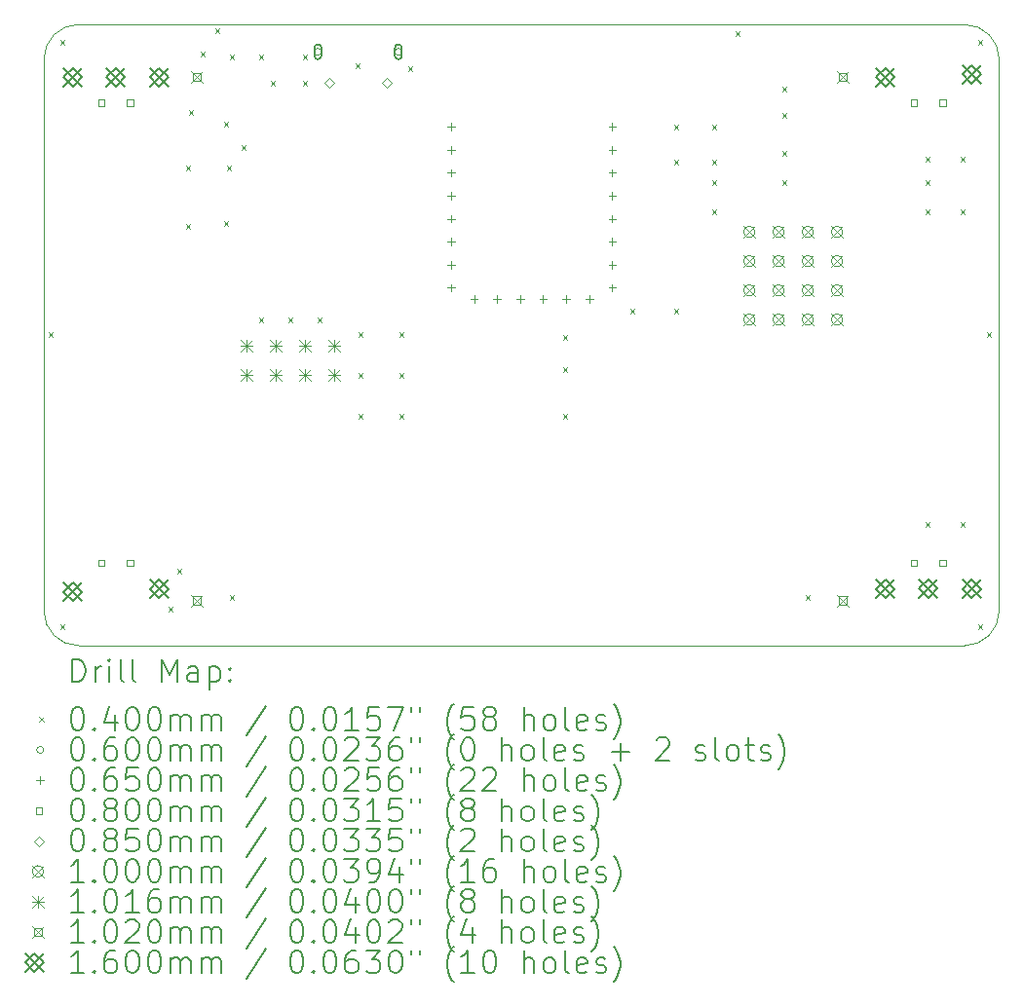
<source format=gbr>
%TF.GenerationSoftware,KiCad,Pcbnew,7.0.2-6a45011f42~172~ubuntu20.04.1*%
%TF.CreationDate,2023-07-24T18:38:10+02:00*%
%TF.ProjectId,pongCard,706f6e67-4361-4726-942e-6b696361645f,rev?*%
%TF.SameCoordinates,Original*%
%TF.FileFunction,Drillmap*%
%TF.FilePolarity,Positive*%
%FSLAX45Y45*%
G04 Gerber Fmt 4.5, Leading zero omitted, Abs format (unit mm)*
G04 Created by KiCad (PCBNEW 7.0.2-6a45011f42~172~ubuntu20.04.1) date 2023-07-24 18:38:10*
%MOMM*%
%LPD*%
G01*
G04 APERTURE LIST*
%ADD10C,0.050000*%
%ADD11C,0.200000*%
%ADD12C,0.040000*%
%ADD13C,0.060000*%
%ADD14C,0.065000*%
%ADD15C,0.080000*%
%ADD16C,0.085000*%
%ADD17C,0.100000*%
%ADD18C,0.101600*%
%ADD19C,0.102000*%
%ADD20C,0.160000*%
G04 APERTURE END LIST*
D10*
X6350000Y-6050000D02*
G75*
G03*
X6050000Y-6350000I0J-300000D01*
G01*
X6050000Y-11150000D02*
G75*
G03*
X6350000Y-11450000I300000J0D01*
G01*
X6350000Y-11450000D02*
X14050000Y-11450000D01*
X14350000Y-6350000D02*
G75*
G03*
X14050000Y-6050000I-300000J0D01*
G01*
X14050000Y-11450000D02*
G75*
G03*
X14350000Y-11150000I0J300000D01*
G01*
X14350000Y-6350000D02*
X14350000Y-11150000D01*
X6350000Y-6050000D02*
X14050000Y-6050000D01*
X6050000Y-6350000D02*
X6050000Y-11150000D01*
D11*
D12*
X6088700Y-8722400D02*
X6128700Y-8762400D01*
X6128700Y-8722400D02*
X6088700Y-8762400D01*
X6190300Y-6182400D02*
X6230300Y-6222400D01*
X6230300Y-6182400D02*
X6190300Y-6222400D01*
X6190300Y-11262400D02*
X6230300Y-11302400D01*
X6230300Y-11262400D02*
X6190300Y-11302400D01*
X7130100Y-11110000D02*
X7170100Y-11150000D01*
X7170100Y-11110000D02*
X7130100Y-11150000D01*
X7206300Y-10779800D02*
X7246300Y-10819800D01*
X7246300Y-10779800D02*
X7206300Y-10819800D01*
X7282500Y-7274600D02*
X7322500Y-7314600D01*
X7322500Y-7274600D02*
X7282500Y-7314600D01*
X7282500Y-7782600D02*
X7322500Y-7822600D01*
X7322500Y-7782600D02*
X7282500Y-7822600D01*
X7307900Y-6792000D02*
X7347900Y-6832000D01*
X7347900Y-6792000D02*
X7307900Y-6832000D01*
X7409500Y-6284000D02*
X7449500Y-6324000D01*
X7449500Y-6284000D02*
X7409500Y-6324000D01*
X7536500Y-6080800D02*
X7576500Y-6120800D01*
X7576500Y-6080800D02*
X7536500Y-6120800D01*
X7612700Y-6893600D02*
X7652700Y-6933600D01*
X7652700Y-6893600D02*
X7612700Y-6933600D01*
X7612700Y-7757200D02*
X7652700Y-7797200D01*
X7652700Y-7757200D02*
X7612700Y-7797200D01*
X7638100Y-7274600D02*
X7678100Y-7314600D01*
X7678100Y-7274600D02*
X7638100Y-7314600D01*
X7663500Y-6309400D02*
X7703500Y-6349400D01*
X7703500Y-6309400D02*
X7663500Y-6349400D01*
X7663500Y-11008400D02*
X7703500Y-11048400D01*
X7703500Y-11008400D02*
X7663500Y-11048400D01*
X7765100Y-7096800D02*
X7805100Y-7136800D01*
X7805100Y-7096800D02*
X7765100Y-7136800D01*
X7917500Y-6309400D02*
X7957500Y-6349400D01*
X7957500Y-6309400D02*
X7917500Y-6349400D01*
X7917500Y-8595400D02*
X7957500Y-8635400D01*
X7957500Y-8595400D02*
X7917500Y-8635400D01*
X8019100Y-6538000D02*
X8059100Y-6578000D01*
X8059100Y-6538000D02*
X8019100Y-6578000D01*
X8171500Y-8595400D02*
X8211500Y-8635400D01*
X8211500Y-8595400D02*
X8171500Y-8635400D01*
X8298500Y-6309400D02*
X8338500Y-6349400D01*
X8338500Y-6309400D02*
X8298500Y-6349400D01*
X8298500Y-6538000D02*
X8338500Y-6578000D01*
X8338500Y-6538000D02*
X8298500Y-6578000D01*
X8425500Y-8595400D02*
X8465500Y-8635400D01*
X8465500Y-8595400D02*
X8425500Y-8635400D01*
X8755700Y-6385600D02*
X8795700Y-6425600D01*
X8795700Y-6385600D02*
X8755700Y-6425600D01*
X8781100Y-8722400D02*
X8821100Y-8762400D01*
X8821100Y-8722400D02*
X8781100Y-8762400D01*
X8781100Y-9078000D02*
X8821100Y-9118000D01*
X8821100Y-9078000D02*
X8781100Y-9118000D01*
X8781100Y-9433600D02*
X8821100Y-9473600D01*
X8821100Y-9433600D02*
X8781100Y-9473600D01*
X9136700Y-8722400D02*
X9176700Y-8762400D01*
X9176700Y-8722400D02*
X9136700Y-8762400D01*
X9136700Y-9078000D02*
X9176700Y-9118000D01*
X9176700Y-9078000D02*
X9136700Y-9118000D01*
X9136700Y-9433600D02*
X9176700Y-9473600D01*
X9176700Y-9433600D02*
X9136700Y-9473600D01*
X9212900Y-6411000D02*
X9252900Y-6451000D01*
X9252900Y-6411000D02*
X9212900Y-6451000D01*
X10559100Y-8747800D02*
X10599100Y-8787800D01*
X10599100Y-8747800D02*
X10559100Y-8787800D01*
X10559100Y-9027200D02*
X10599100Y-9067200D01*
X10599100Y-9027200D02*
X10559100Y-9067200D01*
X10559100Y-9433600D02*
X10599100Y-9473600D01*
X10599100Y-9433600D02*
X10559100Y-9473600D01*
X11143300Y-8519200D02*
X11183300Y-8559200D01*
X11183300Y-8519200D02*
X11143300Y-8559200D01*
X11523769Y-7225401D02*
X11563769Y-7265401D01*
X11563769Y-7225401D02*
X11523769Y-7265401D01*
X11524300Y-6919000D02*
X11564300Y-6959000D01*
X11564300Y-6919000D02*
X11524300Y-6959000D01*
X11524300Y-8519200D02*
X11564300Y-8559200D01*
X11564300Y-8519200D02*
X11524300Y-8559200D01*
X11854500Y-6919000D02*
X11894500Y-6959000D01*
X11894500Y-6919000D02*
X11854500Y-6959000D01*
X11854500Y-7223800D02*
X11894500Y-7263800D01*
X11894500Y-7223800D02*
X11854500Y-7263800D01*
X11854500Y-7401600D02*
X11894500Y-7441600D01*
X11894500Y-7401600D02*
X11854500Y-7441600D01*
X11854500Y-7655600D02*
X11894500Y-7695600D01*
X11894500Y-7655600D02*
X11854500Y-7695600D01*
X12057700Y-6106200D02*
X12097700Y-6146200D01*
X12097700Y-6106200D02*
X12057700Y-6146200D01*
X12464100Y-6588800D02*
X12504100Y-6628800D01*
X12504100Y-6588800D02*
X12464100Y-6628800D01*
X12464100Y-6817400D02*
X12504100Y-6857400D01*
X12504100Y-6817400D02*
X12464100Y-6857400D01*
X12464100Y-7147600D02*
X12504100Y-7187600D01*
X12504100Y-7147600D02*
X12464100Y-7187600D01*
X12464100Y-7401600D02*
X12504100Y-7441600D01*
X12504100Y-7401600D02*
X12464100Y-7441600D01*
X12667300Y-11008400D02*
X12707300Y-11048400D01*
X12707300Y-11008400D02*
X12667300Y-11048400D01*
X13708700Y-7198400D02*
X13748700Y-7238400D01*
X13748700Y-7198400D02*
X13708700Y-7238400D01*
X13708700Y-7401600D02*
X13748700Y-7441600D01*
X13748700Y-7401600D02*
X13708700Y-7441600D01*
X13708700Y-7655600D02*
X13748700Y-7695600D01*
X13748700Y-7655600D02*
X13708700Y-7695600D01*
X13708700Y-10373400D02*
X13748700Y-10413400D01*
X13748700Y-10373400D02*
X13708700Y-10413400D01*
X14013500Y-7198400D02*
X14053500Y-7238400D01*
X14053500Y-7198400D02*
X14013500Y-7238400D01*
X14013500Y-7655600D02*
X14053500Y-7695600D01*
X14053500Y-7655600D02*
X14013500Y-7695600D01*
X14013500Y-10373400D02*
X14053500Y-10413400D01*
X14053500Y-10373400D02*
X14013500Y-10413400D01*
X14165900Y-6182400D02*
X14205900Y-6222400D01*
X14205900Y-6182400D02*
X14165900Y-6222400D01*
X14165900Y-11262400D02*
X14205900Y-11302400D01*
X14205900Y-11262400D02*
X14165900Y-11302400D01*
X14242100Y-8722400D02*
X14282100Y-8762400D01*
X14282100Y-8722400D02*
X14242100Y-8762400D01*
D13*
X8459700Y-6288000D02*
G75*
G03*
X8459700Y-6288000I-30000J0D01*
G01*
D11*
X8459700Y-6323000D02*
X8459700Y-6253000D01*
X8459700Y-6253000D02*
G75*
G03*
X8399700Y-6253000I-30000J0D01*
G01*
X8399700Y-6253000D02*
X8399700Y-6323000D01*
X8399700Y-6323000D02*
G75*
G03*
X8459700Y-6323000I30000J0D01*
G01*
D13*
X9159700Y-6288000D02*
G75*
G03*
X9159700Y-6288000I-30000J0D01*
G01*
D11*
X9099700Y-6253000D02*
X9099700Y-6323000D01*
X9099700Y-6323000D02*
G75*
G03*
X9159700Y-6323000I30000J0D01*
G01*
X9159700Y-6323000D02*
X9159700Y-6253000D01*
X9159700Y-6253000D02*
G75*
G03*
X9099700Y-6253000I-30000J0D01*
G01*
D14*
X9588500Y-6906500D02*
X9588500Y-6971500D01*
X9556000Y-6939000D02*
X9621000Y-6939000D01*
X9588500Y-7106500D02*
X9588500Y-7171500D01*
X9556000Y-7139000D02*
X9621000Y-7139000D01*
X9588500Y-7306500D02*
X9588500Y-7371500D01*
X9556000Y-7339000D02*
X9621000Y-7339000D01*
X9588500Y-7506500D02*
X9588500Y-7571500D01*
X9556000Y-7539000D02*
X9621000Y-7539000D01*
X9588500Y-7706500D02*
X9588500Y-7771500D01*
X9556000Y-7739000D02*
X9621000Y-7739000D01*
X9588500Y-7906500D02*
X9588500Y-7971500D01*
X9556000Y-7939000D02*
X9621000Y-7939000D01*
X9588500Y-8106500D02*
X9588500Y-8171500D01*
X9556000Y-8139000D02*
X9621000Y-8139000D01*
X9588500Y-8306500D02*
X9588500Y-8371500D01*
X9556000Y-8339000D02*
X9621000Y-8339000D01*
X9787500Y-8406500D02*
X9787500Y-8471500D01*
X9755000Y-8439000D02*
X9820000Y-8439000D01*
X9987500Y-8406500D02*
X9987500Y-8471500D01*
X9955000Y-8439000D02*
X10020000Y-8439000D01*
X10187500Y-8406500D02*
X10187500Y-8471500D01*
X10155000Y-8439000D02*
X10220000Y-8439000D01*
X10387500Y-8406500D02*
X10387500Y-8471500D01*
X10355000Y-8439000D02*
X10420000Y-8439000D01*
X10587500Y-8406500D02*
X10587500Y-8471500D01*
X10555000Y-8439000D02*
X10620000Y-8439000D01*
X10787500Y-8406500D02*
X10787500Y-8471500D01*
X10755000Y-8439000D02*
X10820000Y-8439000D01*
X10988500Y-6906500D02*
X10988500Y-6971500D01*
X10956000Y-6939000D02*
X11021000Y-6939000D01*
X10988500Y-7106500D02*
X10988500Y-7171500D01*
X10956000Y-7139000D02*
X11021000Y-7139000D01*
X10988500Y-7306500D02*
X10988500Y-7371500D01*
X10956000Y-7339000D02*
X11021000Y-7339000D01*
X10988500Y-7506500D02*
X10988500Y-7571500D01*
X10956000Y-7539000D02*
X11021000Y-7539000D01*
X10988500Y-7706500D02*
X10988500Y-7771500D01*
X10956000Y-7739000D02*
X11021000Y-7739000D01*
X10988500Y-7906500D02*
X10988500Y-7971500D01*
X10956000Y-7939000D02*
X11021000Y-7939000D01*
X10988500Y-8106500D02*
X10988500Y-8171500D01*
X10956000Y-8139000D02*
X11021000Y-8139000D01*
X10988500Y-8306500D02*
X10988500Y-8371500D01*
X10956000Y-8339000D02*
X11021000Y-8339000D01*
D15*
X6576784Y-6760484D02*
X6576784Y-6703915D01*
X6520215Y-6703915D01*
X6520215Y-6760484D01*
X6576784Y-6760484D01*
X6576784Y-10760485D02*
X6576784Y-10703916D01*
X6520215Y-10703916D01*
X6520215Y-10760485D01*
X6576784Y-10760485D01*
X6826784Y-6760484D02*
X6826784Y-6703915D01*
X6770215Y-6703915D01*
X6770215Y-6760484D01*
X6826784Y-6760484D01*
X6826784Y-10760485D02*
X6826784Y-10703916D01*
X6770215Y-10703916D01*
X6770215Y-10760485D01*
X6826784Y-10760485D01*
X13637984Y-6760084D02*
X13637984Y-6703515D01*
X13581415Y-6703515D01*
X13581415Y-6760084D01*
X13637984Y-6760084D01*
X13637984Y-10760085D02*
X13637984Y-10703516D01*
X13581415Y-10703516D01*
X13581415Y-10760085D01*
X13637984Y-10760085D01*
X13887984Y-6760084D02*
X13887984Y-6703515D01*
X13831415Y-6703515D01*
X13831415Y-6760084D01*
X13887984Y-6760084D01*
X13887984Y-10760085D02*
X13887984Y-10703516D01*
X13831415Y-10703516D01*
X13831415Y-10760085D01*
X13887984Y-10760085D01*
D16*
X8529700Y-6600500D02*
X8572200Y-6558000D01*
X8529700Y-6515500D01*
X8487200Y-6558000D01*
X8529700Y-6600500D01*
X9029700Y-6600500D02*
X9072200Y-6558000D01*
X9029700Y-6515500D01*
X8987200Y-6558000D01*
X9029700Y-6600500D01*
D17*
X12129300Y-7803400D02*
X12229300Y-7903400D01*
X12229300Y-7803400D02*
X12129300Y-7903400D01*
X12229300Y-7853400D02*
G75*
G03*
X12229300Y-7853400I-50000J0D01*
G01*
X12129300Y-8057400D02*
X12229300Y-8157400D01*
X12229300Y-8057400D02*
X12129300Y-8157400D01*
X12229300Y-8107400D02*
G75*
G03*
X12229300Y-8107400I-50000J0D01*
G01*
X12129300Y-8311400D02*
X12229300Y-8411400D01*
X12229300Y-8311400D02*
X12129300Y-8411400D01*
X12229300Y-8361400D02*
G75*
G03*
X12229300Y-8361400I-50000J0D01*
G01*
X12129300Y-8565400D02*
X12229300Y-8665400D01*
X12229300Y-8565400D02*
X12129300Y-8665400D01*
X12229300Y-8615400D02*
G75*
G03*
X12229300Y-8615400I-50000J0D01*
G01*
X12383300Y-7803400D02*
X12483300Y-7903400D01*
X12483300Y-7803400D02*
X12383300Y-7903400D01*
X12483300Y-7853400D02*
G75*
G03*
X12483300Y-7853400I-50000J0D01*
G01*
X12383300Y-8057400D02*
X12483300Y-8157400D01*
X12483300Y-8057400D02*
X12383300Y-8157400D01*
X12483300Y-8107400D02*
G75*
G03*
X12483300Y-8107400I-50000J0D01*
G01*
X12383300Y-8311400D02*
X12483300Y-8411400D01*
X12483300Y-8311400D02*
X12383300Y-8411400D01*
X12483300Y-8361400D02*
G75*
G03*
X12483300Y-8361400I-50000J0D01*
G01*
X12383300Y-8565400D02*
X12483300Y-8665400D01*
X12483300Y-8565400D02*
X12383300Y-8665400D01*
X12483300Y-8615400D02*
G75*
G03*
X12483300Y-8615400I-50000J0D01*
G01*
X12637300Y-7803400D02*
X12737300Y-7903400D01*
X12737300Y-7803400D02*
X12637300Y-7903400D01*
X12737300Y-7853400D02*
G75*
G03*
X12737300Y-7853400I-50000J0D01*
G01*
X12637300Y-8057400D02*
X12737300Y-8157400D01*
X12737300Y-8057400D02*
X12637300Y-8157400D01*
X12737300Y-8107400D02*
G75*
G03*
X12737300Y-8107400I-50000J0D01*
G01*
X12637300Y-8311400D02*
X12737300Y-8411400D01*
X12737300Y-8311400D02*
X12637300Y-8411400D01*
X12737300Y-8361400D02*
G75*
G03*
X12737300Y-8361400I-50000J0D01*
G01*
X12637300Y-8565400D02*
X12737300Y-8665400D01*
X12737300Y-8565400D02*
X12637300Y-8665400D01*
X12737300Y-8615400D02*
G75*
G03*
X12737300Y-8615400I-50000J0D01*
G01*
X12891300Y-7803400D02*
X12991300Y-7903400D01*
X12991300Y-7803400D02*
X12891300Y-7903400D01*
X12991300Y-7853400D02*
G75*
G03*
X12991300Y-7853400I-50000J0D01*
G01*
X12891300Y-8057400D02*
X12991300Y-8157400D01*
X12991300Y-8057400D02*
X12891300Y-8157400D01*
X12991300Y-8107400D02*
G75*
G03*
X12991300Y-8107400I-50000J0D01*
G01*
X12891300Y-8311400D02*
X12991300Y-8411400D01*
X12991300Y-8311400D02*
X12891300Y-8411400D01*
X12991300Y-8361400D02*
G75*
G03*
X12991300Y-8361400I-50000J0D01*
G01*
X12891300Y-8565400D02*
X12991300Y-8665400D01*
X12991300Y-8565400D02*
X12891300Y-8665400D01*
X12991300Y-8615400D02*
G75*
G03*
X12991300Y-8615400I-50000J0D01*
G01*
D18*
X7759700Y-8793200D02*
X7861300Y-8894800D01*
X7861300Y-8793200D02*
X7759700Y-8894800D01*
X7810500Y-8793200D02*
X7810500Y-8894800D01*
X7759700Y-8844000D02*
X7861300Y-8844000D01*
X7759700Y-9047200D02*
X7861300Y-9148800D01*
X7861300Y-9047200D02*
X7759700Y-9148800D01*
X7810500Y-9047200D02*
X7810500Y-9148800D01*
X7759700Y-9098000D02*
X7861300Y-9098000D01*
X8013700Y-8793200D02*
X8115300Y-8894800D01*
X8115300Y-8793200D02*
X8013700Y-8894800D01*
X8064500Y-8793200D02*
X8064500Y-8894800D01*
X8013700Y-8844000D02*
X8115300Y-8844000D01*
X8013700Y-9047200D02*
X8115300Y-9148800D01*
X8115300Y-9047200D02*
X8013700Y-9148800D01*
X8064500Y-9047200D02*
X8064500Y-9148800D01*
X8013700Y-9098000D02*
X8115300Y-9098000D01*
X8267700Y-8793200D02*
X8369300Y-8894800D01*
X8369300Y-8793200D02*
X8267700Y-8894800D01*
X8318500Y-8793200D02*
X8318500Y-8894800D01*
X8267700Y-8844000D02*
X8369300Y-8844000D01*
X8267700Y-9047200D02*
X8369300Y-9148800D01*
X8369300Y-9047200D02*
X8267700Y-9148800D01*
X8318500Y-9047200D02*
X8318500Y-9148800D01*
X8267700Y-9098000D02*
X8369300Y-9098000D01*
X8521700Y-8793200D02*
X8623300Y-8894800D01*
X8623300Y-8793200D02*
X8521700Y-8894800D01*
X8572500Y-8793200D02*
X8572500Y-8894800D01*
X8521700Y-8844000D02*
X8623300Y-8844000D01*
X8521700Y-9047200D02*
X8623300Y-9148800D01*
X8623300Y-9047200D02*
X8521700Y-9148800D01*
X8572500Y-9047200D02*
X8572500Y-9148800D01*
X8521700Y-9098000D02*
X8623300Y-9098000D01*
D19*
X7327700Y-6456200D02*
X7429700Y-6558200D01*
X7429700Y-6456200D02*
X7327700Y-6558200D01*
X7414763Y-6543263D02*
X7414763Y-6471137D01*
X7342637Y-6471137D01*
X7342637Y-6543263D01*
X7414763Y-6543263D01*
X7327700Y-11006200D02*
X7429700Y-11108200D01*
X7429700Y-11006200D02*
X7327700Y-11108200D01*
X7414763Y-11093263D02*
X7414763Y-11021137D01*
X7342637Y-11021137D01*
X7342637Y-11093263D01*
X7414763Y-11093263D01*
X12941100Y-6456200D02*
X13043100Y-6558200D01*
X13043100Y-6456200D02*
X12941100Y-6558200D01*
X13028163Y-6543263D02*
X13028163Y-6471137D01*
X12956037Y-6471137D01*
X12956037Y-6543263D01*
X13028163Y-6543263D01*
X12941100Y-11006200D02*
X13043100Y-11108200D01*
X13043100Y-11006200D02*
X12941100Y-11108200D01*
X13028163Y-11093263D02*
X13028163Y-11021137D01*
X12956037Y-11021137D01*
X12956037Y-11093263D01*
X13028163Y-11093263D01*
D20*
X6218500Y-6427200D02*
X6378500Y-6587200D01*
X6378500Y-6427200D02*
X6218500Y-6587200D01*
X6298500Y-6587200D02*
X6378500Y-6507200D01*
X6298500Y-6427200D01*
X6218500Y-6507200D01*
X6298500Y-6587200D01*
X6218500Y-10902200D02*
X6378500Y-11062200D01*
X6378500Y-10902200D02*
X6218500Y-11062200D01*
X6298500Y-11062200D02*
X6378500Y-10982200D01*
X6298500Y-10902200D01*
X6218500Y-10982200D01*
X6298500Y-11062200D01*
X6593500Y-6429700D02*
X6753500Y-6589700D01*
X6753500Y-6429700D02*
X6593500Y-6589700D01*
X6673500Y-6589700D02*
X6753500Y-6509700D01*
X6673500Y-6429700D01*
X6593500Y-6509700D01*
X6673500Y-6589700D01*
X6968500Y-6427200D02*
X7128500Y-6587200D01*
X7128500Y-6427200D02*
X6968500Y-6587200D01*
X7048500Y-6587200D02*
X7128500Y-6507200D01*
X7048500Y-6427200D01*
X6968500Y-6507200D01*
X7048500Y-6587200D01*
X6968500Y-10877200D02*
X7128500Y-11037200D01*
X7128500Y-10877200D02*
X6968500Y-11037200D01*
X7048500Y-11037200D02*
X7128500Y-10957200D01*
X7048500Y-10877200D01*
X6968500Y-10957200D01*
X7048500Y-11037200D01*
X13279700Y-6426800D02*
X13439700Y-6586800D01*
X13439700Y-6426800D02*
X13279700Y-6586800D01*
X13359700Y-6586800D02*
X13439700Y-6506800D01*
X13359700Y-6426800D01*
X13279700Y-6506800D01*
X13359700Y-6586800D01*
X13279700Y-10876800D02*
X13439700Y-11036800D01*
X13439700Y-10876800D02*
X13279700Y-11036800D01*
X13359700Y-11036800D02*
X13439700Y-10956800D01*
X13359700Y-10876800D01*
X13279700Y-10956800D01*
X13359700Y-11036800D01*
X13654700Y-10874300D02*
X13814700Y-11034300D01*
X13814700Y-10874300D02*
X13654700Y-11034300D01*
X13734700Y-11034300D02*
X13814700Y-10954300D01*
X13734700Y-10874300D01*
X13654700Y-10954300D01*
X13734700Y-11034300D01*
X14029700Y-6401800D02*
X14189700Y-6561800D01*
X14189700Y-6401800D02*
X14029700Y-6561800D01*
X14109700Y-6561800D02*
X14189700Y-6481800D01*
X14109700Y-6401800D01*
X14029700Y-6481800D01*
X14109700Y-6561800D01*
X14029700Y-10876800D02*
X14189700Y-11036800D01*
X14189700Y-10876800D02*
X14029700Y-11036800D01*
X14109700Y-11036800D02*
X14189700Y-10956800D01*
X14109700Y-10876800D01*
X14029700Y-10956800D01*
X14109700Y-11036800D01*
D11*
X6295119Y-11765024D02*
X6295119Y-11565024D01*
X6295119Y-11565024D02*
X6342738Y-11565024D01*
X6342738Y-11565024D02*
X6371309Y-11574548D01*
X6371309Y-11574548D02*
X6390357Y-11593595D01*
X6390357Y-11593595D02*
X6399881Y-11612643D01*
X6399881Y-11612643D02*
X6409405Y-11650738D01*
X6409405Y-11650738D02*
X6409405Y-11679309D01*
X6409405Y-11679309D02*
X6399881Y-11717405D01*
X6399881Y-11717405D02*
X6390357Y-11736452D01*
X6390357Y-11736452D02*
X6371309Y-11755500D01*
X6371309Y-11755500D02*
X6342738Y-11765024D01*
X6342738Y-11765024D02*
X6295119Y-11765024D01*
X6495119Y-11765024D02*
X6495119Y-11631690D01*
X6495119Y-11669786D02*
X6504643Y-11650738D01*
X6504643Y-11650738D02*
X6514167Y-11641214D01*
X6514167Y-11641214D02*
X6533214Y-11631690D01*
X6533214Y-11631690D02*
X6552262Y-11631690D01*
X6618928Y-11765024D02*
X6618928Y-11631690D01*
X6618928Y-11565024D02*
X6609405Y-11574548D01*
X6609405Y-11574548D02*
X6618928Y-11584071D01*
X6618928Y-11584071D02*
X6628452Y-11574548D01*
X6628452Y-11574548D02*
X6618928Y-11565024D01*
X6618928Y-11565024D02*
X6618928Y-11584071D01*
X6742738Y-11765024D02*
X6723690Y-11755500D01*
X6723690Y-11755500D02*
X6714167Y-11736452D01*
X6714167Y-11736452D02*
X6714167Y-11565024D01*
X6847500Y-11765024D02*
X6828452Y-11755500D01*
X6828452Y-11755500D02*
X6818928Y-11736452D01*
X6818928Y-11736452D02*
X6818928Y-11565024D01*
X7076071Y-11765024D02*
X7076071Y-11565024D01*
X7076071Y-11565024D02*
X7142738Y-11707881D01*
X7142738Y-11707881D02*
X7209405Y-11565024D01*
X7209405Y-11565024D02*
X7209405Y-11765024D01*
X7390357Y-11765024D02*
X7390357Y-11660262D01*
X7390357Y-11660262D02*
X7380833Y-11641214D01*
X7380833Y-11641214D02*
X7361786Y-11631690D01*
X7361786Y-11631690D02*
X7323690Y-11631690D01*
X7323690Y-11631690D02*
X7304643Y-11641214D01*
X7390357Y-11755500D02*
X7371309Y-11765024D01*
X7371309Y-11765024D02*
X7323690Y-11765024D01*
X7323690Y-11765024D02*
X7304643Y-11755500D01*
X7304643Y-11755500D02*
X7295119Y-11736452D01*
X7295119Y-11736452D02*
X7295119Y-11717405D01*
X7295119Y-11717405D02*
X7304643Y-11698357D01*
X7304643Y-11698357D02*
X7323690Y-11688833D01*
X7323690Y-11688833D02*
X7371309Y-11688833D01*
X7371309Y-11688833D02*
X7390357Y-11679309D01*
X7485595Y-11631690D02*
X7485595Y-11831690D01*
X7485595Y-11641214D02*
X7504643Y-11631690D01*
X7504643Y-11631690D02*
X7542738Y-11631690D01*
X7542738Y-11631690D02*
X7561786Y-11641214D01*
X7561786Y-11641214D02*
X7571309Y-11650738D01*
X7571309Y-11650738D02*
X7580833Y-11669786D01*
X7580833Y-11669786D02*
X7580833Y-11726928D01*
X7580833Y-11726928D02*
X7571309Y-11745976D01*
X7571309Y-11745976D02*
X7561786Y-11755500D01*
X7561786Y-11755500D02*
X7542738Y-11765024D01*
X7542738Y-11765024D02*
X7504643Y-11765024D01*
X7504643Y-11765024D02*
X7485595Y-11755500D01*
X7666548Y-11745976D02*
X7676071Y-11755500D01*
X7676071Y-11755500D02*
X7666548Y-11765024D01*
X7666548Y-11765024D02*
X7657024Y-11755500D01*
X7657024Y-11755500D02*
X7666548Y-11745976D01*
X7666548Y-11745976D02*
X7666548Y-11765024D01*
X7666548Y-11641214D02*
X7676071Y-11650738D01*
X7676071Y-11650738D02*
X7666548Y-11660262D01*
X7666548Y-11660262D02*
X7657024Y-11650738D01*
X7657024Y-11650738D02*
X7666548Y-11641214D01*
X7666548Y-11641214D02*
X7666548Y-11660262D01*
D12*
X6007500Y-12072500D02*
X6047500Y-12112500D01*
X6047500Y-12072500D02*
X6007500Y-12112500D01*
D11*
X6333214Y-11985024D02*
X6352262Y-11985024D01*
X6352262Y-11985024D02*
X6371309Y-11994548D01*
X6371309Y-11994548D02*
X6380833Y-12004071D01*
X6380833Y-12004071D02*
X6390357Y-12023119D01*
X6390357Y-12023119D02*
X6399881Y-12061214D01*
X6399881Y-12061214D02*
X6399881Y-12108833D01*
X6399881Y-12108833D02*
X6390357Y-12146928D01*
X6390357Y-12146928D02*
X6380833Y-12165976D01*
X6380833Y-12165976D02*
X6371309Y-12175500D01*
X6371309Y-12175500D02*
X6352262Y-12185024D01*
X6352262Y-12185024D02*
X6333214Y-12185024D01*
X6333214Y-12185024D02*
X6314167Y-12175500D01*
X6314167Y-12175500D02*
X6304643Y-12165976D01*
X6304643Y-12165976D02*
X6295119Y-12146928D01*
X6295119Y-12146928D02*
X6285595Y-12108833D01*
X6285595Y-12108833D02*
X6285595Y-12061214D01*
X6285595Y-12061214D02*
X6295119Y-12023119D01*
X6295119Y-12023119D02*
X6304643Y-12004071D01*
X6304643Y-12004071D02*
X6314167Y-11994548D01*
X6314167Y-11994548D02*
X6333214Y-11985024D01*
X6485595Y-12165976D02*
X6495119Y-12175500D01*
X6495119Y-12175500D02*
X6485595Y-12185024D01*
X6485595Y-12185024D02*
X6476071Y-12175500D01*
X6476071Y-12175500D02*
X6485595Y-12165976D01*
X6485595Y-12165976D02*
X6485595Y-12185024D01*
X6666548Y-12051690D02*
X6666548Y-12185024D01*
X6618928Y-11975500D02*
X6571309Y-12118357D01*
X6571309Y-12118357D02*
X6695119Y-12118357D01*
X6809405Y-11985024D02*
X6828452Y-11985024D01*
X6828452Y-11985024D02*
X6847500Y-11994548D01*
X6847500Y-11994548D02*
X6857024Y-12004071D01*
X6857024Y-12004071D02*
X6866548Y-12023119D01*
X6866548Y-12023119D02*
X6876071Y-12061214D01*
X6876071Y-12061214D02*
X6876071Y-12108833D01*
X6876071Y-12108833D02*
X6866548Y-12146928D01*
X6866548Y-12146928D02*
X6857024Y-12165976D01*
X6857024Y-12165976D02*
X6847500Y-12175500D01*
X6847500Y-12175500D02*
X6828452Y-12185024D01*
X6828452Y-12185024D02*
X6809405Y-12185024D01*
X6809405Y-12185024D02*
X6790357Y-12175500D01*
X6790357Y-12175500D02*
X6780833Y-12165976D01*
X6780833Y-12165976D02*
X6771309Y-12146928D01*
X6771309Y-12146928D02*
X6761786Y-12108833D01*
X6761786Y-12108833D02*
X6761786Y-12061214D01*
X6761786Y-12061214D02*
X6771309Y-12023119D01*
X6771309Y-12023119D02*
X6780833Y-12004071D01*
X6780833Y-12004071D02*
X6790357Y-11994548D01*
X6790357Y-11994548D02*
X6809405Y-11985024D01*
X6999881Y-11985024D02*
X7018929Y-11985024D01*
X7018929Y-11985024D02*
X7037976Y-11994548D01*
X7037976Y-11994548D02*
X7047500Y-12004071D01*
X7047500Y-12004071D02*
X7057024Y-12023119D01*
X7057024Y-12023119D02*
X7066548Y-12061214D01*
X7066548Y-12061214D02*
X7066548Y-12108833D01*
X7066548Y-12108833D02*
X7057024Y-12146928D01*
X7057024Y-12146928D02*
X7047500Y-12165976D01*
X7047500Y-12165976D02*
X7037976Y-12175500D01*
X7037976Y-12175500D02*
X7018929Y-12185024D01*
X7018929Y-12185024D02*
X6999881Y-12185024D01*
X6999881Y-12185024D02*
X6980833Y-12175500D01*
X6980833Y-12175500D02*
X6971309Y-12165976D01*
X6971309Y-12165976D02*
X6961786Y-12146928D01*
X6961786Y-12146928D02*
X6952262Y-12108833D01*
X6952262Y-12108833D02*
X6952262Y-12061214D01*
X6952262Y-12061214D02*
X6961786Y-12023119D01*
X6961786Y-12023119D02*
X6971309Y-12004071D01*
X6971309Y-12004071D02*
X6980833Y-11994548D01*
X6980833Y-11994548D02*
X6999881Y-11985024D01*
X7152262Y-12185024D02*
X7152262Y-12051690D01*
X7152262Y-12070738D02*
X7161786Y-12061214D01*
X7161786Y-12061214D02*
X7180833Y-12051690D01*
X7180833Y-12051690D02*
X7209405Y-12051690D01*
X7209405Y-12051690D02*
X7228452Y-12061214D01*
X7228452Y-12061214D02*
X7237976Y-12080262D01*
X7237976Y-12080262D02*
X7237976Y-12185024D01*
X7237976Y-12080262D02*
X7247500Y-12061214D01*
X7247500Y-12061214D02*
X7266548Y-12051690D01*
X7266548Y-12051690D02*
X7295119Y-12051690D01*
X7295119Y-12051690D02*
X7314167Y-12061214D01*
X7314167Y-12061214D02*
X7323690Y-12080262D01*
X7323690Y-12080262D02*
X7323690Y-12185024D01*
X7418929Y-12185024D02*
X7418929Y-12051690D01*
X7418929Y-12070738D02*
X7428452Y-12061214D01*
X7428452Y-12061214D02*
X7447500Y-12051690D01*
X7447500Y-12051690D02*
X7476071Y-12051690D01*
X7476071Y-12051690D02*
X7495119Y-12061214D01*
X7495119Y-12061214D02*
X7504643Y-12080262D01*
X7504643Y-12080262D02*
X7504643Y-12185024D01*
X7504643Y-12080262D02*
X7514167Y-12061214D01*
X7514167Y-12061214D02*
X7533214Y-12051690D01*
X7533214Y-12051690D02*
X7561786Y-12051690D01*
X7561786Y-12051690D02*
X7580833Y-12061214D01*
X7580833Y-12061214D02*
X7590357Y-12080262D01*
X7590357Y-12080262D02*
X7590357Y-12185024D01*
X7980833Y-11975500D02*
X7809405Y-12232643D01*
X8237976Y-11985024D02*
X8257024Y-11985024D01*
X8257024Y-11985024D02*
X8276072Y-11994548D01*
X8276072Y-11994548D02*
X8285595Y-12004071D01*
X8285595Y-12004071D02*
X8295119Y-12023119D01*
X8295119Y-12023119D02*
X8304643Y-12061214D01*
X8304643Y-12061214D02*
X8304643Y-12108833D01*
X8304643Y-12108833D02*
X8295119Y-12146928D01*
X8295119Y-12146928D02*
X8285595Y-12165976D01*
X8285595Y-12165976D02*
X8276072Y-12175500D01*
X8276072Y-12175500D02*
X8257024Y-12185024D01*
X8257024Y-12185024D02*
X8237976Y-12185024D01*
X8237976Y-12185024D02*
X8218929Y-12175500D01*
X8218929Y-12175500D02*
X8209405Y-12165976D01*
X8209405Y-12165976D02*
X8199881Y-12146928D01*
X8199881Y-12146928D02*
X8190357Y-12108833D01*
X8190357Y-12108833D02*
X8190357Y-12061214D01*
X8190357Y-12061214D02*
X8199881Y-12023119D01*
X8199881Y-12023119D02*
X8209405Y-12004071D01*
X8209405Y-12004071D02*
X8218929Y-11994548D01*
X8218929Y-11994548D02*
X8237976Y-11985024D01*
X8390357Y-12165976D02*
X8399881Y-12175500D01*
X8399881Y-12175500D02*
X8390357Y-12185024D01*
X8390357Y-12185024D02*
X8380833Y-12175500D01*
X8380833Y-12175500D02*
X8390357Y-12165976D01*
X8390357Y-12165976D02*
X8390357Y-12185024D01*
X8523691Y-11985024D02*
X8542738Y-11985024D01*
X8542738Y-11985024D02*
X8561786Y-11994548D01*
X8561786Y-11994548D02*
X8571310Y-12004071D01*
X8571310Y-12004071D02*
X8580834Y-12023119D01*
X8580834Y-12023119D02*
X8590357Y-12061214D01*
X8590357Y-12061214D02*
X8590357Y-12108833D01*
X8590357Y-12108833D02*
X8580834Y-12146928D01*
X8580834Y-12146928D02*
X8571310Y-12165976D01*
X8571310Y-12165976D02*
X8561786Y-12175500D01*
X8561786Y-12175500D02*
X8542738Y-12185024D01*
X8542738Y-12185024D02*
X8523691Y-12185024D01*
X8523691Y-12185024D02*
X8504643Y-12175500D01*
X8504643Y-12175500D02*
X8495119Y-12165976D01*
X8495119Y-12165976D02*
X8485595Y-12146928D01*
X8485595Y-12146928D02*
X8476072Y-12108833D01*
X8476072Y-12108833D02*
X8476072Y-12061214D01*
X8476072Y-12061214D02*
X8485595Y-12023119D01*
X8485595Y-12023119D02*
X8495119Y-12004071D01*
X8495119Y-12004071D02*
X8504643Y-11994548D01*
X8504643Y-11994548D02*
X8523691Y-11985024D01*
X8780834Y-12185024D02*
X8666548Y-12185024D01*
X8723691Y-12185024D02*
X8723691Y-11985024D01*
X8723691Y-11985024D02*
X8704643Y-12013595D01*
X8704643Y-12013595D02*
X8685595Y-12032643D01*
X8685595Y-12032643D02*
X8666548Y-12042167D01*
X8961786Y-11985024D02*
X8866548Y-11985024D01*
X8866548Y-11985024D02*
X8857024Y-12080262D01*
X8857024Y-12080262D02*
X8866548Y-12070738D01*
X8866548Y-12070738D02*
X8885595Y-12061214D01*
X8885595Y-12061214D02*
X8933215Y-12061214D01*
X8933215Y-12061214D02*
X8952262Y-12070738D01*
X8952262Y-12070738D02*
X8961786Y-12080262D01*
X8961786Y-12080262D02*
X8971310Y-12099309D01*
X8971310Y-12099309D02*
X8971310Y-12146928D01*
X8971310Y-12146928D02*
X8961786Y-12165976D01*
X8961786Y-12165976D02*
X8952262Y-12175500D01*
X8952262Y-12175500D02*
X8933215Y-12185024D01*
X8933215Y-12185024D02*
X8885595Y-12185024D01*
X8885595Y-12185024D02*
X8866548Y-12175500D01*
X8866548Y-12175500D02*
X8857024Y-12165976D01*
X9037976Y-11985024D02*
X9171310Y-11985024D01*
X9171310Y-11985024D02*
X9085595Y-12185024D01*
X9237976Y-11985024D02*
X9237976Y-12023119D01*
X9314167Y-11985024D02*
X9314167Y-12023119D01*
X9609405Y-12261214D02*
X9599881Y-12251690D01*
X9599881Y-12251690D02*
X9580834Y-12223119D01*
X9580834Y-12223119D02*
X9571310Y-12204071D01*
X9571310Y-12204071D02*
X9561786Y-12175500D01*
X9561786Y-12175500D02*
X9552262Y-12127881D01*
X9552262Y-12127881D02*
X9552262Y-12089786D01*
X9552262Y-12089786D02*
X9561786Y-12042167D01*
X9561786Y-12042167D02*
X9571310Y-12013595D01*
X9571310Y-12013595D02*
X9580834Y-11994548D01*
X9580834Y-11994548D02*
X9599881Y-11965976D01*
X9599881Y-11965976D02*
X9609405Y-11956452D01*
X9780834Y-11985024D02*
X9685596Y-11985024D01*
X9685596Y-11985024D02*
X9676072Y-12080262D01*
X9676072Y-12080262D02*
X9685596Y-12070738D01*
X9685596Y-12070738D02*
X9704643Y-12061214D01*
X9704643Y-12061214D02*
X9752262Y-12061214D01*
X9752262Y-12061214D02*
X9771310Y-12070738D01*
X9771310Y-12070738D02*
X9780834Y-12080262D01*
X9780834Y-12080262D02*
X9790357Y-12099309D01*
X9790357Y-12099309D02*
X9790357Y-12146928D01*
X9790357Y-12146928D02*
X9780834Y-12165976D01*
X9780834Y-12165976D02*
X9771310Y-12175500D01*
X9771310Y-12175500D02*
X9752262Y-12185024D01*
X9752262Y-12185024D02*
X9704643Y-12185024D01*
X9704643Y-12185024D02*
X9685596Y-12175500D01*
X9685596Y-12175500D02*
X9676072Y-12165976D01*
X9904643Y-12070738D02*
X9885596Y-12061214D01*
X9885596Y-12061214D02*
X9876072Y-12051690D01*
X9876072Y-12051690D02*
X9866548Y-12032643D01*
X9866548Y-12032643D02*
X9866548Y-12023119D01*
X9866548Y-12023119D02*
X9876072Y-12004071D01*
X9876072Y-12004071D02*
X9885596Y-11994548D01*
X9885596Y-11994548D02*
X9904643Y-11985024D01*
X9904643Y-11985024D02*
X9942738Y-11985024D01*
X9942738Y-11985024D02*
X9961786Y-11994548D01*
X9961786Y-11994548D02*
X9971310Y-12004071D01*
X9971310Y-12004071D02*
X9980834Y-12023119D01*
X9980834Y-12023119D02*
X9980834Y-12032643D01*
X9980834Y-12032643D02*
X9971310Y-12051690D01*
X9971310Y-12051690D02*
X9961786Y-12061214D01*
X9961786Y-12061214D02*
X9942738Y-12070738D01*
X9942738Y-12070738D02*
X9904643Y-12070738D01*
X9904643Y-12070738D02*
X9885596Y-12080262D01*
X9885596Y-12080262D02*
X9876072Y-12089786D01*
X9876072Y-12089786D02*
X9866548Y-12108833D01*
X9866548Y-12108833D02*
X9866548Y-12146928D01*
X9866548Y-12146928D02*
X9876072Y-12165976D01*
X9876072Y-12165976D02*
X9885596Y-12175500D01*
X9885596Y-12175500D02*
X9904643Y-12185024D01*
X9904643Y-12185024D02*
X9942738Y-12185024D01*
X9942738Y-12185024D02*
X9961786Y-12175500D01*
X9961786Y-12175500D02*
X9971310Y-12165976D01*
X9971310Y-12165976D02*
X9980834Y-12146928D01*
X9980834Y-12146928D02*
X9980834Y-12108833D01*
X9980834Y-12108833D02*
X9971310Y-12089786D01*
X9971310Y-12089786D02*
X9961786Y-12080262D01*
X9961786Y-12080262D02*
X9942738Y-12070738D01*
X10218929Y-12185024D02*
X10218929Y-11985024D01*
X10304643Y-12185024D02*
X10304643Y-12080262D01*
X10304643Y-12080262D02*
X10295119Y-12061214D01*
X10295119Y-12061214D02*
X10276072Y-12051690D01*
X10276072Y-12051690D02*
X10247500Y-12051690D01*
X10247500Y-12051690D02*
X10228453Y-12061214D01*
X10228453Y-12061214D02*
X10218929Y-12070738D01*
X10428453Y-12185024D02*
X10409405Y-12175500D01*
X10409405Y-12175500D02*
X10399881Y-12165976D01*
X10399881Y-12165976D02*
X10390358Y-12146928D01*
X10390358Y-12146928D02*
X10390358Y-12089786D01*
X10390358Y-12089786D02*
X10399881Y-12070738D01*
X10399881Y-12070738D02*
X10409405Y-12061214D01*
X10409405Y-12061214D02*
X10428453Y-12051690D01*
X10428453Y-12051690D02*
X10457024Y-12051690D01*
X10457024Y-12051690D02*
X10476072Y-12061214D01*
X10476072Y-12061214D02*
X10485596Y-12070738D01*
X10485596Y-12070738D02*
X10495119Y-12089786D01*
X10495119Y-12089786D02*
X10495119Y-12146928D01*
X10495119Y-12146928D02*
X10485596Y-12165976D01*
X10485596Y-12165976D02*
X10476072Y-12175500D01*
X10476072Y-12175500D02*
X10457024Y-12185024D01*
X10457024Y-12185024D02*
X10428453Y-12185024D01*
X10609405Y-12185024D02*
X10590358Y-12175500D01*
X10590358Y-12175500D02*
X10580834Y-12156452D01*
X10580834Y-12156452D02*
X10580834Y-11985024D01*
X10761786Y-12175500D02*
X10742739Y-12185024D01*
X10742739Y-12185024D02*
X10704643Y-12185024D01*
X10704643Y-12185024D02*
X10685596Y-12175500D01*
X10685596Y-12175500D02*
X10676072Y-12156452D01*
X10676072Y-12156452D02*
X10676072Y-12080262D01*
X10676072Y-12080262D02*
X10685596Y-12061214D01*
X10685596Y-12061214D02*
X10704643Y-12051690D01*
X10704643Y-12051690D02*
X10742739Y-12051690D01*
X10742739Y-12051690D02*
X10761786Y-12061214D01*
X10761786Y-12061214D02*
X10771310Y-12080262D01*
X10771310Y-12080262D02*
X10771310Y-12099309D01*
X10771310Y-12099309D02*
X10676072Y-12118357D01*
X10847500Y-12175500D02*
X10866548Y-12185024D01*
X10866548Y-12185024D02*
X10904643Y-12185024D01*
X10904643Y-12185024D02*
X10923691Y-12175500D01*
X10923691Y-12175500D02*
X10933215Y-12156452D01*
X10933215Y-12156452D02*
X10933215Y-12146928D01*
X10933215Y-12146928D02*
X10923691Y-12127881D01*
X10923691Y-12127881D02*
X10904643Y-12118357D01*
X10904643Y-12118357D02*
X10876072Y-12118357D01*
X10876072Y-12118357D02*
X10857024Y-12108833D01*
X10857024Y-12108833D02*
X10847500Y-12089786D01*
X10847500Y-12089786D02*
X10847500Y-12080262D01*
X10847500Y-12080262D02*
X10857024Y-12061214D01*
X10857024Y-12061214D02*
X10876072Y-12051690D01*
X10876072Y-12051690D02*
X10904643Y-12051690D01*
X10904643Y-12051690D02*
X10923691Y-12061214D01*
X10999881Y-12261214D02*
X11009405Y-12251690D01*
X11009405Y-12251690D02*
X11028453Y-12223119D01*
X11028453Y-12223119D02*
X11037977Y-12204071D01*
X11037977Y-12204071D02*
X11047500Y-12175500D01*
X11047500Y-12175500D02*
X11057024Y-12127881D01*
X11057024Y-12127881D02*
X11057024Y-12089786D01*
X11057024Y-12089786D02*
X11047500Y-12042167D01*
X11047500Y-12042167D02*
X11037977Y-12013595D01*
X11037977Y-12013595D02*
X11028453Y-11994548D01*
X11028453Y-11994548D02*
X11009405Y-11965976D01*
X11009405Y-11965976D02*
X10999881Y-11956452D01*
D13*
X6047500Y-12356500D02*
G75*
G03*
X6047500Y-12356500I-30000J0D01*
G01*
D11*
X6333214Y-12249024D02*
X6352262Y-12249024D01*
X6352262Y-12249024D02*
X6371309Y-12258548D01*
X6371309Y-12258548D02*
X6380833Y-12268071D01*
X6380833Y-12268071D02*
X6390357Y-12287119D01*
X6390357Y-12287119D02*
X6399881Y-12325214D01*
X6399881Y-12325214D02*
X6399881Y-12372833D01*
X6399881Y-12372833D02*
X6390357Y-12410928D01*
X6390357Y-12410928D02*
X6380833Y-12429976D01*
X6380833Y-12429976D02*
X6371309Y-12439500D01*
X6371309Y-12439500D02*
X6352262Y-12449024D01*
X6352262Y-12449024D02*
X6333214Y-12449024D01*
X6333214Y-12449024D02*
X6314167Y-12439500D01*
X6314167Y-12439500D02*
X6304643Y-12429976D01*
X6304643Y-12429976D02*
X6295119Y-12410928D01*
X6295119Y-12410928D02*
X6285595Y-12372833D01*
X6285595Y-12372833D02*
X6285595Y-12325214D01*
X6285595Y-12325214D02*
X6295119Y-12287119D01*
X6295119Y-12287119D02*
X6304643Y-12268071D01*
X6304643Y-12268071D02*
X6314167Y-12258548D01*
X6314167Y-12258548D02*
X6333214Y-12249024D01*
X6485595Y-12429976D02*
X6495119Y-12439500D01*
X6495119Y-12439500D02*
X6485595Y-12449024D01*
X6485595Y-12449024D02*
X6476071Y-12439500D01*
X6476071Y-12439500D02*
X6485595Y-12429976D01*
X6485595Y-12429976D02*
X6485595Y-12449024D01*
X6666548Y-12249024D02*
X6628452Y-12249024D01*
X6628452Y-12249024D02*
X6609405Y-12258548D01*
X6609405Y-12258548D02*
X6599881Y-12268071D01*
X6599881Y-12268071D02*
X6580833Y-12296643D01*
X6580833Y-12296643D02*
X6571309Y-12334738D01*
X6571309Y-12334738D02*
X6571309Y-12410928D01*
X6571309Y-12410928D02*
X6580833Y-12429976D01*
X6580833Y-12429976D02*
X6590357Y-12439500D01*
X6590357Y-12439500D02*
X6609405Y-12449024D01*
X6609405Y-12449024D02*
X6647500Y-12449024D01*
X6647500Y-12449024D02*
X6666548Y-12439500D01*
X6666548Y-12439500D02*
X6676071Y-12429976D01*
X6676071Y-12429976D02*
X6685595Y-12410928D01*
X6685595Y-12410928D02*
X6685595Y-12363309D01*
X6685595Y-12363309D02*
X6676071Y-12344262D01*
X6676071Y-12344262D02*
X6666548Y-12334738D01*
X6666548Y-12334738D02*
X6647500Y-12325214D01*
X6647500Y-12325214D02*
X6609405Y-12325214D01*
X6609405Y-12325214D02*
X6590357Y-12334738D01*
X6590357Y-12334738D02*
X6580833Y-12344262D01*
X6580833Y-12344262D02*
X6571309Y-12363309D01*
X6809405Y-12249024D02*
X6828452Y-12249024D01*
X6828452Y-12249024D02*
X6847500Y-12258548D01*
X6847500Y-12258548D02*
X6857024Y-12268071D01*
X6857024Y-12268071D02*
X6866548Y-12287119D01*
X6866548Y-12287119D02*
X6876071Y-12325214D01*
X6876071Y-12325214D02*
X6876071Y-12372833D01*
X6876071Y-12372833D02*
X6866548Y-12410928D01*
X6866548Y-12410928D02*
X6857024Y-12429976D01*
X6857024Y-12429976D02*
X6847500Y-12439500D01*
X6847500Y-12439500D02*
X6828452Y-12449024D01*
X6828452Y-12449024D02*
X6809405Y-12449024D01*
X6809405Y-12449024D02*
X6790357Y-12439500D01*
X6790357Y-12439500D02*
X6780833Y-12429976D01*
X6780833Y-12429976D02*
X6771309Y-12410928D01*
X6771309Y-12410928D02*
X6761786Y-12372833D01*
X6761786Y-12372833D02*
X6761786Y-12325214D01*
X6761786Y-12325214D02*
X6771309Y-12287119D01*
X6771309Y-12287119D02*
X6780833Y-12268071D01*
X6780833Y-12268071D02*
X6790357Y-12258548D01*
X6790357Y-12258548D02*
X6809405Y-12249024D01*
X6999881Y-12249024D02*
X7018929Y-12249024D01*
X7018929Y-12249024D02*
X7037976Y-12258548D01*
X7037976Y-12258548D02*
X7047500Y-12268071D01*
X7047500Y-12268071D02*
X7057024Y-12287119D01*
X7057024Y-12287119D02*
X7066548Y-12325214D01*
X7066548Y-12325214D02*
X7066548Y-12372833D01*
X7066548Y-12372833D02*
X7057024Y-12410928D01*
X7057024Y-12410928D02*
X7047500Y-12429976D01*
X7047500Y-12429976D02*
X7037976Y-12439500D01*
X7037976Y-12439500D02*
X7018929Y-12449024D01*
X7018929Y-12449024D02*
X6999881Y-12449024D01*
X6999881Y-12449024D02*
X6980833Y-12439500D01*
X6980833Y-12439500D02*
X6971309Y-12429976D01*
X6971309Y-12429976D02*
X6961786Y-12410928D01*
X6961786Y-12410928D02*
X6952262Y-12372833D01*
X6952262Y-12372833D02*
X6952262Y-12325214D01*
X6952262Y-12325214D02*
X6961786Y-12287119D01*
X6961786Y-12287119D02*
X6971309Y-12268071D01*
X6971309Y-12268071D02*
X6980833Y-12258548D01*
X6980833Y-12258548D02*
X6999881Y-12249024D01*
X7152262Y-12449024D02*
X7152262Y-12315690D01*
X7152262Y-12334738D02*
X7161786Y-12325214D01*
X7161786Y-12325214D02*
X7180833Y-12315690D01*
X7180833Y-12315690D02*
X7209405Y-12315690D01*
X7209405Y-12315690D02*
X7228452Y-12325214D01*
X7228452Y-12325214D02*
X7237976Y-12344262D01*
X7237976Y-12344262D02*
X7237976Y-12449024D01*
X7237976Y-12344262D02*
X7247500Y-12325214D01*
X7247500Y-12325214D02*
X7266548Y-12315690D01*
X7266548Y-12315690D02*
X7295119Y-12315690D01*
X7295119Y-12315690D02*
X7314167Y-12325214D01*
X7314167Y-12325214D02*
X7323690Y-12344262D01*
X7323690Y-12344262D02*
X7323690Y-12449024D01*
X7418929Y-12449024D02*
X7418929Y-12315690D01*
X7418929Y-12334738D02*
X7428452Y-12325214D01*
X7428452Y-12325214D02*
X7447500Y-12315690D01*
X7447500Y-12315690D02*
X7476071Y-12315690D01*
X7476071Y-12315690D02*
X7495119Y-12325214D01*
X7495119Y-12325214D02*
X7504643Y-12344262D01*
X7504643Y-12344262D02*
X7504643Y-12449024D01*
X7504643Y-12344262D02*
X7514167Y-12325214D01*
X7514167Y-12325214D02*
X7533214Y-12315690D01*
X7533214Y-12315690D02*
X7561786Y-12315690D01*
X7561786Y-12315690D02*
X7580833Y-12325214D01*
X7580833Y-12325214D02*
X7590357Y-12344262D01*
X7590357Y-12344262D02*
X7590357Y-12449024D01*
X7980833Y-12239500D02*
X7809405Y-12496643D01*
X8237976Y-12249024D02*
X8257024Y-12249024D01*
X8257024Y-12249024D02*
X8276072Y-12258548D01*
X8276072Y-12258548D02*
X8285595Y-12268071D01*
X8285595Y-12268071D02*
X8295119Y-12287119D01*
X8295119Y-12287119D02*
X8304643Y-12325214D01*
X8304643Y-12325214D02*
X8304643Y-12372833D01*
X8304643Y-12372833D02*
X8295119Y-12410928D01*
X8295119Y-12410928D02*
X8285595Y-12429976D01*
X8285595Y-12429976D02*
X8276072Y-12439500D01*
X8276072Y-12439500D02*
X8257024Y-12449024D01*
X8257024Y-12449024D02*
X8237976Y-12449024D01*
X8237976Y-12449024D02*
X8218929Y-12439500D01*
X8218929Y-12439500D02*
X8209405Y-12429976D01*
X8209405Y-12429976D02*
X8199881Y-12410928D01*
X8199881Y-12410928D02*
X8190357Y-12372833D01*
X8190357Y-12372833D02*
X8190357Y-12325214D01*
X8190357Y-12325214D02*
X8199881Y-12287119D01*
X8199881Y-12287119D02*
X8209405Y-12268071D01*
X8209405Y-12268071D02*
X8218929Y-12258548D01*
X8218929Y-12258548D02*
X8237976Y-12249024D01*
X8390357Y-12429976D02*
X8399881Y-12439500D01*
X8399881Y-12439500D02*
X8390357Y-12449024D01*
X8390357Y-12449024D02*
X8380833Y-12439500D01*
X8380833Y-12439500D02*
X8390357Y-12429976D01*
X8390357Y-12429976D02*
X8390357Y-12449024D01*
X8523691Y-12249024D02*
X8542738Y-12249024D01*
X8542738Y-12249024D02*
X8561786Y-12258548D01*
X8561786Y-12258548D02*
X8571310Y-12268071D01*
X8571310Y-12268071D02*
X8580834Y-12287119D01*
X8580834Y-12287119D02*
X8590357Y-12325214D01*
X8590357Y-12325214D02*
X8590357Y-12372833D01*
X8590357Y-12372833D02*
X8580834Y-12410928D01*
X8580834Y-12410928D02*
X8571310Y-12429976D01*
X8571310Y-12429976D02*
X8561786Y-12439500D01*
X8561786Y-12439500D02*
X8542738Y-12449024D01*
X8542738Y-12449024D02*
X8523691Y-12449024D01*
X8523691Y-12449024D02*
X8504643Y-12439500D01*
X8504643Y-12439500D02*
X8495119Y-12429976D01*
X8495119Y-12429976D02*
X8485595Y-12410928D01*
X8485595Y-12410928D02*
X8476072Y-12372833D01*
X8476072Y-12372833D02*
X8476072Y-12325214D01*
X8476072Y-12325214D02*
X8485595Y-12287119D01*
X8485595Y-12287119D02*
X8495119Y-12268071D01*
X8495119Y-12268071D02*
X8504643Y-12258548D01*
X8504643Y-12258548D02*
X8523691Y-12249024D01*
X8666548Y-12268071D02*
X8676072Y-12258548D01*
X8676072Y-12258548D02*
X8695119Y-12249024D01*
X8695119Y-12249024D02*
X8742738Y-12249024D01*
X8742738Y-12249024D02*
X8761786Y-12258548D01*
X8761786Y-12258548D02*
X8771310Y-12268071D01*
X8771310Y-12268071D02*
X8780834Y-12287119D01*
X8780834Y-12287119D02*
X8780834Y-12306167D01*
X8780834Y-12306167D02*
X8771310Y-12334738D01*
X8771310Y-12334738D02*
X8657024Y-12449024D01*
X8657024Y-12449024D02*
X8780834Y-12449024D01*
X8847500Y-12249024D02*
X8971310Y-12249024D01*
X8971310Y-12249024D02*
X8904643Y-12325214D01*
X8904643Y-12325214D02*
X8933215Y-12325214D01*
X8933215Y-12325214D02*
X8952262Y-12334738D01*
X8952262Y-12334738D02*
X8961786Y-12344262D01*
X8961786Y-12344262D02*
X8971310Y-12363309D01*
X8971310Y-12363309D02*
X8971310Y-12410928D01*
X8971310Y-12410928D02*
X8961786Y-12429976D01*
X8961786Y-12429976D02*
X8952262Y-12439500D01*
X8952262Y-12439500D02*
X8933215Y-12449024D01*
X8933215Y-12449024D02*
X8876072Y-12449024D01*
X8876072Y-12449024D02*
X8857024Y-12439500D01*
X8857024Y-12439500D02*
X8847500Y-12429976D01*
X9142738Y-12249024D02*
X9104643Y-12249024D01*
X9104643Y-12249024D02*
X9085595Y-12258548D01*
X9085595Y-12258548D02*
X9076072Y-12268071D01*
X9076072Y-12268071D02*
X9057024Y-12296643D01*
X9057024Y-12296643D02*
X9047500Y-12334738D01*
X9047500Y-12334738D02*
X9047500Y-12410928D01*
X9047500Y-12410928D02*
X9057024Y-12429976D01*
X9057024Y-12429976D02*
X9066548Y-12439500D01*
X9066548Y-12439500D02*
X9085595Y-12449024D01*
X9085595Y-12449024D02*
X9123691Y-12449024D01*
X9123691Y-12449024D02*
X9142738Y-12439500D01*
X9142738Y-12439500D02*
X9152262Y-12429976D01*
X9152262Y-12429976D02*
X9161786Y-12410928D01*
X9161786Y-12410928D02*
X9161786Y-12363309D01*
X9161786Y-12363309D02*
X9152262Y-12344262D01*
X9152262Y-12344262D02*
X9142738Y-12334738D01*
X9142738Y-12334738D02*
X9123691Y-12325214D01*
X9123691Y-12325214D02*
X9085595Y-12325214D01*
X9085595Y-12325214D02*
X9066548Y-12334738D01*
X9066548Y-12334738D02*
X9057024Y-12344262D01*
X9057024Y-12344262D02*
X9047500Y-12363309D01*
X9237976Y-12249024D02*
X9237976Y-12287119D01*
X9314167Y-12249024D02*
X9314167Y-12287119D01*
X9609405Y-12525214D02*
X9599881Y-12515690D01*
X9599881Y-12515690D02*
X9580834Y-12487119D01*
X9580834Y-12487119D02*
X9571310Y-12468071D01*
X9571310Y-12468071D02*
X9561786Y-12439500D01*
X9561786Y-12439500D02*
X9552262Y-12391881D01*
X9552262Y-12391881D02*
X9552262Y-12353786D01*
X9552262Y-12353786D02*
X9561786Y-12306167D01*
X9561786Y-12306167D02*
X9571310Y-12277595D01*
X9571310Y-12277595D02*
X9580834Y-12258548D01*
X9580834Y-12258548D02*
X9599881Y-12229976D01*
X9599881Y-12229976D02*
X9609405Y-12220452D01*
X9723691Y-12249024D02*
X9742738Y-12249024D01*
X9742738Y-12249024D02*
X9761786Y-12258548D01*
X9761786Y-12258548D02*
X9771310Y-12268071D01*
X9771310Y-12268071D02*
X9780834Y-12287119D01*
X9780834Y-12287119D02*
X9790357Y-12325214D01*
X9790357Y-12325214D02*
X9790357Y-12372833D01*
X9790357Y-12372833D02*
X9780834Y-12410928D01*
X9780834Y-12410928D02*
X9771310Y-12429976D01*
X9771310Y-12429976D02*
X9761786Y-12439500D01*
X9761786Y-12439500D02*
X9742738Y-12449024D01*
X9742738Y-12449024D02*
X9723691Y-12449024D01*
X9723691Y-12449024D02*
X9704643Y-12439500D01*
X9704643Y-12439500D02*
X9695119Y-12429976D01*
X9695119Y-12429976D02*
X9685596Y-12410928D01*
X9685596Y-12410928D02*
X9676072Y-12372833D01*
X9676072Y-12372833D02*
X9676072Y-12325214D01*
X9676072Y-12325214D02*
X9685596Y-12287119D01*
X9685596Y-12287119D02*
X9695119Y-12268071D01*
X9695119Y-12268071D02*
X9704643Y-12258548D01*
X9704643Y-12258548D02*
X9723691Y-12249024D01*
X10028453Y-12449024D02*
X10028453Y-12249024D01*
X10114167Y-12449024D02*
X10114167Y-12344262D01*
X10114167Y-12344262D02*
X10104643Y-12325214D01*
X10104643Y-12325214D02*
X10085596Y-12315690D01*
X10085596Y-12315690D02*
X10057024Y-12315690D01*
X10057024Y-12315690D02*
X10037977Y-12325214D01*
X10037977Y-12325214D02*
X10028453Y-12334738D01*
X10237977Y-12449024D02*
X10218929Y-12439500D01*
X10218929Y-12439500D02*
X10209405Y-12429976D01*
X10209405Y-12429976D02*
X10199881Y-12410928D01*
X10199881Y-12410928D02*
X10199881Y-12353786D01*
X10199881Y-12353786D02*
X10209405Y-12334738D01*
X10209405Y-12334738D02*
X10218929Y-12325214D01*
X10218929Y-12325214D02*
X10237977Y-12315690D01*
X10237977Y-12315690D02*
X10266548Y-12315690D01*
X10266548Y-12315690D02*
X10285596Y-12325214D01*
X10285596Y-12325214D02*
X10295119Y-12334738D01*
X10295119Y-12334738D02*
X10304643Y-12353786D01*
X10304643Y-12353786D02*
X10304643Y-12410928D01*
X10304643Y-12410928D02*
X10295119Y-12429976D01*
X10295119Y-12429976D02*
X10285596Y-12439500D01*
X10285596Y-12439500D02*
X10266548Y-12449024D01*
X10266548Y-12449024D02*
X10237977Y-12449024D01*
X10418929Y-12449024D02*
X10399881Y-12439500D01*
X10399881Y-12439500D02*
X10390358Y-12420452D01*
X10390358Y-12420452D02*
X10390358Y-12249024D01*
X10571310Y-12439500D02*
X10552262Y-12449024D01*
X10552262Y-12449024D02*
X10514167Y-12449024D01*
X10514167Y-12449024D02*
X10495119Y-12439500D01*
X10495119Y-12439500D02*
X10485596Y-12420452D01*
X10485596Y-12420452D02*
X10485596Y-12344262D01*
X10485596Y-12344262D02*
X10495119Y-12325214D01*
X10495119Y-12325214D02*
X10514167Y-12315690D01*
X10514167Y-12315690D02*
X10552262Y-12315690D01*
X10552262Y-12315690D02*
X10571310Y-12325214D01*
X10571310Y-12325214D02*
X10580834Y-12344262D01*
X10580834Y-12344262D02*
X10580834Y-12363309D01*
X10580834Y-12363309D02*
X10485596Y-12382357D01*
X10657024Y-12439500D02*
X10676072Y-12449024D01*
X10676072Y-12449024D02*
X10714167Y-12449024D01*
X10714167Y-12449024D02*
X10733215Y-12439500D01*
X10733215Y-12439500D02*
X10742739Y-12420452D01*
X10742739Y-12420452D02*
X10742739Y-12410928D01*
X10742739Y-12410928D02*
X10733215Y-12391881D01*
X10733215Y-12391881D02*
X10714167Y-12382357D01*
X10714167Y-12382357D02*
X10685596Y-12382357D01*
X10685596Y-12382357D02*
X10666548Y-12372833D01*
X10666548Y-12372833D02*
X10657024Y-12353786D01*
X10657024Y-12353786D02*
X10657024Y-12344262D01*
X10657024Y-12344262D02*
X10666548Y-12325214D01*
X10666548Y-12325214D02*
X10685596Y-12315690D01*
X10685596Y-12315690D02*
X10714167Y-12315690D01*
X10714167Y-12315690D02*
X10733215Y-12325214D01*
X10980834Y-12372833D02*
X11133215Y-12372833D01*
X11057024Y-12449024D02*
X11057024Y-12296643D01*
X11371310Y-12268071D02*
X11380834Y-12258548D01*
X11380834Y-12258548D02*
X11399881Y-12249024D01*
X11399881Y-12249024D02*
X11447500Y-12249024D01*
X11447500Y-12249024D02*
X11466548Y-12258548D01*
X11466548Y-12258548D02*
X11476072Y-12268071D01*
X11476072Y-12268071D02*
X11485596Y-12287119D01*
X11485596Y-12287119D02*
X11485596Y-12306167D01*
X11485596Y-12306167D02*
X11476072Y-12334738D01*
X11476072Y-12334738D02*
X11361786Y-12449024D01*
X11361786Y-12449024D02*
X11485596Y-12449024D01*
X11714167Y-12439500D02*
X11733215Y-12449024D01*
X11733215Y-12449024D02*
X11771310Y-12449024D01*
X11771310Y-12449024D02*
X11790358Y-12439500D01*
X11790358Y-12439500D02*
X11799881Y-12420452D01*
X11799881Y-12420452D02*
X11799881Y-12410928D01*
X11799881Y-12410928D02*
X11790358Y-12391881D01*
X11790358Y-12391881D02*
X11771310Y-12382357D01*
X11771310Y-12382357D02*
X11742739Y-12382357D01*
X11742739Y-12382357D02*
X11723691Y-12372833D01*
X11723691Y-12372833D02*
X11714167Y-12353786D01*
X11714167Y-12353786D02*
X11714167Y-12344262D01*
X11714167Y-12344262D02*
X11723691Y-12325214D01*
X11723691Y-12325214D02*
X11742739Y-12315690D01*
X11742739Y-12315690D02*
X11771310Y-12315690D01*
X11771310Y-12315690D02*
X11790358Y-12325214D01*
X11914167Y-12449024D02*
X11895120Y-12439500D01*
X11895120Y-12439500D02*
X11885596Y-12420452D01*
X11885596Y-12420452D02*
X11885596Y-12249024D01*
X12018929Y-12449024D02*
X11999881Y-12439500D01*
X11999881Y-12439500D02*
X11990358Y-12429976D01*
X11990358Y-12429976D02*
X11980834Y-12410928D01*
X11980834Y-12410928D02*
X11980834Y-12353786D01*
X11980834Y-12353786D02*
X11990358Y-12334738D01*
X11990358Y-12334738D02*
X11999881Y-12325214D01*
X11999881Y-12325214D02*
X12018929Y-12315690D01*
X12018929Y-12315690D02*
X12047501Y-12315690D01*
X12047501Y-12315690D02*
X12066548Y-12325214D01*
X12066548Y-12325214D02*
X12076072Y-12334738D01*
X12076072Y-12334738D02*
X12085596Y-12353786D01*
X12085596Y-12353786D02*
X12085596Y-12410928D01*
X12085596Y-12410928D02*
X12076072Y-12429976D01*
X12076072Y-12429976D02*
X12066548Y-12439500D01*
X12066548Y-12439500D02*
X12047501Y-12449024D01*
X12047501Y-12449024D02*
X12018929Y-12449024D01*
X12142739Y-12315690D02*
X12218929Y-12315690D01*
X12171310Y-12249024D02*
X12171310Y-12420452D01*
X12171310Y-12420452D02*
X12180834Y-12439500D01*
X12180834Y-12439500D02*
X12199881Y-12449024D01*
X12199881Y-12449024D02*
X12218929Y-12449024D01*
X12276072Y-12439500D02*
X12295120Y-12449024D01*
X12295120Y-12449024D02*
X12333215Y-12449024D01*
X12333215Y-12449024D02*
X12352262Y-12439500D01*
X12352262Y-12439500D02*
X12361786Y-12420452D01*
X12361786Y-12420452D02*
X12361786Y-12410928D01*
X12361786Y-12410928D02*
X12352262Y-12391881D01*
X12352262Y-12391881D02*
X12333215Y-12382357D01*
X12333215Y-12382357D02*
X12304643Y-12382357D01*
X12304643Y-12382357D02*
X12285596Y-12372833D01*
X12285596Y-12372833D02*
X12276072Y-12353786D01*
X12276072Y-12353786D02*
X12276072Y-12344262D01*
X12276072Y-12344262D02*
X12285596Y-12325214D01*
X12285596Y-12325214D02*
X12304643Y-12315690D01*
X12304643Y-12315690D02*
X12333215Y-12315690D01*
X12333215Y-12315690D02*
X12352262Y-12325214D01*
X12428453Y-12525214D02*
X12437977Y-12515690D01*
X12437977Y-12515690D02*
X12457024Y-12487119D01*
X12457024Y-12487119D02*
X12466548Y-12468071D01*
X12466548Y-12468071D02*
X12476072Y-12439500D01*
X12476072Y-12439500D02*
X12485596Y-12391881D01*
X12485596Y-12391881D02*
X12485596Y-12353786D01*
X12485596Y-12353786D02*
X12476072Y-12306167D01*
X12476072Y-12306167D02*
X12466548Y-12277595D01*
X12466548Y-12277595D02*
X12457024Y-12258548D01*
X12457024Y-12258548D02*
X12437977Y-12229976D01*
X12437977Y-12229976D02*
X12428453Y-12220452D01*
D14*
X6015000Y-12588000D02*
X6015000Y-12653000D01*
X5982500Y-12620500D02*
X6047500Y-12620500D01*
D11*
X6333214Y-12513024D02*
X6352262Y-12513024D01*
X6352262Y-12513024D02*
X6371309Y-12522548D01*
X6371309Y-12522548D02*
X6380833Y-12532071D01*
X6380833Y-12532071D02*
X6390357Y-12551119D01*
X6390357Y-12551119D02*
X6399881Y-12589214D01*
X6399881Y-12589214D02*
X6399881Y-12636833D01*
X6399881Y-12636833D02*
X6390357Y-12674928D01*
X6390357Y-12674928D02*
X6380833Y-12693976D01*
X6380833Y-12693976D02*
X6371309Y-12703500D01*
X6371309Y-12703500D02*
X6352262Y-12713024D01*
X6352262Y-12713024D02*
X6333214Y-12713024D01*
X6333214Y-12713024D02*
X6314167Y-12703500D01*
X6314167Y-12703500D02*
X6304643Y-12693976D01*
X6304643Y-12693976D02*
X6295119Y-12674928D01*
X6295119Y-12674928D02*
X6285595Y-12636833D01*
X6285595Y-12636833D02*
X6285595Y-12589214D01*
X6285595Y-12589214D02*
X6295119Y-12551119D01*
X6295119Y-12551119D02*
X6304643Y-12532071D01*
X6304643Y-12532071D02*
X6314167Y-12522548D01*
X6314167Y-12522548D02*
X6333214Y-12513024D01*
X6485595Y-12693976D02*
X6495119Y-12703500D01*
X6495119Y-12703500D02*
X6485595Y-12713024D01*
X6485595Y-12713024D02*
X6476071Y-12703500D01*
X6476071Y-12703500D02*
X6485595Y-12693976D01*
X6485595Y-12693976D02*
X6485595Y-12713024D01*
X6666548Y-12513024D02*
X6628452Y-12513024D01*
X6628452Y-12513024D02*
X6609405Y-12522548D01*
X6609405Y-12522548D02*
X6599881Y-12532071D01*
X6599881Y-12532071D02*
X6580833Y-12560643D01*
X6580833Y-12560643D02*
X6571309Y-12598738D01*
X6571309Y-12598738D02*
X6571309Y-12674928D01*
X6571309Y-12674928D02*
X6580833Y-12693976D01*
X6580833Y-12693976D02*
X6590357Y-12703500D01*
X6590357Y-12703500D02*
X6609405Y-12713024D01*
X6609405Y-12713024D02*
X6647500Y-12713024D01*
X6647500Y-12713024D02*
X6666548Y-12703500D01*
X6666548Y-12703500D02*
X6676071Y-12693976D01*
X6676071Y-12693976D02*
X6685595Y-12674928D01*
X6685595Y-12674928D02*
X6685595Y-12627309D01*
X6685595Y-12627309D02*
X6676071Y-12608262D01*
X6676071Y-12608262D02*
X6666548Y-12598738D01*
X6666548Y-12598738D02*
X6647500Y-12589214D01*
X6647500Y-12589214D02*
X6609405Y-12589214D01*
X6609405Y-12589214D02*
X6590357Y-12598738D01*
X6590357Y-12598738D02*
X6580833Y-12608262D01*
X6580833Y-12608262D02*
X6571309Y-12627309D01*
X6866548Y-12513024D02*
X6771309Y-12513024D01*
X6771309Y-12513024D02*
X6761786Y-12608262D01*
X6761786Y-12608262D02*
X6771309Y-12598738D01*
X6771309Y-12598738D02*
X6790357Y-12589214D01*
X6790357Y-12589214D02*
X6837976Y-12589214D01*
X6837976Y-12589214D02*
X6857024Y-12598738D01*
X6857024Y-12598738D02*
X6866548Y-12608262D01*
X6866548Y-12608262D02*
X6876071Y-12627309D01*
X6876071Y-12627309D02*
X6876071Y-12674928D01*
X6876071Y-12674928D02*
X6866548Y-12693976D01*
X6866548Y-12693976D02*
X6857024Y-12703500D01*
X6857024Y-12703500D02*
X6837976Y-12713024D01*
X6837976Y-12713024D02*
X6790357Y-12713024D01*
X6790357Y-12713024D02*
X6771309Y-12703500D01*
X6771309Y-12703500D02*
X6761786Y-12693976D01*
X6999881Y-12513024D02*
X7018929Y-12513024D01*
X7018929Y-12513024D02*
X7037976Y-12522548D01*
X7037976Y-12522548D02*
X7047500Y-12532071D01*
X7047500Y-12532071D02*
X7057024Y-12551119D01*
X7057024Y-12551119D02*
X7066548Y-12589214D01*
X7066548Y-12589214D02*
X7066548Y-12636833D01*
X7066548Y-12636833D02*
X7057024Y-12674928D01*
X7057024Y-12674928D02*
X7047500Y-12693976D01*
X7047500Y-12693976D02*
X7037976Y-12703500D01*
X7037976Y-12703500D02*
X7018929Y-12713024D01*
X7018929Y-12713024D02*
X6999881Y-12713024D01*
X6999881Y-12713024D02*
X6980833Y-12703500D01*
X6980833Y-12703500D02*
X6971309Y-12693976D01*
X6971309Y-12693976D02*
X6961786Y-12674928D01*
X6961786Y-12674928D02*
X6952262Y-12636833D01*
X6952262Y-12636833D02*
X6952262Y-12589214D01*
X6952262Y-12589214D02*
X6961786Y-12551119D01*
X6961786Y-12551119D02*
X6971309Y-12532071D01*
X6971309Y-12532071D02*
X6980833Y-12522548D01*
X6980833Y-12522548D02*
X6999881Y-12513024D01*
X7152262Y-12713024D02*
X7152262Y-12579690D01*
X7152262Y-12598738D02*
X7161786Y-12589214D01*
X7161786Y-12589214D02*
X7180833Y-12579690D01*
X7180833Y-12579690D02*
X7209405Y-12579690D01*
X7209405Y-12579690D02*
X7228452Y-12589214D01*
X7228452Y-12589214D02*
X7237976Y-12608262D01*
X7237976Y-12608262D02*
X7237976Y-12713024D01*
X7237976Y-12608262D02*
X7247500Y-12589214D01*
X7247500Y-12589214D02*
X7266548Y-12579690D01*
X7266548Y-12579690D02*
X7295119Y-12579690D01*
X7295119Y-12579690D02*
X7314167Y-12589214D01*
X7314167Y-12589214D02*
X7323690Y-12608262D01*
X7323690Y-12608262D02*
X7323690Y-12713024D01*
X7418929Y-12713024D02*
X7418929Y-12579690D01*
X7418929Y-12598738D02*
X7428452Y-12589214D01*
X7428452Y-12589214D02*
X7447500Y-12579690D01*
X7447500Y-12579690D02*
X7476071Y-12579690D01*
X7476071Y-12579690D02*
X7495119Y-12589214D01*
X7495119Y-12589214D02*
X7504643Y-12608262D01*
X7504643Y-12608262D02*
X7504643Y-12713024D01*
X7504643Y-12608262D02*
X7514167Y-12589214D01*
X7514167Y-12589214D02*
X7533214Y-12579690D01*
X7533214Y-12579690D02*
X7561786Y-12579690D01*
X7561786Y-12579690D02*
X7580833Y-12589214D01*
X7580833Y-12589214D02*
X7590357Y-12608262D01*
X7590357Y-12608262D02*
X7590357Y-12713024D01*
X7980833Y-12503500D02*
X7809405Y-12760643D01*
X8237976Y-12513024D02*
X8257024Y-12513024D01*
X8257024Y-12513024D02*
X8276072Y-12522548D01*
X8276072Y-12522548D02*
X8285595Y-12532071D01*
X8285595Y-12532071D02*
X8295119Y-12551119D01*
X8295119Y-12551119D02*
X8304643Y-12589214D01*
X8304643Y-12589214D02*
X8304643Y-12636833D01*
X8304643Y-12636833D02*
X8295119Y-12674928D01*
X8295119Y-12674928D02*
X8285595Y-12693976D01*
X8285595Y-12693976D02*
X8276072Y-12703500D01*
X8276072Y-12703500D02*
X8257024Y-12713024D01*
X8257024Y-12713024D02*
X8237976Y-12713024D01*
X8237976Y-12713024D02*
X8218929Y-12703500D01*
X8218929Y-12703500D02*
X8209405Y-12693976D01*
X8209405Y-12693976D02*
X8199881Y-12674928D01*
X8199881Y-12674928D02*
X8190357Y-12636833D01*
X8190357Y-12636833D02*
X8190357Y-12589214D01*
X8190357Y-12589214D02*
X8199881Y-12551119D01*
X8199881Y-12551119D02*
X8209405Y-12532071D01*
X8209405Y-12532071D02*
X8218929Y-12522548D01*
X8218929Y-12522548D02*
X8237976Y-12513024D01*
X8390357Y-12693976D02*
X8399881Y-12703500D01*
X8399881Y-12703500D02*
X8390357Y-12713024D01*
X8390357Y-12713024D02*
X8380833Y-12703500D01*
X8380833Y-12703500D02*
X8390357Y-12693976D01*
X8390357Y-12693976D02*
X8390357Y-12713024D01*
X8523691Y-12513024D02*
X8542738Y-12513024D01*
X8542738Y-12513024D02*
X8561786Y-12522548D01*
X8561786Y-12522548D02*
X8571310Y-12532071D01*
X8571310Y-12532071D02*
X8580834Y-12551119D01*
X8580834Y-12551119D02*
X8590357Y-12589214D01*
X8590357Y-12589214D02*
X8590357Y-12636833D01*
X8590357Y-12636833D02*
X8580834Y-12674928D01*
X8580834Y-12674928D02*
X8571310Y-12693976D01*
X8571310Y-12693976D02*
X8561786Y-12703500D01*
X8561786Y-12703500D02*
X8542738Y-12713024D01*
X8542738Y-12713024D02*
X8523691Y-12713024D01*
X8523691Y-12713024D02*
X8504643Y-12703500D01*
X8504643Y-12703500D02*
X8495119Y-12693976D01*
X8495119Y-12693976D02*
X8485595Y-12674928D01*
X8485595Y-12674928D02*
X8476072Y-12636833D01*
X8476072Y-12636833D02*
X8476072Y-12589214D01*
X8476072Y-12589214D02*
X8485595Y-12551119D01*
X8485595Y-12551119D02*
X8495119Y-12532071D01*
X8495119Y-12532071D02*
X8504643Y-12522548D01*
X8504643Y-12522548D02*
X8523691Y-12513024D01*
X8666548Y-12532071D02*
X8676072Y-12522548D01*
X8676072Y-12522548D02*
X8695119Y-12513024D01*
X8695119Y-12513024D02*
X8742738Y-12513024D01*
X8742738Y-12513024D02*
X8761786Y-12522548D01*
X8761786Y-12522548D02*
X8771310Y-12532071D01*
X8771310Y-12532071D02*
X8780834Y-12551119D01*
X8780834Y-12551119D02*
X8780834Y-12570167D01*
X8780834Y-12570167D02*
X8771310Y-12598738D01*
X8771310Y-12598738D02*
X8657024Y-12713024D01*
X8657024Y-12713024D02*
X8780834Y-12713024D01*
X8961786Y-12513024D02*
X8866548Y-12513024D01*
X8866548Y-12513024D02*
X8857024Y-12608262D01*
X8857024Y-12608262D02*
X8866548Y-12598738D01*
X8866548Y-12598738D02*
X8885595Y-12589214D01*
X8885595Y-12589214D02*
X8933215Y-12589214D01*
X8933215Y-12589214D02*
X8952262Y-12598738D01*
X8952262Y-12598738D02*
X8961786Y-12608262D01*
X8961786Y-12608262D02*
X8971310Y-12627309D01*
X8971310Y-12627309D02*
X8971310Y-12674928D01*
X8971310Y-12674928D02*
X8961786Y-12693976D01*
X8961786Y-12693976D02*
X8952262Y-12703500D01*
X8952262Y-12703500D02*
X8933215Y-12713024D01*
X8933215Y-12713024D02*
X8885595Y-12713024D01*
X8885595Y-12713024D02*
X8866548Y-12703500D01*
X8866548Y-12703500D02*
X8857024Y-12693976D01*
X9142738Y-12513024D02*
X9104643Y-12513024D01*
X9104643Y-12513024D02*
X9085595Y-12522548D01*
X9085595Y-12522548D02*
X9076072Y-12532071D01*
X9076072Y-12532071D02*
X9057024Y-12560643D01*
X9057024Y-12560643D02*
X9047500Y-12598738D01*
X9047500Y-12598738D02*
X9047500Y-12674928D01*
X9047500Y-12674928D02*
X9057024Y-12693976D01*
X9057024Y-12693976D02*
X9066548Y-12703500D01*
X9066548Y-12703500D02*
X9085595Y-12713024D01*
X9085595Y-12713024D02*
X9123691Y-12713024D01*
X9123691Y-12713024D02*
X9142738Y-12703500D01*
X9142738Y-12703500D02*
X9152262Y-12693976D01*
X9152262Y-12693976D02*
X9161786Y-12674928D01*
X9161786Y-12674928D02*
X9161786Y-12627309D01*
X9161786Y-12627309D02*
X9152262Y-12608262D01*
X9152262Y-12608262D02*
X9142738Y-12598738D01*
X9142738Y-12598738D02*
X9123691Y-12589214D01*
X9123691Y-12589214D02*
X9085595Y-12589214D01*
X9085595Y-12589214D02*
X9066548Y-12598738D01*
X9066548Y-12598738D02*
X9057024Y-12608262D01*
X9057024Y-12608262D02*
X9047500Y-12627309D01*
X9237976Y-12513024D02*
X9237976Y-12551119D01*
X9314167Y-12513024D02*
X9314167Y-12551119D01*
X9609405Y-12789214D02*
X9599881Y-12779690D01*
X9599881Y-12779690D02*
X9580834Y-12751119D01*
X9580834Y-12751119D02*
X9571310Y-12732071D01*
X9571310Y-12732071D02*
X9561786Y-12703500D01*
X9561786Y-12703500D02*
X9552262Y-12655881D01*
X9552262Y-12655881D02*
X9552262Y-12617786D01*
X9552262Y-12617786D02*
X9561786Y-12570167D01*
X9561786Y-12570167D02*
X9571310Y-12541595D01*
X9571310Y-12541595D02*
X9580834Y-12522548D01*
X9580834Y-12522548D02*
X9599881Y-12493976D01*
X9599881Y-12493976D02*
X9609405Y-12484452D01*
X9676072Y-12532071D02*
X9685596Y-12522548D01*
X9685596Y-12522548D02*
X9704643Y-12513024D01*
X9704643Y-12513024D02*
X9752262Y-12513024D01*
X9752262Y-12513024D02*
X9771310Y-12522548D01*
X9771310Y-12522548D02*
X9780834Y-12532071D01*
X9780834Y-12532071D02*
X9790357Y-12551119D01*
X9790357Y-12551119D02*
X9790357Y-12570167D01*
X9790357Y-12570167D02*
X9780834Y-12598738D01*
X9780834Y-12598738D02*
X9666548Y-12713024D01*
X9666548Y-12713024D02*
X9790357Y-12713024D01*
X9866548Y-12532071D02*
X9876072Y-12522548D01*
X9876072Y-12522548D02*
X9895119Y-12513024D01*
X9895119Y-12513024D02*
X9942738Y-12513024D01*
X9942738Y-12513024D02*
X9961786Y-12522548D01*
X9961786Y-12522548D02*
X9971310Y-12532071D01*
X9971310Y-12532071D02*
X9980834Y-12551119D01*
X9980834Y-12551119D02*
X9980834Y-12570167D01*
X9980834Y-12570167D02*
X9971310Y-12598738D01*
X9971310Y-12598738D02*
X9857024Y-12713024D01*
X9857024Y-12713024D02*
X9980834Y-12713024D01*
X10218929Y-12713024D02*
X10218929Y-12513024D01*
X10304643Y-12713024D02*
X10304643Y-12608262D01*
X10304643Y-12608262D02*
X10295119Y-12589214D01*
X10295119Y-12589214D02*
X10276072Y-12579690D01*
X10276072Y-12579690D02*
X10247500Y-12579690D01*
X10247500Y-12579690D02*
X10228453Y-12589214D01*
X10228453Y-12589214D02*
X10218929Y-12598738D01*
X10428453Y-12713024D02*
X10409405Y-12703500D01*
X10409405Y-12703500D02*
X10399881Y-12693976D01*
X10399881Y-12693976D02*
X10390358Y-12674928D01*
X10390358Y-12674928D02*
X10390358Y-12617786D01*
X10390358Y-12617786D02*
X10399881Y-12598738D01*
X10399881Y-12598738D02*
X10409405Y-12589214D01*
X10409405Y-12589214D02*
X10428453Y-12579690D01*
X10428453Y-12579690D02*
X10457024Y-12579690D01*
X10457024Y-12579690D02*
X10476072Y-12589214D01*
X10476072Y-12589214D02*
X10485596Y-12598738D01*
X10485596Y-12598738D02*
X10495119Y-12617786D01*
X10495119Y-12617786D02*
X10495119Y-12674928D01*
X10495119Y-12674928D02*
X10485596Y-12693976D01*
X10485596Y-12693976D02*
X10476072Y-12703500D01*
X10476072Y-12703500D02*
X10457024Y-12713024D01*
X10457024Y-12713024D02*
X10428453Y-12713024D01*
X10609405Y-12713024D02*
X10590358Y-12703500D01*
X10590358Y-12703500D02*
X10580834Y-12684452D01*
X10580834Y-12684452D02*
X10580834Y-12513024D01*
X10761786Y-12703500D02*
X10742739Y-12713024D01*
X10742739Y-12713024D02*
X10704643Y-12713024D01*
X10704643Y-12713024D02*
X10685596Y-12703500D01*
X10685596Y-12703500D02*
X10676072Y-12684452D01*
X10676072Y-12684452D02*
X10676072Y-12608262D01*
X10676072Y-12608262D02*
X10685596Y-12589214D01*
X10685596Y-12589214D02*
X10704643Y-12579690D01*
X10704643Y-12579690D02*
X10742739Y-12579690D01*
X10742739Y-12579690D02*
X10761786Y-12589214D01*
X10761786Y-12589214D02*
X10771310Y-12608262D01*
X10771310Y-12608262D02*
X10771310Y-12627309D01*
X10771310Y-12627309D02*
X10676072Y-12646357D01*
X10847500Y-12703500D02*
X10866548Y-12713024D01*
X10866548Y-12713024D02*
X10904643Y-12713024D01*
X10904643Y-12713024D02*
X10923691Y-12703500D01*
X10923691Y-12703500D02*
X10933215Y-12684452D01*
X10933215Y-12684452D02*
X10933215Y-12674928D01*
X10933215Y-12674928D02*
X10923691Y-12655881D01*
X10923691Y-12655881D02*
X10904643Y-12646357D01*
X10904643Y-12646357D02*
X10876072Y-12646357D01*
X10876072Y-12646357D02*
X10857024Y-12636833D01*
X10857024Y-12636833D02*
X10847500Y-12617786D01*
X10847500Y-12617786D02*
X10847500Y-12608262D01*
X10847500Y-12608262D02*
X10857024Y-12589214D01*
X10857024Y-12589214D02*
X10876072Y-12579690D01*
X10876072Y-12579690D02*
X10904643Y-12579690D01*
X10904643Y-12579690D02*
X10923691Y-12589214D01*
X10999881Y-12789214D02*
X11009405Y-12779690D01*
X11009405Y-12779690D02*
X11028453Y-12751119D01*
X11028453Y-12751119D02*
X11037977Y-12732071D01*
X11037977Y-12732071D02*
X11047500Y-12703500D01*
X11047500Y-12703500D02*
X11057024Y-12655881D01*
X11057024Y-12655881D02*
X11057024Y-12617786D01*
X11057024Y-12617786D02*
X11047500Y-12570167D01*
X11047500Y-12570167D02*
X11037977Y-12541595D01*
X11037977Y-12541595D02*
X11028453Y-12522548D01*
X11028453Y-12522548D02*
X11009405Y-12493976D01*
X11009405Y-12493976D02*
X10999881Y-12484452D01*
D15*
X6035784Y-12912784D02*
X6035784Y-12856215D01*
X5979215Y-12856215D01*
X5979215Y-12912784D01*
X6035784Y-12912784D01*
D11*
X6333214Y-12777024D02*
X6352262Y-12777024D01*
X6352262Y-12777024D02*
X6371309Y-12786548D01*
X6371309Y-12786548D02*
X6380833Y-12796071D01*
X6380833Y-12796071D02*
X6390357Y-12815119D01*
X6390357Y-12815119D02*
X6399881Y-12853214D01*
X6399881Y-12853214D02*
X6399881Y-12900833D01*
X6399881Y-12900833D02*
X6390357Y-12938928D01*
X6390357Y-12938928D02*
X6380833Y-12957976D01*
X6380833Y-12957976D02*
X6371309Y-12967500D01*
X6371309Y-12967500D02*
X6352262Y-12977024D01*
X6352262Y-12977024D02*
X6333214Y-12977024D01*
X6333214Y-12977024D02*
X6314167Y-12967500D01*
X6314167Y-12967500D02*
X6304643Y-12957976D01*
X6304643Y-12957976D02*
X6295119Y-12938928D01*
X6295119Y-12938928D02*
X6285595Y-12900833D01*
X6285595Y-12900833D02*
X6285595Y-12853214D01*
X6285595Y-12853214D02*
X6295119Y-12815119D01*
X6295119Y-12815119D02*
X6304643Y-12796071D01*
X6304643Y-12796071D02*
X6314167Y-12786548D01*
X6314167Y-12786548D02*
X6333214Y-12777024D01*
X6485595Y-12957976D02*
X6495119Y-12967500D01*
X6495119Y-12967500D02*
X6485595Y-12977024D01*
X6485595Y-12977024D02*
X6476071Y-12967500D01*
X6476071Y-12967500D02*
X6485595Y-12957976D01*
X6485595Y-12957976D02*
X6485595Y-12977024D01*
X6609405Y-12862738D02*
X6590357Y-12853214D01*
X6590357Y-12853214D02*
X6580833Y-12843690D01*
X6580833Y-12843690D02*
X6571309Y-12824643D01*
X6571309Y-12824643D02*
X6571309Y-12815119D01*
X6571309Y-12815119D02*
X6580833Y-12796071D01*
X6580833Y-12796071D02*
X6590357Y-12786548D01*
X6590357Y-12786548D02*
X6609405Y-12777024D01*
X6609405Y-12777024D02*
X6647500Y-12777024D01*
X6647500Y-12777024D02*
X6666548Y-12786548D01*
X6666548Y-12786548D02*
X6676071Y-12796071D01*
X6676071Y-12796071D02*
X6685595Y-12815119D01*
X6685595Y-12815119D02*
X6685595Y-12824643D01*
X6685595Y-12824643D02*
X6676071Y-12843690D01*
X6676071Y-12843690D02*
X6666548Y-12853214D01*
X6666548Y-12853214D02*
X6647500Y-12862738D01*
X6647500Y-12862738D02*
X6609405Y-12862738D01*
X6609405Y-12862738D02*
X6590357Y-12872262D01*
X6590357Y-12872262D02*
X6580833Y-12881786D01*
X6580833Y-12881786D02*
X6571309Y-12900833D01*
X6571309Y-12900833D02*
X6571309Y-12938928D01*
X6571309Y-12938928D02*
X6580833Y-12957976D01*
X6580833Y-12957976D02*
X6590357Y-12967500D01*
X6590357Y-12967500D02*
X6609405Y-12977024D01*
X6609405Y-12977024D02*
X6647500Y-12977024D01*
X6647500Y-12977024D02*
X6666548Y-12967500D01*
X6666548Y-12967500D02*
X6676071Y-12957976D01*
X6676071Y-12957976D02*
X6685595Y-12938928D01*
X6685595Y-12938928D02*
X6685595Y-12900833D01*
X6685595Y-12900833D02*
X6676071Y-12881786D01*
X6676071Y-12881786D02*
X6666548Y-12872262D01*
X6666548Y-12872262D02*
X6647500Y-12862738D01*
X6809405Y-12777024D02*
X6828452Y-12777024D01*
X6828452Y-12777024D02*
X6847500Y-12786548D01*
X6847500Y-12786548D02*
X6857024Y-12796071D01*
X6857024Y-12796071D02*
X6866548Y-12815119D01*
X6866548Y-12815119D02*
X6876071Y-12853214D01*
X6876071Y-12853214D02*
X6876071Y-12900833D01*
X6876071Y-12900833D02*
X6866548Y-12938928D01*
X6866548Y-12938928D02*
X6857024Y-12957976D01*
X6857024Y-12957976D02*
X6847500Y-12967500D01*
X6847500Y-12967500D02*
X6828452Y-12977024D01*
X6828452Y-12977024D02*
X6809405Y-12977024D01*
X6809405Y-12977024D02*
X6790357Y-12967500D01*
X6790357Y-12967500D02*
X6780833Y-12957976D01*
X6780833Y-12957976D02*
X6771309Y-12938928D01*
X6771309Y-12938928D02*
X6761786Y-12900833D01*
X6761786Y-12900833D02*
X6761786Y-12853214D01*
X6761786Y-12853214D02*
X6771309Y-12815119D01*
X6771309Y-12815119D02*
X6780833Y-12796071D01*
X6780833Y-12796071D02*
X6790357Y-12786548D01*
X6790357Y-12786548D02*
X6809405Y-12777024D01*
X6999881Y-12777024D02*
X7018929Y-12777024D01*
X7018929Y-12777024D02*
X7037976Y-12786548D01*
X7037976Y-12786548D02*
X7047500Y-12796071D01*
X7047500Y-12796071D02*
X7057024Y-12815119D01*
X7057024Y-12815119D02*
X7066548Y-12853214D01*
X7066548Y-12853214D02*
X7066548Y-12900833D01*
X7066548Y-12900833D02*
X7057024Y-12938928D01*
X7057024Y-12938928D02*
X7047500Y-12957976D01*
X7047500Y-12957976D02*
X7037976Y-12967500D01*
X7037976Y-12967500D02*
X7018929Y-12977024D01*
X7018929Y-12977024D02*
X6999881Y-12977024D01*
X6999881Y-12977024D02*
X6980833Y-12967500D01*
X6980833Y-12967500D02*
X6971309Y-12957976D01*
X6971309Y-12957976D02*
X6961786Y-12938928D01*
X6961786Y-12938928D02*
X6952262Y-12900833D01*
X6952262Y-12900833D02*
X6952262Y-12853214D01*
X6952262Y-12853214D02*
X6961786Y-12815119D01*
X6961786Y-12815119D02*
X6971309Y-12796071D01*
X6971309Y-12796071D02*
X6980833Y-12786548D01*
X6980833Y-12786548D02*
X6999881Y-12777024D01*
X7152262Y-12977024D02*
X7152262Y-12843690D01*
X7152262Y-12862738D02*
X7161786Y-12853214D01*
X7161786Y-12853214D02*
X7180833Y-12843690D01*
X7180833Y-12843690D02*
X7209405Y-12843690D01*
X7209405Y-12843690D02*
X7228452Y-12853214D01*
X7228452Y-12853214D02*
X7237976Y-12872262D01*
X7237976Y-12872262D02*
X7237976Y-12977024D01*
X7237976Y-12872262D02*
X7247500Y-12853214D01*
X7247500Y-12853214D02*
X7266548Y-12843690D01*
X7266548Y-12843690D02*
X7295119Y-12843690D01*
X7295119Y-12843690D02*
X7314167Y-12853214D01*
X7314167Y-12853214D02*
X7323690Y-12872262D01*
X7323690Y-12872262D02*
X7323690Y-12977024D01*
X7418929Y-12977024D02*
X7418929Y-12843690D01*
X7418929Y-12862738D02*
X7428452Y-12853214D01*
X7428452Y-12853214D02*
X7447500Y-12843690D01*
X7447500Y-12843690D02*
X7476071Y-12843690D01*
X7476071Y-12843690D02*
X7495119Y-12853214D01*
X7495119Y-12853214D02*
X7504643Y-12872262D01*
X7504643Y-12872262D02*
X7504643Y-12977024D01*
X7504643Y-12872262D02*
X7514167Y-12853214D01*
X7514167Y-12853214D02*
X7533214Y-12843690D01*
X7533214Y-12843690D02*
X7561786Y-12843690D01*
X7561786Y-12843690D02*
X7580833Y-12853214D01*
X7580833Y-12853214D02*
X7590357Y-12872262D01*
X7590357Y-12872262D02*
X7590357Y-12977024D01*
X7980833Y-12767500D02*
X7809405Y-13024643D01*
X8237976Y-12777024D02*
X8257024Y-12777024D01*
X8257024Y-12777024D02*
X8276072Y-12786548D01*
X8276072Y-12786548D02*
X8285595Y-12796071D01*
X8285595Y-12796071D02*
X8295119Y-12815119D01*
X8295119Y-12815119D02*
X8304643Y-12853214D01*
X8304643Y-12853214D02*
X8304643Y-12900833D01*
X8304643Y-12900833D02*
X8295119Y-12938928D01*
X8295119Y-12938928D02*
X8285595Y-12957976D01*
X8285595Y-12957976D02*
X8276072Y-12967500D01*
X8276072Y-12967500D02*
X8257024Y-12977024D01*
X8257024Y-12977024D02*
X8237976Y-12977024D01*
X8237976Y-12977024D02*
X8218929Y-12967500D01*
X8218929Y-12967500D02*
X8209405Y-12957976D01*
X8209405Y-12957976D02*
X8199881Y-12938928D01*
X8199881Y-12938928D02*
X8190357Y-12900833D01*
X8190357Y-12900833D02*
X8190357Y-12853214D01*
X8190357Y-12853214D02*
X8199881Y-12815119D01*
X8199881Y-12815119D02*
X8209405Y-12796071D01*
X8209405Y-12796071D02*
X8218929Y-12786548D01*
X8218929Y-12786548D02*
X8237976Y-12777024D01*
X8390357Y-12957976D02*
X8399881Y-12967500D01*
X8399881Y-12967500D02*
X8390357Y-12977024D01*
X8390357Y-12977024D02*
X8380833Y-12967500D01*
X8380833Y-12967500D02*
X8390357Y-12957976D01*
X8390357Y-12957976D02*
X8390357Y-12977024D01*
X8523691Y-12777024D02*
X8542738Y-12777024D01*
X8542738Y-12777024D02*
X8561786Y-12786548D01*
X8561786Y-12786548D02*
X8571310Y-12796071D01*
X8571310Y-12796071D02*
X8580834Y-12815119D01*
X8580834Y-12815119D02*
X8590357Y-12853214D01*
X8590357Y-12853214D02*
X8590357Y-12900833D01*
X8590357Y-12900833D02*
X8580834Y-12938928D01*
X8580834Y-12938928D02*
X8571310Y-12957976D01*
X8571310Y-12957976D02*
X8561786Y-12967500D01*
X8561786Y-12967500D02*
X8542738Y-12977024D01*
X8542738Y-12977024D02*
X8523691Y-12977024D01*
X8523691Y-12977024D02*
X8504643Y-12967500D01*
X8504643Y-12967500D02*
X8495119Y-12957976D01*
X8495119Y-12957976D02*
X8485595Y-12938928D01*
X8485595Y-12938928D02*
X8476072Y-12900833D01*
X8476072Y-12900833D02*
X8476072Y-12853214D01*
X8476072Y-12853214D02*
X8485595Y-12815119D01*
X8485595Y-12815119D02*
X8495119Y-12796071D01*
X8495119Y-12796071D02*
X8504643Y-12786548D01*
X8504643Y-12786548D02*
X8523691Y-12777024D01*
X8657024Y-12777024D02*
X8780834Y-12777024D01*
X8780834Y-12777024D02*
X8714167Y-12853214D01*
X8714167Y-12853214D02*
X8742738Y-12853214D01*
X8742738Y-12853214D02*
X8761786Y-12862738D01*
X8761786Y-12862738D02*
X8771310Y-12872262D01*
X8771310Y-12872262D02*
X8780834Y-12891309D01*
X8780834Y-12891309D02*
X8780834Y-12938928D01*
X8780834Y-12938928D02*
X8771310Y-12957976D01*
X8771310Y-12957976D02*
X8761786Y-12967500D01*
X8761786Y-12967500D02*
X8742738Y-12977024D01*
X8742738Y-12977024D02*
X8685595Y-12977024D01*
X8685595Y-12977024D02*
X8666548Y-12967500D01*
X8666548Y-12967500D02*
X8657024Y-12957976D01*
X8971310Y-12977024D02*
X8857024Y-12977024D01*
X8914167Y-12977024D02*
X8914167Y-12777024D01*
X8914167Y-12777024D02*
X8895119Y-12805595D01*
X8895119Y-12805595D02*
X8876072Y-12824643D01*
X8876072Y-12824643D02*
X8857024Y-12834167D01*
X9152262Y-12777024D02*
X9057024Y-12777024D01*
X9057024Y-12777024D02*
X9047500Y-12872262D01*
X9047500Y-12872262D02*
X9057024Y-12862738D01*
X9057024Y-12862738D02*
X9076072Y-12853214D01*
X9076072Y-12853214D02*
X9123691Y-12853214D01*
X9123691Y-12853214D02*
X9142738Y-12862738D01*
X9142738Y-12862738D02*
X9152262Y-12872262D01*
X9152262Y-12872262D02*
X9161786Y-12891309D01*
X9161786Y-12891309D02*
X9161786Y-12938928D01*
X9161786Y-12938928D02*
X9152262Y-12957976D01*
X9152262Y-12957976D02*
X9142738Y-12967500D01*
X9142738Y-12967500D02*
X9123691Y-12977024D01*
X9123691Y-12977024D02*
X9076072Y-12977024D01*
X9076072Y-12977024D02*
X9057024Y-12967500D01*
X9057024Y-12967500D02*
X9047500Y-12957976D01*
X9237976Y-12777024D02*
X9237976Y-12815119D01*
X9314167Y-12777024D02*
X9314167Y-12815119D01*
X9609405Y-13053214D02*
X9599881Y-13043690D01*
X9599881Y-13043690D02*
X9580834Y-13015119D01*
X9580834Y-13015119D02*
X9571310Y-12996071D01*
X9571310Y-12996071D02*
X9561786Y-12967500D01*
X9561786Y-12967500D02*
X9552262Y-12919881D01*
X9552262Y-12919881D02*
X9552262Y-12881786D01*
X9552262Y-12881786D02*
X9561786Y-12834167D01*
X9561786Y-12834167D02*
X9571310Y-12805595D01*
X9571310Y-12805595D02*
X9580834Y-12786548D01*
X9580834Y-12786548D02*
X9599881Y-12757976D01*
X9599881Y-12757976D02*
X9609405Y-12748452D01*
X9714167Y-12862738D02*
X9695119Y-12853214D01*
X9695119Y-12853214D02*
X9685596Y-12843690D01*
X9685596Y-12843690D02*
X9676072Y-12824643D01*
X9676072Y-12824643D02*
X9676072Y-12815119D01*
X9676072Y-12815119D02*
X9685596Y-12796071D01*
X9685596Y-12796071D02*
X9695119Y-12786548D01*
X9695119Y-12786548D02*
X9714167Y-12777024D01*
X9714167Y-12777024D02*
X9752262Y-12777024D01*
X9752262Y-12777024D02*
X9771310Y-12786548D01*
X9771310Y-12786548D02*
X9780834Y-12796071D01*
X9780834Y-12796071D02*
X9790357Y-12815119D01*
X9790357Y-12815119D02*
X9790357Y-12824643D01*
X9790357Y-12824643D02*
X9780834Y-12843690D01*
X9780834Y-12843690D02*
X9771310Y-12853214D01*
X9771310Y-12853214D02*
X9752262Y-12862738D01*
X9752262Y-12862738D02*
X9714167Y-12862738D01*
X9714167Y-12862738D02*
X9695119Y-12872262D01*
X9695119Y-12872262D02*
X9685596Y-12881786D01*
X9685596Y-12881786D02*
X9676072Y-12900833D01*
X9676072Y-12900833D02*
X9676072Y-12938928D01*
X9676072Y-12938928D02*
X9685596Y-12957976D01*
X9685596Y-12957976D02*
X9695119Y-12967500D01*
X9695119Y-12967500D02*
X9714167Y-12977024D01*
X9714167Y-12977024D02*
X9752262Y-12977024D01*
X9752262Y-12977024D02*
X9771310Y-12967500D01*
X9771310Y-12967500D02*
X9780834Y-12957976D01*
X9780834Y-12957976D02*
X9790357Y-12938928D01*
X9790357Y-12938928D02*
X9790357Y-12900833D01*
X9790357Y-12900833D02*
X9780834Y-12881786D01*
X9780834Y-12881786D02*
X9771310Y-12872262D01*
X9771310Y-12872262D02*
X9752262Y-12862738D01*
X10028453Y-12977024D02*
X10028453Y-12777024D01*
X10114167Y-12977024D02*
X10114167Y-12872262D01*
X10114167Y-12872262D02*
X10104643Y-12853214D01*
X10104643Y-12853214D02*
X10085596Y-12843690D01*
X10085596Y-12843690D02*
X10057024Y-12843690D01*
X10057024Y-12843690D02*
X10037977Y-12853214D01*
X10037977Y-12853214D02*
X10028453Y-12862738D01*
X10237977Y-12977024D02*
X10218929Y-12967500D01*
X10218929Y-12967500D02*
X10209405Y-12957976D01*
X10209405Y-12957976D02*
X10199881Y-12938928D01*
X10199881Y-12938928D02*
X10199881Y-12881786D01*
X10199881Y-12881786D02*
X10209405Y-12862738D01*
X10209405Y-12862738D02*
X10218929Y-12853214D01*
X10218929Y-12853214D02*
X10237977Y-12843690D01*
X10237977Y-12843690D02*
X10266548Y-12843690D01*
X10266548Y-12843690D02*
X10285596Y-12853214D01*
X10285596Y-12853214D02*
X10295119Y-12862738D01*
X10295119Y-12862738D02*
X10304643Y-12881786D01*
X10304643Y-12881786D02*
X10304643Y-12938928D01*
X10304643Y-12938928D02*
X10295119Y-12957976D01*
X10295119Y-12957976D02*
X10285596Y-12967500D01*
X10285596Y-12967500D02*
X10266548Y-12977024D01*
X10266548Y-12977024D02*
X10237977Y-12977024D01*
X10418929Y-12977024D02*
X10399881Y-12967500D01*
X10399881Y-12967500D02*
X10390358Y-12948452D01*
X10390358Y-12948452D02*
X10390358Y-12777024D01*
X10571310Y-12967500D02*
X10552262Y-12977024D01*
X10552262Y-12977024D02*
X10514167Y-12977024D01*
X10514167Y-12977024D02*
X10495119Y-12967500D01*
X10495119Y-12967500D02*
X10485596Y-12948452D01*
X10485596Y-12948452D02*
X10485596Y-12872262D01*
X10485596Y-12872262D02*
X10495119Y-12853214D01*
X10495119Y-12853214D02*
X10514167Y-12843690D01*
X10514167Y-12843690D02*
X10552262Y-12843690D01*
X10552262Y-12843690D02*
X10571310Y-12853214D01*
X10571310Y-12853214D02*
X10580834Y-12872262D01*
X10580834Y-12872262D02*
X10580834Y-12891309D01*
X10580834Y-12891309D02*
X10485596Y-12910357D01*
X10657024Y-12967500D02*
X10676072Y-12977024D01*
X10676072Y-12977024D02*
X10714167Y-12977024D01*
X10714167Y-12977024D02*
X10733215Y-12967500D01*
X10733215Y-12967500D02*
X10742739Y-12948452D01*
X10742739Y-12948452D02*
X10742739Y-12938928D01*
X10742739Y-12938928D02*
X10733215Y-12919881D01*
X10733215Y-12919881D02*
X10714167Y-12910357D01*
X10714167Y-12910357D02*
X10685596Y-12910357D01*
X10685596Y-12910357D02*
X10666548Y-12900833D01*
X10666548Y-12900833D02*
X10657024Y-12881786D01*
X10657024Y-12881786D02*
X10657024Y-12872262D01*
X10657024Y-12872262D02*
X10666548Y-12853214D01*
X10666548Y-12853214D02*
X10685596Y-12843690D01*
X10685596Y-12843690D02*
X10714167Y-12843690D01*
X10714167Y-12843690D02*
X10733215Y-12853214D01*
X10809405Y-13053214D02*
X10818929Y-13043690D01*
X10818929Y-13043690D02*
X10837977Y-13015119D01*
X10837977Y-13015119D02*
X10847500Y-12996071D01*
X10847500Y-12996071D02*
X10857024Y-12967500D01*
X10857024Y-12967500D02*
X10866548Y-12919881D01*
X10866548Y-12919881D02*
X10866548Y-12881786D01*
X10866548Y-12881786D02*
X10857024Y-12834167D01*
X10857024Y-12834167D02*
X10847500Y-12805595D01*
X10847500Y-12805595D02*
X10837977Y-12786548D01*
X10837977Y-12786548D02*
X10818929Y-12757976D01*
X10818929Y-12757976D02*
X10809405Y-12748452D01*
D16*
X6005000Y-13191000D02*
X6047500Y-13148500D01*
X6005000Y-13106000D01*
X5962500Y-13148500D01*
X6005000Y-13191000D01*
D11*
X6333214Y-13041024D02*
X6352262Y-13041024D01*
X6352262Y-13041024D02*
X6371309Y-13050548D01*
X6371309Y-13050548D02*
X6380833Y-13060071D01*
X6380833Y-13060071D02*
X6390357Y-13079119D01*
X6390357Y-13079119D02*
X6399881Y-13117214D01*
X6399881Y-13117214D02*
X6399881Y-13164833D01*
X6399881Y-13164833D02*
X6390357Y-13202928D01*
X6390357Y-13202928D02*
X6380833Y-13221976D01*
X6380833Y-13221976D02*
X6371309Y-13231500D01*
X6371309Y-13231500D02*
X6352262Y-13241024D01*
X6352262Y-13241024D02*
X6333214Y-13241024D01*
X6333214Y-13241024D02*
X6314167Y-13231500D01*
X6314167Y-13231500D02*
X6304643Y-13221976D01*
X6304643Y-13221976D02*
X6295119Y-13202928D01*
X6295119Y-13202928D02*
X6285595Y-13164833D01*
X6285595Y-13164833D02*
X6285595Y-13117214D01*
X6285595Y-13117214D02*
X6295119Y-13079119D01*
X6295119Y-13079119D02*
X6304643Y-13060071D01*
X6304643Y-13060071D02*
X6314167Y-13050548D01*
X6314167Y-13050548D02*
X6333214Y-13041024D01*
X6485595Y-13221976D02*
X6495119Y-13231500D01*
X6495119Y-13231500D02*
X6485595Y-13241024D01*
X6485595Y-13241024D02*
X6476071Y-13231500D01*
X6476071Y-13231500D02*
X6485595Y-13221976D01*
X6485595Y-13221976D02*
X6485595Y-13241024D01*
X6609405Y-13126738D02*
X6590357Y-13117214D01*
X6590357Y-13117214D02*
X6580833Y-13107690D01*
X6580833Y-13107690D02*
X6571309Y-13088643D01*
X6571309Y-13088643D02*
X6571309Y-13079119D01*
X6571309Y-13079119D02*
X6580833Y-13060071D01*
X6580833Y-13060071D02*
X6590357Y-13050548D01*
X6590357Y-13050548D02*
X6609405Y-13041024D01*
X6609405Y-13041024D02*
X6647500Y-13041024D01*
X6647500Y-13041024D02*
X6666548Y-13050548D01*
X6666548Y-13050548D02*
X6676071Y-13060071D01*
X6676071Y-13060071D02*
X6685595Y-13079119D01*
X6685595Y-13079119D02*
X6685595Y-13088643D01*
X6685595Y-13088643D02*
X6676071Y-13107690D01*
X6676071Y-13107690D02*
X6666548Y-13117214D01*
X6666548Y-13117214D02*
X6647500Y-13126738D01*
X6647500Y-13126738D02*
X6609405Y-13126738D01*
X6609405Y-13126738D02*
X6590357Y-13136262D01*
X6590357Y-13136262D02*
X6580833Y-13145786D01*
X6580833Y-13145786D02*
X6571309Y-13164833D01*
X6571309Y-13164833D02*
X6571309Y-13202928D01*
X6571309Y-13202928D02*
X6580833Y-13221976D01*
X6580833Y-13221976D02*
X6590357Y-13231500D01*
X6590357Y-13231500D02*
X6609405Y-13241024D01*
X6609405Y-13241024D02*
X6647500Y-13241024D01*
X6647500Y-13241024D02*
X6666548Y-13231500D01*
X6666548Y-13231500D02*
X6676071Y-13221976D01*
X6676071Y-13221976D02*
X6685595Y-13202928D01*
X6685595Y-13202928D02*
X6685595Y-13164833D01*
X6685595Y-13164833D02*
X6676071Y-13145786D01*
X6676071Y-13145786D02*
X6666548Y-13136262D01*
X6666548Y-13136262D02*
X6647500Y-13126738D01*
X6866548Y-13041024D02*
X6771309Y-13041024D01*
X6771309Y-13041024D02*
X6761786Y-13136262D01*
X6761786Y-13136262D02*
X6771309Y-13126738D01*
X6771309Y-13126738D02*
X6790357Y-13117214D01*
X6790357Y-13117214D02*
X6837976Y-13117214D01*
X6837976Y-13117214D02*
X6857024Y-13126738D01*
X6857024Y-13126738D02*
X6866548Y-13136262D01*
X6866548Y-13136262D02*
X6876071Y-13155309D01*
X6876071Y-13155309D02*
X6876071Y-13202928D01*
X6876071Y-13202928D02*
X6866548Y-13221976D01*
X6866548Y-13221976D02*
X6857024Y-13231500D01*
X6857024Y-13231500D02*
X6837976Y-13241024D01*
X6837976Y-13241024D02*
X6790357Y-13241024D01*
X6790357Y-13241024D02*
X6771309Y-13231500D01*
X6771309Y-13231500D02*
X6761786Y-13221976D01*
X6999881Y-13041024D02*
X7018929Y-13041024D01*
X7018929Y-13041024D02*
X7037976Y-13050548D01*
X7037976Y-13050548D02*
X7047500Y-13060071D01*
X7047500Y-13060071D02*
X7057024Y-13079119D01*
X7057024Y-13079119D02*
X7066548Y-13117214D01*
X7066548Y-13117214D02*
X7066548Y-13164833D01*
X7066548Y-13164833D02*
X7057024Y-13202928D01*
X7057024Y-13202928D02*
X7047500Y-13221976D01*
X7047500Y-13221976D02*
X7037976Y-13231500D01*
X7037976Y-13231500D02*
X7018929Y-13241024D01*
X7018929Y-13241024D02*
X6999881Y-13241024D01*
X6999881Y-13241024D02*
X6980833Y-13231500D01*
X6980833Y-13231500D02*
X6971309Y-13221976D01*
X6971309Y-13221976D02*
X6961786Y-13202928D01*
X6961786Y-13202928D02*
X6952262Y-13164833D01*
X6952262Y-13164833D02*
X6952262Y-13117214D01*
X6952262Y-13117214D02*
X6961786Y-13079119D01*
X6961786Y-13079119D02*
X6971309Y-13060071D01*
X6971309Y-13060071D02*
X6980833Y-13050548D01*
X6980833Y-13050548D02*
X6999881Y-13041024D01*
X7152262Y-13241024D02*
X7152262Y-13107690D01*
X7152262Y-13126738D02*
X7161786Y-13117214D01*
X7161786Y-13117214D02*
X7180833Y-13107690D01*
X7180833Y-13107690D02*
X7209405Y-13107690D01*
X7209405Y-13107690D02*
X7228452Y-13117214D01*
X7228452Y-13117214D02*
X7237976Y-13136262D01*
X7237976Y-13136262D02*
X7237976Y-13241024D01*
X7237976Y-13136262D02*
X7247500Y-13117214D01*
X7247500Y-13117214D02*
X7266548Y-13107690D01*
X7266548Y-13107690D02*
X7295119Y-13107690D01*
X7295119Y-13107690D02*
X7314167Y-13117214D01*
X7314167Y-13117214D02*
X7323690Y-13136262D01*
X7323690Y-13136262D02*
X7323690Y-13241024D01*
X7418929Y-13241024D02*
X7418929Y-13107690D01*
X7418929Y-13126738D02*
X7428452Y-13117214D01*
X7428452Y-13117214D02*
X7447500Y-13107690D01*
X7447500Y-13107690D02*
X7476071Y-13107690D01*
X7476071Y-13107690D02*
X7495119Y-13117214D01*
X7495119Y-13117214D02*
X7504643Y-13136262D01*
X7504643Y-13136262D02*
X7504643Y-13241024D01*
X7504643Y-13136262D02*
X7514167Y-13117214D01*
X7514167Y-13117214D02*
X7533214Y-13107690D01*
X7533214Y-13107690D02*
X7561786Y-13107690D01*
X7561786Y-13107690D02*
X7580833Y-13117214D01*
X7580833Y-13117214D02*
X7590357Y-13136262D01*
X7590357Y-13136262D02*
X7590357Y-13241024D01*
X7980833Y-13031500D02*
X7809405Y-13288643D01*
X8237976Y-13041024D02*
X8257024Y-13041024D01*
X8257024Y-13041024D02*
X8276072Y-13050548D01*
X8276072Y-13050548D02*
X8285595Y-13060071D01*
X8285595Y-13060071D02*
X8295119Y-13079119D01*
X8295119Y-13079119D02*
X8304643Y-13117214D01*
X8304643Y-13117214D02*
X8304643Y-13164833D01*
X8304643Y-13164833D02*
X8295119Y-13202928D01*
X8295119Y-13202928D02*
X8285595Y-13221976D01*
X8285595Y-13221976D02*
X8276072Y-13231500D01*
X8276072Y-13231500D02*
X8257024Y-13241024D01*
X8257024Y-13241024D02*
X8237976Y-13241024D01*
X8237976Y-13241024D02*
X8218929Y-13231500D01*
X8218929Y-13231500D02*
X8209405Y-13221976D01*
X8209405Y-13221976D02*
X8199881Y-13202928D01*
X8199881Y-13202928D02*
X8190357Y-13164833D01*
X8190357Y-13164833D02*
X8190357Y-13117214D01*
X8190357Y-13117214D02*
X8199881Y-13079119D01*
X8199881Y-13079119D02*
X8209405Y-13060071D01*
X8209405Y-13060071D02*
X8218929Y-13050548D01*
X8218929Y-13050548D02*
X8237976Y-13041024D01*
X8390357Y-13221976D02*
X8399881Y-13231500D01*
X8399881Y-13231500D02*
X8390357Y-13241024D01*
X8390357Y-13241024D02*
X8380833Y-13231500D01*
X8380833Y-13231500D02*
X8390357Y-13221976D01*
X8390357Y-13221976D02*
X8390357Y-13241024D01*
X8523691Y-13041024D02*
X8542738Y-13041024D01*
X8542738Y-13041024D02*
X8561786Y-13050548D01*
X8561786Y-13050548D02*
X8571310Y-13060071D01*
X8571310Y-13060071D02*
X8580834Y-13079119D01*
X8580834Y-13079119D02*
X8590357Y-13117214D01*
X8590357Y-13117214D02*
X8590357Y-13164833D01*
X8590357Y-13164833D02*
X8580834Y-13202928D01*
X8580834Y-13202928D02*
X8571310Y-13221976D01*
X8571310Y-13221976D02*
X8561786Y-13231500D01*
X8561786Y-13231500D02*
X8542738Y-13241024D01*
X8542738Y-13241024D02*
X8523691Y-13241024D01*
X8523691Y-13241024D02*
X8504643Y-13231500D01*
X8504643Y-13231500D02*
X8495119Y-13221976D01*
X8495119Y-13221976D02*
X8485595Y-13202928D01*
X8485595Y-13202928D02*
X8476072Y-13164833D01*
X8476072Y-13164833D02*
X8476072Y-13117214D01*
X8476072Y-13117214D02*
X8485595Y-13079119D01*
X8485595Y-13079119D02*
X8495119Y-13060071D01*
X8495119Y-13060071D02*
X8504643Y-13050548D01*
X8504643Y-13050548D02*
X8523691Y-13041024D01*
X8657024Y-13041024D02*
X8780834Y-13041024D01*
X8780834Y-13041024D02*
X8714167Y-13117214D01*
X8714167Y-13117214D02*
X8742738Y-13117214D01*
X8742738Y-13117214D02*
X8761786Y-13126738D01*
X8761786Y-13126738D02*
X8771310Y-13136262D01*
X8771310Y-13136262D02*
X8780834Y-13155309D01*
X8780834Y-13155309D02*
X8780834Y-13202928D01*
X8780834Y-13202928D02*
X8771310Y-13221976D01*
X8771310Y-13221976D02*
X8761786Y-13231500D01*
X8761786Y-13231500D02*
X8742738Y-13241024D01*
X8742738Y-13241024D02*
X8685595Y-13241024D01*
X8685595Y-13241024D02*
X8666548Y-13231500D01*
X8666548Y-13231500D02*
X8657024Y-13221976D01*
X8847500Y-13041024D02*
X8971310Y-13041024D01*
X8971310Y-13041024D02*
X8904643Y-13117214D01*
X8904643Y-13117214D02*
X8933215Y-13117214D01*
X8933215Y-13117214D02*
X8952262Y-13126738D01*
X8952262Y-13126738D02*
X8961786Y-13136262D01*
X8961786Y-13136262D02*
X8971310Y-13155309D01*
X8971310Y-13155309D02*
X8971310Y-13202928D01*
X8971310Y-13202928D02*
X8961786Y-13221976D01*
X8961786Y-13221976D02*
X8952262Y-13231500D01*
X8952262Y-13231500D02*
X8933215Y-13241024D01*
X8933215Y-13241024D02*
X8876072Y-13241024D01*
X8876072Y-13241024D02*
X8857024Y-13231500D01*
X8857024Y-13231500D02*
X8847500Y-13221976D01*
X9152262Y-13041024D02*
X9057024Y-13041024D01*
X9057024Y-13041024D02*
X9047500Y-13136262D01*
X9047500Y-13136262D02*
X9057024Y-13126738D01*
X9057024Y-13126738D02*
X9076072Y-13117214D01*
X9076072Y-13117214D02*
X9123691Y-13117214D01*
X9123691Y-13117214D02*
X9142738Y-13126738D01*
X9142738Y-13126738D02*
X9152262Y-13136262D01*
X9152262Y-13136262D02*
X9161786Y-13155309D01*
X9161786Y-13155309D02*
X9161786Y-13202928D01*
X9161786Y-13202928D02*
X9152262Y-13221976D01*
X9152262Y-13221976D02*
X9142738Y-13231500D01*
X9142738Y-13231500D02*
X9123691Y-13241024D01*
X9123691Y-13241024D02*
X9076072Y-13241024D01*
X9076072Y-13241024D02*
X9057024Y-13231500D01*
X9057024Y-13231500D02*
X9047500Y-13221976D01*
X9237976Y-13041024D02*
X9237976Y-13079119D01*
X9314167Y-13041024D02*
X9314167Y-13079119D01*
X9609405Y-13317214D02*
X9599881Y-13307690D01*
X9599881Y-13307690D02*
X9580834Y-13279119D01*
X9580834Y-13279119D02*
X9571310Y-13260071D01*
X9571310Y-13260071D02*
X9561786Y-13231500D01*
X9561786Y-13231500D02*
X9552262Y-13183881D01*
X9552262Y-13183881D02*
X9552262Y-13145786D01*
X9552262Y-13145786D02*
X9561786Y-13098167D01*
X9561786Y-13098167D02*
X9571310Y-13069595D01*
X9571310Y-13069595D02*
X9580834Y-13050548D01*
X9580834Y-13050548D02*
X9599881Y-13021976D01*
X9599881Y-13021976D02*
X9609405Y-13012452D01*
X9676072Y-13060071D02*
X9685596Y-13050548D01*
X9685596Y-13050548D02*
X9704643Y-13041024D01*
X9704643Y-13041024D02*
X9752262Y-13041024D01*
X9752262Y-13041024D02*
X9771310Y-13050548D01*
X9771310Y-13050548D02*
X9780834Y-13060071D01*
X9780834Y-13060071D02*
X9790357Y-13079119D01*
X9790357Y-13079119D02*
X9790357Y-13098167D01*
X9790357Y-13098167D02*
X9780834Y-13126738D01*
X9780834Y-13126738D02*
X9666548Y-13241024D01*
X9666548Y-13241024D02*
X9790357Y-13241024D01*
X10028453Y-13241024D02*
X10028453Y-13041024D01*
X10114167Y-13241024D02*
X10114167Y-13136262D01*
X10114167Y-13136262D02*
X10104643Y-13117214D01*
X10104643Y-13117214D02*
X10085596Y-13107690D01*
X10085596Y-13107690D02*
X10057024Y-13107690D01*
X10057024Y-13107690D02*
X10037977Y-13117214D01*
X10037977Y-13117214D02*
X10028453Y-13126738D01*
X10237977Y-13241024D02*
X10218929Y-13231500D01*
X10218929Y-13231500D02*
X10209405Y-13221976D01*
X10209405Y-13221976D02*
X10199881Y-13202928D01*
X10199881Y-13202928D02*
X10199881Y-13145786D01*
X10199881Y-13145786D02*
X10209405Y-13126738D01*
X10209405Y-13126738D02*
X10218929Y-13117214D01*
X10218929Y-13117214D02*
X10237977Y-13107690D01*
X10237977Y-13107690D02*
X10266548Y-13107690D01*
X10266548Y-13107690D02*
X10285596Y-13117214D01*
X10285596Y-13117214D02*
X10295119Y-13126738D01*
X10295119Y-13126738D02*
X10304643Y-13145786D01*
X10304643Y-13145786D02*
X10304643Y-13202928D01*
X10304643Y-13202928D02*
X10295119Y-13221976D01*
X10295119Y-13221976D02*
X10285596Y-13231500D01*
X10285596Y-13231500D02*
X10266548Y-13241024D01*
X10266548Y-13241024D02*
X10237977Y-13241024D01*
X10418929Y-13241024D02*
X10399881Y-13231500D01*
X10399881Y-13231500D02*
X10390358Y-13212452D01*
X10390358Y-13212452D02*
X10390358Y-13041024D01*
X10571310Y-13231500D02*
X10552262Y-13241024D01*
X10552262Y-13241024D02*
X10514167Y-13241024D01*
X10514167Y-13241024D02*
X10495119Y-13231500D01*
X10495119Y-13231500D02*
X10485596Y-13212452D01*
X10485596Y-13212452D02*
X10485596Y-13136262D01*
X10485596Y-13136262D02*
X10495119Y-13117214D01*
X10495119Y-13117214D02*
X10514167Y-13107690D01*
X10514167Y-13107690D02*
X10552262Y-13107690D01*
X10552262Y-13107690D02*
X10571310Y-13117214D01*
X10571310Y-13117214D02*
X10580834Y-13136262D01*
X10580834Y-13136262D02*
X10580834Y-13155309D01*
X10580834Y-13155309D02*
X10485596Y-13174357D01*
X10657024Y-13231500D02*
X10676072Y-13241024D01*
X10676072Y-13241024D02*
X10714167Y-13241024D01*
X10714167Y-13241024D02*
X10733215Y-13231500D01*
X10733215Y-13231500D02*
X10742739Y-13212452D01*
X10742739Y-13212452D02*
X10742739Y-13202928D01*
X10742739Y-13202928D02*
X10733215Y-13183881D01*
X10733215Y-13183881D02*
X10714167Y-13174357D01*
X10714167Y-13174357D02*
X10685596Y-13174357D01*
X10685596Y-13174357D02*
X10666548Y-13164833D01*
X10666548Y-13164833D02*
X10657024Y-13145786D01*
X10657024Y-13145786D02*
X10657024Y-13136262D01*
X10657024Y-13136262D02*
X10666548Y-13117214D01*
X10666548Y-13117214D02*
X10685596Y-13107690D01*
X10685596Y-13107690D02*
X10714167Y-13107690D01*
X10714167Y-13107690D02*
X10733215Y-13117214D01*
X10809405Y-13317214D02*
X10818929Y-13307690D01*
X10818929Y-13307690D02*
X10837977Y-13279119D01*
X10837977Y-13279119D02*
X10847500Y-13260071D01*
X10847500Y-13260071D02*
X10857024Y-13231500D01*
X10857024Y-13231500D02*
X10866548Y-13183881D01*
X10866548Y-13183881D02*
X10866548Y-13145786D01*
X10866548Y-13145786D02*
X10857024Y-13098167D01*
X10857024Y-13098167D02*
X10847500Y-13069595D01*
X10847500Y-13069595D02*
X10837977Y-13050548D01*
X10837977Y-13050548D02*
X10818929Y-13021976D01*
X10818929Y-13021976D02*
X10809405Y-13012452D01*
D17*
X5947500Y-13362500D02*
X6047500Y-13462500D01*
X6047500Y-13362500D02*
X5947500Y-13462500D01*
X6047500Y-13412500D02*
G75*
G03*
X6047500Y-13412500I-50000J0D01*
G01*
D11*
X6399881Y-13505024D02*
X6285595Y-13505024D01*
X6342738Y-13505024D02*
X6342738Y-13305024D01*
X6342738Y-13305024D02*
X6323690Y-13333595D01*
X6323690Y-13333595D02*
X6304643Y-13352643D01*
X6304643Y-13352643D02*
X6285595Y-13362167D01*
X6485595Y-13485976D02*
X6495119Y-13495500D01*
X6495119Y-13495500D02*
X6485595Y-13505024D01*
X6485595Y-13505024D02*
X6476071Y-13495500D01*
X6476071Y-13495500D02*
X6485595Y-13485976D01*
X6485595Y-13485976D02*
X6485595Y-13505024D01*
X6618928Y-13305024D02*
X6637976Y-13305024D01*
X6637976Y-13305024D02*
X6657024Y-13314548D01*
X6657024Y-13314548D02*
X6666548Y-13324071D01*
X6666548Y-13324071D02*
X6676071Y-13343119D01*
X6676071Y-13343119D02*
X6685595Y-13381214D01*
X6685595Y-13381214D02*
X6685595Y-13428833D01*
X6685595Y-13428833D02*
X6676071Y-13466928D01*
X6676071Y-13466928D02*
X6666548Y-13485976D01*
X6666548Y-13485976D02*
X6657024Y-13495500D01*
X6657024Y-13495500D02*
X6637976Y-13505024D01*
X6637976Y-13505024D02*
X6618928Y-13505024D01*
X6618928Y-13505024D02*
X6599881Y-13495500D01*
X6599881Y-13495500D02*
X6590357Y-13485976D01*
X6590357Y-13485976D02*
X6580833Y-13466928D01*
X6580833Y-13466928D02*
X6571309Y-13428833D01*
X6571309Y-13428833D02*
X6571309Y-13381214D01*
X6571309Y-13381214D02*
X6580833Y-13343119D01*
X6580833Y-13343119D02*
X6590357Y-13324071D01*
X6590357Y-13324071D02*
X6599881Y-13314548D01*
X6599881Y-13314548D02*
X6618928Y-13305024D01*
X6809405Y-13305024D02*
X6828452Y-13305024D01*
X6828452Y-13305024D02*
X6847500Y-13314548D01*
X6847500Y-13314548D02*
X6857024Y-13324071D01*
X6857024Y-13324071D02*
X6866548Y-13343119D01*
X6866548Y-13343119D02*
X6876071Y-13381214D01*
X6876071Y-13381214D02*
X6876071Y-13428833D01*
X6876071Y-13428833D02*
X6866548Y-13466928D01*
X6866548Y-13466928D02*
X6857024Y-13485976D01*
X6857024Y-13485976D02*
X6847500Y-13495500D01*
X6847500Y-13495500D02*
X6828452Y-13505024D01*
X6828452Y-13505024D02*
X6809405Y-13505024D01*
X6809405Y-13505024D02*
X6790357Y-13495500D01*
X6790357Y-13495500D02*
X6780833Y-13485976D01*
X6780833Y-13485976D02*
X6771309Y-13466928D01*
X6771309Y-13466928D02*
X6761786Y-13428833D01*
X6761786Y-13428833D02*
X6761786Y-13381214D01*
X6761786Y-13381214D02*
X6771309Y-13343119D01*
X6771309Y-13343119D02*
X6780833Y-13324071D01*
X6780833Y-13324071D02*
X6790357Y-13314548D01*
X6790357Y-13314548D02*
X6809405Y-13305024D01*
X6999881Y-13305024D02*
X7018929Y-13305024D01*
X7018929Y-13305024D02*
X7037976Y-13314548D01*
X7037976Y-13314548D02*
X7047500Y-13324071D01*
X7047500Y-13324071D02*
X7057024Y-13343119D01*
X7057024Y-13343119D02*
X7066548Y-13381214D01*
X7066548Y-13381214D02*
X7066548Y-13428833D01*
X7066548Y-13428833D02*
X7057024Y-13466928D01*
X7057024Y-13466928D02*
X7047500Y-13485976D01*
X7047500Y-13485976D02*
X7037976Y-13495500D01*
X7037976Y-13495500D02*
X7018929Y-13505024D01*
X7018929Y-13505024D02*
X6999881Y-13505024D01*
X6999881Y-13505024D02*
X6980833Y-13495500D01*
X6980833Y-13495500D02*
X6971309Y-13485976D01*
X6971309Y-13485976D02*
X6961786Y-13466928D01*
X6961786Y-13466928D02*
X6952262Y-13428833D01*
X6952262Y-13428833D02*
X6952262Y-13381214D01*
X6952262Y-13381214D02*
X6961786Y-13343119D01*
X6961786Y-13343119D02*
X6971309Y-13324071D01*
X6971309Y-13324071D02*
X6980833Y-13314548D01*
X6980833Y-13314548D02*
X6999881Y-13305024D01*
X7152262Y-13505024D02*
X7152262Y-13371690D01*
X7152262Y-13390738D02*
X7161786Y-13381214D01*
X7161786Y-13381214D02*
X7180833Y-13371690D01*
X7180833Y-13371690D02*
X7209405Y-13371690D01*
X7209405Y-13371690D02*
X7228452Y-13381214D01*
X7228452Y-13381214D02*
X7237976Y-13400262D01*
X7237976Y-13400262D02*
X7237976Y-13505024D01*
X7237976Y-13400262D02*
X7247500Y-13381214D01*
X7247500Y-13381214D02*
X7266548Y-13371690D01*
X7266548Y-13371690D02*
X7295119Y-13371690D01*
X7295119Y-13371690D02*
X7314167Y-13381214D01*
X7314167Y-13381214D02*
X7323690Y-13400262D01*
X7323690Y-13400262D02*
X7323690Y-13505024D01*
X7418929Y-13505024D02*
X7418929Y-13371690D01*
X7418929Y-13390738D02*
X7428452Y-13381214D01*
X7428452Y-13381214D02*
X7447500Y-13371690D01*
X7447500Y-13371690D02*
X7476071Y-13371690D01*
X7476071Y-13371690D02*
X7495119Y-13381214D01*
X7495119Y-13381214D02*
X7504643Y-13400262D01*
X7504643Y-13400262D02*
X7504643Y-13505024D01*
X7504643Y-13400262D02*
X7514167Y-13381214D01*
X7514167Y-13381214D02*
X7533214Y-13371690D01*
X7533214Y-13371690D02*
X7561786Y-13371690D01*
X7561786Y-13371690D02*
X7580833Y-13381214D01*
X7580833Y-13381214D02*
X7590357Y-13400262D01*
X7590357Y-13400262D02*
X7590357Y-13505024D01*
X7980833Y-13295500D02*
X7809405Y-13552643D01*
X8237976Y-13305024D02*
X8257024Y-13305024D01*
X8257024Y-13305024D02*
X8276072Y-13314548D01*
X8276072Y-13314548D02*
X8285595Y-13324071D01*
X8285595Y-13324071D02*
X8295119Y-13343119D01*
X8295119Y-13343119D02*
X8304643Y-13381214D01*
X8304643Y-13381214D02*
X8304643Y-13428833D01*
X8304643Y-13428833D02*
X8295119Y-13466928D01*
X8295119Y-13466928D02*
X8285595Y-13485976D01*
X8285595Y-13485976D02*
X8276072Y-13495500D01*
X8276072Y-13495500D02*
X8257024Y-13505024D01*
X8257024Y-13505024D02*
X8237976Y-13505024D01*
X8237976Y-13505024D02*
X8218929Y-13495500D01*
X8218929Y-13495500D02*
X8209405Y-13485976D01*
X8209405Y-13485976D02*
X8199881Y-13466928D01*
X8199881Y-13466928D02*
X8190357Y-13428833D01*
X8190357Y-13428833D02*
X8190357Y-13381214D01*
X8190357Y-13381214D02*
X8199881Y-13343119D01*
X8199881Y-13343119D02*
X8209405Y-13324071D01*
X8209405Y-13324071D02*
X8218929Y-13314548D01*
X8218929Y-13314548D02*
X8237976Y-13305024D01*
X8390357Y-13485976D02*
X8399881Y-13495500D01*
X8399881Y-13495500D02*
X8390357Y-13505024D01*
X8390357Y-13505024D02*
X8380833Y-13495500D01*
X8380833Y-13495500D02*
X8390357Y-13485976D01*
X8390357Y-13485976D02*
X8390357Y-13505024D01*
X8523691Y-13305024D02*
X8542738Y-13305024D01*
X8542738Y-13305024D02*
X8561786Y-13314548D01*
X8561786Y-13314548D02*
X8571310Y-13324071D01*
X8571310Y-13324071D02*
X8580834Y-13343119D01*
X8580834Y-13343119D02*
X8590357Y-13381214D01*
X8590357Y-13381214D02*
X8590357Y-13428833D01*
X8590357Y-13428833D02*
X8580834Y-13466928D01*
X8580834Y-13466928D02*
X8571310Y-13485976D01*
X8571310Y-13485976D02*
X8561786Y-13495500D01*
X8561786Y-13495500D02*
X8542738Y-13505024D01*
X8542738Y-13505024D02*
X8523691Y-13505024D01*
X8523691Y-13505024D02*
X8504643Y-13495500D01*
X8504643Y-13495500D02*
X8495119Y-13485976D01*
X8495119Y-13485976D02*
X8485595Y-13466928D01*
X8485595Y-13466928D02*
X8476072Y-13428833D01*
X8476072Y-13428833D02*
X8476072Y-13381214D01*
X8476072Y-13381214D02*
X8485595Y-13343119D01*
X8485595Y-13343119D02*
X8495119Y-13324071D01*
X8495119Y-13324071D02*
X8504643Y-13314548D01*
X8504643Y-13314548D02*
X8523691Y-13305024D01*
X8657024Y-13305024D02*
X8780834Y-13305024D01*
X8780834Y-13305024D02*
X8714167Y-13381214D01*
X8714167Y-13381214D02*
X8742738Y-13381214D01*
X8742738Y-13381214D02*
X8761786Y-13390738D01*
X8761786Y-13390738D02*
X8771310Y-13400262D01*
X8771310Y-13400262D02*
X8780834Y-13419309D01*
X8780834Y-13419309D02*
X8780834Y-13466928D01*
X8780834Y-13466928D02*
X8771310Y-13485976D01*
X8771310Y-13485976D02*
X8761786Y-13495500D01*
X8761786Y-13495500D02*
X8742738Y-13505024D01*
X8742738Y-13505024D02*
X8685595Y-13505024D01*
X8685595Y-13505024D02*
X8666548Y-13495500D01*
X8666548Y-13495500D02*
X8657024Y-13485976D01*
X8876072Y-13505024D02*
X8914167Y-13505024D01*
X8914167Y-13505024D02*
X8933215Y-13495500D01*
X8933215Y-13495500D02*
X8942738Y-13485976D01*
X8942738Y-13485976D02*
X8961786Y-13457405D01*
X8961786Y-13457405D02*
X8971310Y-13419309D01*
X8971310Y-13419309D02*
X8971310Y-13343119D01*
X8971310Y-13343119D02*
X8961786Y-13324071D01*
X8961786Y-13324071D02*
X8952262Y-13314548D01*
X8952262Y-13314548D02*
X8933215Y-13305024D01*
X8933215Y-13305024D02*
X8895119Y-13305024D01*
X8895119Y-13305024D02*
X8876072Y-13314548D01*
X8876072Y-13314548D02*
X8866548Y-13324071D01*
X8866548Y-13324071D02*
X8857024Y-13343119D01*
X8857024Y-13343119D02*
X8857024Y-13390738D01*
X8857024Y-13390738D02*
X8866548Y-13409786D01*
X8866548Y-13409786D02*
X8876072Y-13419309D01*
X8876072Y-13419309D02*
X8895119Y-13428833D01*
X8895119Y-13428833D02*
X8933215Y-13428833D01*
X8933215Y-13428833D02*
X8952262Y-13419309D01*
X8952262Y-13419309D02*
X8961786Y-13409786D01*
X8961786Y-13409786D02*
X8971310Y-13390738D01*
X9142738Y-13371690D02*
X9142738Y-13505024D01*
X9095119Y-13295500D02*
X9047500Y-13438357D01*
X9047500Y-13438357D02*
X9171310Y-13438357D01*
X9237976Y-13305024D02*
X9237976Y-13343119D01*
X9314167Y-13305024D02*
X9314167Y-13343119D01*
X9609405Y-13581214D02*
X9599881Y-13571690D01*
X9599881Y-13571690D02*
X9580834Y-13543119D01*
X9580834Y-13543119D02*
X9571310Y-13524071D01*
X9571310Y-13524071D02*
X9561786Y-13495500D01*
X9561786Y-13495500D02*
X9552262Y-13447881D01*
X9552262Y-13447881D02*
X9552262Y-13409786D01*
X9552262Y-13409786D02*
X9561786Y-13362167D01*
X9561786Y-13362167D02*
X9571310Y-13333595D01*
X9571310Y-13333595D02*
X9580834Y-13314548D01*
X9580834Y-13314548D02*
X9599881Y-13285976D01*
X9599881Y-13285976D02*
X9609405Y-13276452D01*
X9790357Y-13505024D02*
X9676072Y-13505024D01*
X9733215Y-13505024D02*
X9733215Y-13305024D01*
X9733215Y-13305024D02*
X9714167Y-13333595D01*
X9714167Y-13333595D02*
X9695119Y-13352643D01*
X9695119Y-13352643D02*
X9676072Y-13362167D01*
X9961786Y-13305024D02*
X9923691Y-13305024D01*
X9923691Y-13305024D02*
X9904643Y-13314548D01*
X9904643Y-13314548D02*
X9895119Y-13324071D01*
X9895119Y-13324071D02*
X9876072Y-13352643D01*
X9876072Y-13352643D02*
X9866548Y-13390738D01*
X9866548Y-13390738D02*
X9866548Y-13466928D01*
X9866548Y-13466928D02*
X9876072Y-13485976D01*
X9876072Y-13485976D02*
X9885596Y-13495500D01*
X9885596Y-13495500D02*
X9904643Y-13505024D01*
X9904643Y-13505024D02*
X9942738Y-13505024D01*
X9942738Y-13505024D02*
X9961786Y-13495500D01*
X9961786Y-13495500D02*
X9971310Y-13485976D01*
X9971310Y-13485976D02*
X9980834Y-13466928D01*
X9980834Y-13466928D02*
X9980834Y-13419309D01*
X9980834Y-13419309D02*
X9971310Y-13400262D01*
X9971310Y-13400262D02*
X9961786Y-13390738D01*
X9961786Y-13390738D02*
X9942738Y-13381214D01*
X9942738Y-13381214D02*
X9904643Y-13381214D01*
X9904643Y-13381214D02*
X9885596Y-13390738D01*
X9885596Y-13390738D02*
X9876072Y-13400262D01*
X9876072Y-13400262D02*
X9866548Y-13419309D01*
X10218929Y-13505024D02*
X10218929Y-13305024D01*
X10304643Y-13505024D02*
X10304643Y-13400262D01*
X10304643Y-13400262D02*
X10295119Y-13381214D01*
X10295119Y-13381214D02*
X10276072Y-13371690D01*
X10276072Y-13371690D02*
X10247500Y-13371690D01*
X10247500Y-13371690D02*
X10228453Y-13381214D01*
X10228453Y-13381214D02*
X10218929Y-13390738D01*
X10428453Y-13505024D02*
X10409405Y-13495500D01*
X10409405Y-13495500D02*
X10399881Y-13485976D01*
X10399881Y-13485976D02*
X10390358Y-13466928D01*
X10390358Y-13466928D02*
X10390358Y-13409786D01*
X10390358Y-13409786D02*
X10399881Y-13390738D01*
X10399881Y-13390738D02*
X10409405Y-13381214D01*
X10409405Y-13381214D02*
X10428453Y-13371690D01*
X10428453Y-13371690D02*
X10457024Y-13371690D01*
X10457024Y-13371690D02*
X10476072Y-13381214D01*
X10476072Y-13381214D02*
X10485596Y-13390738D01*
X10485596Y-13390738D02*
X10495119Y-13409786D01*
X10495119Y-13409786D02*
X10495119Y-13466928D01*
X10495119Y-13466928D02*
X10485596Y-13485976D01*
X10485596Y-13485976D02*
X10476072Y-13495500D01*
X10476072Y-13495500D02*
X10457024Y-13505024D01*
X10457024Y-13505024D02*
X10428453Y-13505024D01*
X10609405Y-13505024D02*
X10590358Y-13495500D01*
X10590358Y-13495500D02*
X10580834Y-13476452D01*
X10580834Y-13476452D02*
X10580834Y-13305024D01*
X10761786Y-13495500D02*
X10742739Y-13505024D01*
X10742739Y-13505024D02*
X10704643Y-13505024D01*
X10704643Y-13505024D02*
X10685596Y-13495500D01*
X10685596Y-13495500D02*
X10676072Y-13476452D01*
X10676072Y-13476452D02*
X10676072Y-13400262D01*
X10676072Y-13400262D02*
X10685596Y-13381214D01*
X10685596Y-13381214D02*
X10704643Y-13371690D01*
X10704643Y-13371690D02*
X10742739Y-13371690D01*
X10742739Y-13371690D02*
X10761786Y-13381214D01*
X10761786Y-13381214D02*
X10771310Y-13400262D01*
X10771310Y-13400262D02*
X10771310Y-13419309D01*
X10771310Y-13419309D02*
X10676072Y-13438357D01*
X10847500Y-13495500D02*
X10866548Y-13505024D01*
X10866548Y-13505024D02*
X10904643Y-13505024D01*
X10904643Y-13505024D02*
X10923691Y-13495500D01*
X10923691Y-13495500D02*
X10933215Y-13476452D01*
X10933215Y-13476452D02*
X10933215Y-13466928D01*
X10933215Y-13466928D02*
X10923691Y-13447881D01*
X10923691Y-13447881D02*
X10904643Y-13438357D01*
X10904643Y-13438357D02*
X10876072Y-13438357D01*
X10876072Y-13438357D02*
X10857024Y-13428833D01*
X10857024Y-13428833D02*
X10847500Y-13409786D01*
X10847500Y-13409786D02*
X10847500Y-13400262D01*
X10847500Y-13400262D02*
X10857024Y-13381214D01*
X10857024Y-13381214D02*
X10876072Y-13371690D01*
X10876072Y-13371690D02*
X10904643Y-13371690D01*
X10904643Y-13371690D02*
X10923691Y-13381214D01*
X10999881Y-13581214D02*
X11009405Y-13571690D01*
X11009405Y-13571690D02*
X11028453Y-13543119D01*
X11028453Y-13543119D02*
X11037977Y-13524071D01*
X11037977Y-13524071D02*
X11047500Y-13495500D01*
X11047500Y-13495500D02*
X11057024Y-13447881D01*
X11057024Y-13447881D02*
X11057024Y-13409786D01*
X11057024Y-13409786D02*
X11047500Y-13362167D01*
X11047500Y-13362167D02*
X11037977Y-13333595D01*
X11037977Y-13333595D02*
X11028453Y-13314548D01*
X11028453Y-13314548D02*
X11009405Y-13285976D01*
X11009405Y-13285976D02*
X10999881Y-13276452D01*
D18*
X5945900Y-13625700D02*
X6047500Y-13727300D01*
X6047500Y-13625700D02*
X5945900Y-13727300D01*
X5996700Y-13625700D02*
X5996700Y-13727300D01*
X5945900Y-13676500D02*
X6047500Y-13676500D01*
D11*
X6399881Y-13769024D02*
X6285595Y-13769024D01*
X6342738Y-13769024D02*
X6342738Y-13569024D01*
X6342738Y-13569024D02*
X6323690Y-13597595D01*
X6323690Y-13597595D02*
X6304643Y-13616643D01*
X6304643Y-13616643D02*
X6285595Y-13626167D01*
X6485595Y-13749976D02*
X6495119Y-13759500D01*
X6495119Y-13759500D02*
X6485595Y-13769024D01*
X6485595Y-13769024D02*
X6476071Y-13759500D01*
X6476071Y-13759500D02*
X6485595Y-13749976D01*
X6485595Y-13749976D02*
X6485595Y-13769024D01*
X6618928Y-13569024D02*
X6637976Y-13569024D01*
X6637976Y-13569024D02*
X6657024Y-13578548D01*
X6657024Y-13578548D02*
X6666548Y-13588071D01*
X6666548Y-13588071D02*
X6676071Y-13607119D01*
X6676071Y-13607119D02*
X6685595Y-13645214D01*
X6685595Y-13645214D02*
X6685595Y-13692833D01*
X6685595Y-13692833D02*
X6676071Y-13730928D01*
X6676071Y-13730928D02*
X6666548Y-13749976D01*
X6666548Y-13749976D02*
X6657024Y-13759500D01*
X6657024Y-13759500D02*
X6637976Y-13769024D01*
X6637976Y-13769024D02*
X6618928Y-13769024D01*
X6618928Y-13769024D02*
X6599881Y-13759500D01*
X6599881Y-13759500D02*
X6590357Y-13749976D01*
X6590357Y-13749976D02*
X6580833Y-13730928D01*
X6580833Y-13730928D02*
X6571309Y-13692833D01*
X6571309Y-13692833D02*
X6571309Y-13645214D01*
X6571309Y-13645214D02*
X6580833Y-13607119D01*
X6580833Y-13607119D02*
X6590357Y-13588071D01*
X6590357Y-13588071D02*
X6599881Y-13578548D01*
X6599881Y-13578548D02*
X6618928Y-13569024D01*
X6876071Y-13769024D02*
X6761786Y-13769024D01*
X6818928Y-13769024D02*
X6818928Y-13569024D01*
X6818928Y-13569024D02*
X6799881Y-13597595D01*
X6799881Y-13597595D02*
X6780833Y-13616643D01*
X6780833Y-13616643D02*
X6761786Y-13626167D01*
X7047500Y-13569024D02*
X7009405Y-13569024D01*
X7009405Y-13569024D02*
X6990357Y-13578548D01*
X6990357Y-13578548D02*
X6980833Y-13588071D01*
X6980833Y-13588071D02*
X6961786Y-13616643D01*
X6961786Y-13616643D02*
X6952262Y-13654738D01*
X6952262Y-13654738D02*
X6952262Y-13730928D01*
X6952262Y-13730928D02*
X6961786Y-13749976D01*
X6961786Y-13749976D02*
X6971309Y-13759500D01*
X6971309Y-13759500D02*
X6990357Y-13769024D01*
X6990357Y-13769024D02*
X7028452Y-13769024D01*
X7028452Y-13769024D02*
X7047500Y-13759500D01*
X7047500Y-13759500D02*
X7057024Y-13749976D01*
X7057024Y-13749976D02*
X7066548Y-13730928D01*
X7066548Y-13730928D02*
X7066548Y-13683309D01*
X7066548Y-13683309D02*
X7057024Y-13664262D01*
X7057024Y-13664262D02*
X7047500Y-13654738D01*
X7047500Y-13654738D02*
X7028452Y-13645214D01*
X7028452Y-13645214D02*
X6990357Y-13645214D01*
X6990357Y-13645214D02*
X6971309Y-13654738D01*
X6971309Y-13654738D02*
X6961786Y-13664262D01*
X6961786Y-13664262D02*
X6952262Y-13683309D01*
X7152262Y-13769024D02*
X7152262Y-13635690D01*
X7152262Y-13654738D02*
X7161786Y-13645214D01*
X7161786Y-13645214D02*
X7180833Y-13635690D01*
X7180833Y-13635690D02*
X7209405Y-13635690D01*
X7209405Y-13635690D02*
X7228452Y-13645214D01*
X7228452Y-13645214D02*
X7237976Y-13664262D01*
X7237976Y-13664262D02*
X7237976Y-13769024D01*
X7237976Y-13664262D02*
X7247500Y-13645214D01*
X7247500Y-13645214D02*
X7266548Y-13635690D01*
X7266548Y-13635690D02*
X7295119Y-13635690D01*
X7295119Y-13635690D02*
X7314167Y-13645214D01*
X7314167Y-13645214D02*
X7323690Y-13664262D01*
X7323690Y-13664262D02*
X7323690Y-13769024D01*
X7418929Y-13769024D02*
X7418929Y-13635690D01*
X7418929Y-13654738D02*
X7428452Y-13645214D01*
X7428452Y-13645214D02*
X7447500Y-13635690D01*
X7447500Y-13635690D02*
X7476071Y-13635690D01*
X7476071Y-13635690D02*
X7495119Y-13645214D01*
X7495119Y-13645214D02*
X7504643Y-13664262D01*
X7504643Y-13664262D02*
X7504643Y-13769024D01*
X7504643Y-13664262D02*
X7514167Y-13645214D01*
X7514167Y-13645214D02*
X7533214Y-13635690D01*
X7533214Y-13635690D02*
X7561786Y-13635690D01*
X7561786Y-13635690D02*
X7580833Y-13645214D01*
X7580833Y-13645214D02*
X7590357Y-13664262D01*
X7590357Y-13664262D02*
X7590357Y-13769024D01*
X7980833Y-13559500D02*
X7809405Y-13816643D01*
X8237976Y-13569024D02*
X8257024Y-13569024D01*
X8257024Y-13569024D02*
X8276072Y-13578548D01*
X8276072Y-13578548D02*
X8285595Y-13588071D01*
X8285595Y-13588071D02*
X8295119Y-13607119D01*
X8295119Y-13607119D02*
X8304643Y-13645214D01*
X8304643Y-13645214D02*
X8304643Y-13692833D01*
X8304643Y-13692833D02*
X8295119Y-13730928D01*
X8295119Y-13730928D02*
X8285595Y-13749976D01*
X8285595Y-13749976D02*
X8276072Y-13759500D01*
X8276072Y-13759500D02*
X8257024Y-13769024D01*
X8257024Y-13769024D02*
X8237976Y-13769024D01*
X8237976Y-13769024D02*
X8218929Y-13759500D01*
X8218929Y-13759500D02*
X8209405Y-13749976D01*
X8209405Y-13749976D02*
X8199881Y-13730928D01*
X8199881Y-13730928D02*
X8190357Y-13692833D01*
X8190357Y-13692833D02*
X8190357Y-13645214D01*
X8190357Y-13645214D02*
X8199881Y-13607119D01*
X8199881Y-13607119D02*
X8209405Y-13588071D01*
X8209405Y-13588071D02*
X8218929Y-13578548D01*
X8218929Y-13578548D02*
X8237976Y-13569024D01*
X8390357Y-13749976D02*
X8399881Y-13759500D01*
X8399881Y-13759500D02*
X8390357Y-13769024D01*
X8390357Y-13769024D02*
X8380833Y-13759500D01*
X8380833Y-13759500D02*
X8390357Y-13749976D01*
X8390357Y-13749976D02*
X8390357Y-13769024D01*
X8523691Y-13569024D02*
X8542738Y-13569024D01*
X8542738Y-13569024D02*
X8561786Y-13578548D01*
X8561786Y-13578548D02*
X8571310Y-13588071D01*
X8571310Y-13588071D02*
X8580834Y-13607119D01*
X8580834Y-13607119D02*
X8590357Y-13645214D01*
X8590357Y-13645214D02*
X8590357Y-13692833D01*
X8590357Y-13692833D02*
X8580834Y-13730928D01*
X8580834Y-13730928D02*
X8571310Y-13749976D01*
X8571310Y-13749976D02*
X8561786Y-13759500D01*
X8561786Y-13759500D02*
X8542738Y-13769024D01*
X8542738Y-13769024D02*
X8523691Y-13769024D01*
X8523691Y-13769024D02*
X8504643Y-13759500D01*
X8504643Y-13759500D02*
X8495119Y-13749976D01*
X8495119Y-13749976D02*
X8485595Y-13730928D01*
X8485595Y-13730928D02*
X8476072Y-13692833D01*
X8476072Y-13692833D02*
X8476072Y-13645214D01*
X8476072Y-13645214D02*
X8485595Y-13607119D01*
X8485595Y-13607119D02*
X8495119Y-13588071D01*
X8495119Y-13588071D02*
X8504643Y-13578548D01*
X8504643Y-13578548D02*
X8523691Y-13569024D01*
X8761786Y-13635690D02*
X8761786Y-13769024D01*
X8714167Y-13559500D02*
X8666548Y-13702357D01*
X8666548Y-13702357D02*
X8790357Y-13702357D01*
X8904643Y-13569024D02*
X8923691Y-13569024D01*
X8923691Y-13569024D02*
X8942738Y-13578548D01*
X8942738Y-13578548D02*
X8952262Y-13588071D01*
X8952262Y-13588071D02*
X8961786Y-13607119D01*
X8961786Y-13607119D02*
X8971310Y-13645214D01*
X8971310Y-13645214D02*
X8971310Y-13692833D01*
X8971310Y-13692833D02*
X8961786Y-13730928D01*
X8961786Y-13730928D02*
X8952262Y-13749976D01*
X8952262Y-13749976D02*
X8942738Y-13759500D01*
X8942738Y-13759500D02*
X8923691Y-13769024D01*
X8923691Y-13769024D02*
X8904643Y-13769024D01*
X8904643Y-13769024D02*
X8885595Y-13759500D01*
X8885595Y-13759500D02*
X8876072Y-13749976D01*
X8876072Y-13749976D02*
X8866548Y-13730928D01*
X8866548Y-13730928D02*
X8857024Y-13692833D01*
X8857024Y-13692833D02*
X8857024Y-13645214D01*
X8857024Y-13645214D02*
X8866548Y-13607119D01*
X8866548Y-13607119D02*
X8876072Y-13588071D01*
X8876072Y-13588071D02*
X8885595Y-13578548D01*
X8885595Y-13578548D02*
X8904643Y-13569024D01*
X9095119Y-13569024D02*
X9114167Y-13569024D01*
X9114167Y-13569024D02*
X9133215Y-13578548D01*
X9133215Y-13578548D02*
X9142738Y-13588071D01*
X9142738Y-13588071D02*
X9152262Y-13607119D01*
X9152262Y-13607119D02*
X9161786Y-13645214D01*
X9161786Y-13645214D02*
X9161786Y-13692833D01*
X9161786Y-13692833D02*
X9152262Y-13730928D01*
X9152262Y-13730928D02*
X9142738Y-13749976D01*
X9142738Y-13749976D02*
X9133215Y-13759500D01*
X9133215Y-13759500D02*
X9114167Y-13769024D01*
X9114167Y-13769024D02*
X9095119Y-13769024D01*
X9095119Y-13769024D02*
X9076072Y-13759500D01*
X9076072Y-13759500D02*
X9066548Y-13749976D01*
X9066548Y-13749976D02*
X9057024Y-13730928D01*
X9057024Y-13730928D02*
X9047500Y-13692833D01*
X9047500Y-13692833D02*
X9047500Y-13645214D01*
X9047500Y-13645214D02*
X9057024Y-13607119D01*
X9057024Y-13607119D02*
X9066548Y-13588071D01*
X9066548Y-13588071D02*
X9076072Y-13578548D01*
X9076072Y-13578548D02*
X9095119Y-13569024D01*
X9237976Y-13569024D02*
X9237976Y-13607119D01*
X9314167Y-13569024D02*
X9314167Y-13607119D01*
X9609405Y-13845214D02*
X9599881Y-13835690D01*
X9599881Y-13835690D02*
X9580834Y-13807119D01*
X9580834Y-13807119D02*
X9571310Y-13788071D01*
X9571310Y-13788071D02*
X9561786Y-13759500D01*
X9561786Y-13759500D02*
X9552262Y-13711881D01*
X9552262Y-13711881D02*
X9552262Y-13673786D01*
X9552262Y-13673786D02*
X9561786Y-13626167D01*
X9561786Y-13626167D02*
X9571310Y-13597595D01*
X9571310Y-13597595D02*
X9580834Y-13578548D01*
X9580834Y-13578548D02*
X9599881Y-13549976D01*
X9599881Y-13549976D02*
X9609405Y-13540452D01*
X9714167Y-13654738D02*
X9695119Y-13645214D01*
X9695119Y-13645214D02*
X9685596Y-13635690D01*
X9685596Y-13635690D02*
X9676072Y-13616643D01*
X9676072Y-13616643D02*
X9676072Y-13607119D01*
X9676072Y-13607119D02*
X9685596Y-13588071D01*
X9685596Y-13588071D02*
X9695119Y-13578548D01*
X9695119Y-13578548D02*
X9714167Y-13569024D01*
X9714167Y-13569024D02*
X9752262Y-13569024D01*
X9752262Y-13569024D02*
X9771310Y-13578548D01*
X9771310Y-13578548D02*
X9780834Y-13588071D01*
X9780834Y-13588071D02*
X9790357Y-13607119D01*
X9790357Y-13607119D02*
X9790357Y-13616643D01*
X9790357Y-13616643D02*
X9780834Y-13635690D01*
X9780834Y-13635690D02*
X9771310Y-13645214D01*
X9771310Y-13645214D02*
X9752262Y-13654738D01*
X9752262Y-13654738D02*
X9714167Y-13654738D01*
X9714167Y-13654738D02*
X9695119Y-13664262D01*
X9695119Y-13664262D02*
X9685596Y-13673786D01*
X9685596Y-13673786D02*
X9676072Y-13692833D01*
X9676072Y-13692833D02*
X9676072Y-13730928D01*
X9676072Y-13730928D02*
X9685596Y-13749976D01*
X9685596Y-13749976D02*
X9695119Y-13759500D01*
X9695119Y-13759500D02*
X9714167Y-13769024D01*
X9714167Y-13769024D02*
X9752262Y-13769024D01*
X9752262Y-13769024D02*
X9771310Y-13759500D01*
X9771310Y-13759500D02*
X9780834Y-13749976D01*
X9780834Y-13749976D02*
X9790357Y-13730928D01*
X9790357Y-13730928D02*
X9790357Y-13692833D01*
X9790357Y-13692833D02*
X9780834Y-13673786D01*
X9780834Y-13673786D02*
X9771310Y-13664262D01*
X9771310Y-13664262D02*
X9752262Y-13654738D01*
X10028453Y-13769024D02*
X10028453Y-13569024D01*
X10114167Y-13769024D02*
X10114167Y-13664262D01*
X10114167Y-13664262D02*
X10104643Y-13645214D01*
X10104643Y-13645214D02*
X10085596Y-13635690D01*
X10085596Y-13635690D02*
X10057024Y-13635690D01*
X10057024Y-13635690D02*
X10037977Y-13645214D01*
X10037977Y-13645214D02*
X10028453Y-13654738D01*
X10237977Y-13769024D02*
X10218929Y-13759500D01*
X10218929Y-13759500D02*
X10209405Y-13749976D01*
X10209405Y-13749976D02*
X10199881Y-13730928D01*
X10199881Y-13730928D02*
X10199881Y-13673786D01*
X10199881Y-13673786D02*
X10209405Y-13654738D01*
X10209405Y-13654738D02*
X10218929Y-13645214D01*
X10218929Y-13645214D02*
X10237977Y-13635690D01*
X10237977Y-13635690D02*
X10266548Y-13635690D01*
X10266548Y-13635690D02*
X10285596Y-13645214D01*
X10285596Y-13645214D02*
X10295119Y-13654738D01*
X10295119Y-13654738D02*
X10304643Y-13673786D01*
X10304643Y-13673786D02*
X10304643Y-13730928D01*
X10304643Y-13730928D02*
X10295119Y-13749976D01*
X10295119Y-13749976D02*
X10285596Y-13759500D01*
X10285596Y-13759500D02*
X10266548Y-13769024D01*
X10266548Y-13769024D02*
X10237977Y-13769024D01*
X10418929Y-13769024D02*
X10399881Y-13759500D01*
X10399881Y-13759500D02*
X10390358Y-13740452D01*
X10390358Y-13740452D02*
X10390358Y-13569024D01*
X10571310Y-13759500D02*
X10552262Y-13769024D01*
X10552262Y-13769024D02*
X10514167Y-13769024D01*
X10514167Y-13769024D02*
X10495119Y-13759500D01*
X10495119Y-13759500D02*
X10485596Y-13740452D01*
X10485596Y-13740452D02*
X10485596Y-13664262D01*
X10485596Y-13664262D02*
X10495119Y-13645214D01*
X10495119Y-13645214D02*
X10514167Y-13635690D01*
X10514167Y-13635690D02*
X10552262Y-13635690D01*
X10552262Y-13635690D02*
X10571310Y-13645214D01*
X10571310Y-13645214D02*
X10580834Y-13664262D01*
X10580834Y-13664262D02*
X10580834Y-13683309D01*
X10580834Y-13683309D02*
X10485596Y-13702357D01*
X10657024Y-13759500D02*
X10676072Y-13769024D01*
X10676072Y-13769024D02*
X10714167Y-13769024D01*
X10714167Y-13769024D02*
X10733215Y-13759500D01*
X10733215Y-13759500D02*
X10742739Y-13740452D01*
X10742739Y-13740452D02*
X10742739Y-13730928D01*
X10742739Y-13730928D02*
X10733215Y-13711881D01*
X10733215Y-13711881D02*
X10714167Y-13702357D01*
X10714167Y-13702357D02*
X10685596Y-13702357D01*
X10685596Y-13702357D02*
X10666548Y-13692833D01*
X10666548Y-13692833D02*
X10657024Y-13673786D01*
X10657024Y-13673786D02*
X10657024Y-13664262D01*
X10657024Y-13664262D02*
X10666548Y-13645214D01*
X10666548Y-13645214D02*
X10685596Y-13635690D01*
X10685596Y-13635690D02*
X10714167Y-13635690D01*
X10714167Y-13635690D02*
X10733215Y-13645214D01*
X10809405Y-13845214D02*
X10818929Y-13835690D01*
X10818929Y-13835690D02*
X10837977Y-13807119D01*
X10837977Y-13807119D02*
X10847500Y-13788071D01*
X10847500Y-13788071D02*
X10857024Y-13759500D01*
X10857024Y-13759500D02*
X10866548Y-13711881D01*
X10866548Y-13711881D02*
X10866548Y-13673786D01*
X10866548Y-13673786D02*
X10857024Y-13626167D01*
X10857024Y-13626167D02*
X10847500Y-13597595D01*
X10847500Y-13597595D02*
X10837977Y-13578548D01*
X10837977Y-13578548D02*
X10818929Y-13549976D01*
X10818929Y-13549976D02*
X10809405Y-13540452D01*
D19*
X5945500Y-13889500D02*
X6047500Y-13991500D01*
X6047500Y-13889500D02*
X5945500Y-13991500D01*
X6032563Y-13976563D02*
X6032563Y-13904437D01*
X5960437Y-13904437D01*
X5960437Y-13976563D01*
X6032563Y-13976563D01*
D11*
X6399881Y-14033024D02*
X6285595Y-14033024D01*
X6342738Y-14033024D02*
X6342738Y-13833024D01*
X6342738Y-13833024D02*
X6323690Y-13861595D01*
X6323690Y-13861595D02*
X6304643Y-13880643D01*
X6304643Y-13880643D02*
X6285595Y-13890167D01*
X6485595Y-14013976D02*
X6495119Y-14023500D01*
X6495119Y-14023500D02*
X6485595Y-14033024D01*
X6485595Y-14033024D02*
X6476071Y-14023500D01*
X6476071Y-14023500D02*
X6485595Y-14013976D01*
X6485595Y-14013976D02*
X6485595Y-14033024D01*
X6618928Y-13833024D02*
X6637976Y-13833024D01*
X6637976Y-13833024D02*
X6657024Y-13842548D01*
X6657024Y-13842548D02*
X6666548Y-13852071D01*
X6666548Y-13852071D02*
X6676071Y-13871119D01*
X6676071Y-13871119D02*
X6685595Y-13909214D01*
X6685595Y-13909214D02*
X6685595Y-13956833D01*
X6685595Y-13956833D02*
X6676071Y-13994928D01*
X6676071Y-13994928D02*
X6666548Y-14013976D01*
X6666548Y-14013976D02*
X6657024Y-14023500D01*
X6657024Y-14023500D02*
X6637976Y-14033024D01*
X6637976Y-14033024D02*
X6618928Y-14033024D01*
X6618928Y-14033024D02*
X6599881Y-14023500D01*
X6599881Y-14023500D02*
X6590357Y-14013976D01*
X6590357Y-14013976D02*
X6580833Y-13994928D01*
X6580833Y-13994928D02*
X6571309Y-13956833D01*
X6571309Y-13956833D02*
X6571309Y-13909214D01*
X6571309Y-13909214D02*
X6580833Y-13871119D01*
X6580833Y-13871119D02*
X6590357Y-13852071D01*
X6590357Y-13852071D02*
X6599881Y-13842548D01*
X6599881Y-13842548D02*
X6618928Y-13833024D01*
X6761786Y-13852071D02*
X6771309Y-13842548D01*
X6771309Y-13842548D02*
X6790357Y-13833024D01*
X6790357Y-13833024D02*
X6837976Y-13833024D01*
X6837976Y-13833024D02*
X6857024Y-13842548D01*
X6857024Y-13842548D02*
X6866548Y-13852071D01*
X6866548Y-13852071D02*
X6876071Y-13871119D01*
X6876071Y-13871119D02*
X6876071Y-13890167D01*
X6876071Y-13890167D02*
X6866548Y-13918738D01*
X6866548Y-13918738D02*
X6752262Y-14033024D01*
X6752262Y-14033024D02*
X6876071Y-14033024D01*
X6999881Y-13833024D02*
X7018929Y-13833024D01*
X7018929Y-13833024D02*
X7037976Y-13842548D01*
X7037976Y-13842548D02*
X7047500Y-13852071D01*
X7047500Y-13852071D02*
X7057024Y-13871119D01*
X7057024Y-13871119D02*
X7066548Y-13909214D01*
X7066548Y-13909214D02*
X7066548Y-13956833D01*
X7066548Y-13956833D02*
X7057024Y-13994928D01*
X7057024Y-13994928D02*
X7047500Y-14013976D01*
X7047500Y-14013976D02*
X7037976Y-14023500D01*
X7037976Y-14023500D02*
X7018929Y-14033024D01*
X7018929Y-14033024D02*
X6999881Y-14033024D01*
X6999881Y-14033024D02*
X6980833Y-14023500D01*
X6980833Y-14023500D02*
X6971309Y-14013976D01*
X6971309Y-14013976D02*
X6961786Y-13994928D01*
X6961786Y-13994928D02*
X6952262Y-13956833D01*
X6952262Y-13956833D02*
X6952262Y-13909214D01*
X6952262Y-13909214D02*
X6961786Y-13871119D01*
X6961786Y-13871119D02*
X6971309Y-13852071D01*
X6971309Y-13852071D02*
X6980833Y-13842548D01*
X6980833Y-13842548D02*
X6999881Y-13833024D01*
X7152262Y-14033024D02*
X7152262Y-13899690D01*
X7152262Y-13918738D02*
X7161786Y-13909214D01*
X7161786Y-13909214D02*
X7180833Y-13899690D01*
X7180833Y-13899690D02*
X7209405Y-13899690D01*
X7209405Y-13899690D02*
X7228452Y-13909214D01*
X7228452Y-13909214D02*
X7237976Y-13928262D01*
X7237976Y-13928262D02*
X7237976Y-14033024D01*
X7237976Y-13928262D02*
X7247500Y-13909214D01*
X7247500Y-13909214D02*
X7266548Y-13899690D01*
X7266548Y-13899690D02*
X7295119Y-13899690D01*
X7295119Y-13899690D02*
X7314167Y-13909214D01*
X7314167Y-13909214D02*
X7323690Y-13928262D01*
X7323690Y-13928262D02*
X7323690Y-14033024D01*
X7418929Y-14033024D02*
X7418929Y-13899690D01*
X7418929Y-13918738D02*
X7428452Y-13909214D01*
X7428452Y-13909214D02*
X7447500Y-13899690D01*
X7447500Y-13899690D02*
X7476071Y-13899690D01*
X7476071Y-13899690D02*
X7495119Y-13909214D01*
X7495119Y-13909214D02*
X7504643Y-13928262D01*
X7504643Y-13928262D02*
X7504643Y-14033024D01*
X7504643Y-13928262D02*
X7514167Y-13909214D01*
X7514167Y-13909214D02*
X7533214Y-13899690D01*
X7533214Y-13899690D02*
X7561786Y-13899690D01*
X7561786Y-13899690D02*
X7580833Y-13909214D01*
X7580833Y-13909214D02*
X7590357Y-13928262D01*
X7590357Y-13928262D02*
X7590357Y-14033024D01*
X7980833Y-13823500D02*
X7809405Y-14080643D01*
X8237976Y-13833024D02*
X8257024Y-13833024D01*
X8257024Y-13833024D02*
X8276072Y-13842548D01*
X8276072Y-13842548D02*
X8285595Y-13852071D01*
X8285595Y-13852071D02*
X8295119Y-13871119D01*
X8295119Y-13871119D02*
X8304643Y-13909214D01*
X8304643Y-13909214D02*
X8304643Y-13956833D01*
X8304643Y-13956833D02*
X8295119Y-13994928D01*
X8295119Y-13994928D02*
X8285595Y-14013976D01*
X8285595Y-14013976D02*
X8276072Y-14023500D01*
X8276072Y-14023500D02*
X8257024Y-14033024D01*
X8257024Y-14033024D02*
X8237976Y-14033024D01*
X8237976Y-14033024D02*
X8218929Y-14023500D01*
X8218929Y-14023500D02*
X8209405Y-14013976D01*
X8209405Y-14013976D02*
X8199881Y-13994928D01*
X8199881Y-13994928D02*
X8190357Y-13956833D01*
X8190357Y-13956833D02*
X8190357Y-13909214D01*
X8190357Y-13909214D02*
X8199881Y-13871119D01*
X8199881Y-13871119D02*
X8209405Y-13852071D01*
X8209405Y-13852071D02*
X8218929Y-13842548D01*
X8218929Y-13842548D02*
X8237976Y-13833024D01*
X8390357Y-14013976D02*
X8399881Y-14023500D01*
X8399881Y-14023500D02*
X8390357Y-14033024D01*
X8390357Y-14033024D02*
X8380833Y-14023500D01*
X8380833Y-14023500D02*
X8390357Y-14013976D01*
X8390357Y-14013976D02*
X8390357Y-14033024D01*
X8523691Y-13833024D02*
X8542738Y-13833024D01*
X8542738Y-13833024D02*
X8561786Y-13842548D01*
X8561786Y-13842548D02*
X8571310Y-13852071D01*
X8571310Y-13852071D02*
X8580834Y-13871119D01*
X8580834Y-13871119D02*
X8590357Y-13909214D01*
X8590357Y-13909214D02*
X8590357Y-13956833D01*
X8590357Y-13956833D02*
X8580834Y-13994928D01*
X8580834Y-13994928D02*
X8571310Y-14013976D01*
X8571310Y-14013976D02*
X8561786Y-14023500D01*
X8561786Y-14023500D02*
X8542738Y-14033024D01*
X8542738Y-14033024D02*
X8523691Y-14033024D01*
X8523691Y-14033024D02*
X8504643Y-14023500D01*
X8504643Y-14023500D02*
X8495119Y-14013976D01*
X8495119Y-14013976D02*
X8485595Y-13994928D01*
X8485595Y-13994928D02*
X8476072Y-13956833D01*
X8476072Y-13956833D02*
X8476072Y-13909214D01*
X8476072Y-13909214D02*
X8485595Y-13871119D01*
X8485595Y-13871119D02*
X8495119Y-13852071D01*
X8495119Y-13852071D02*
X8504643Y-13842548D01*
X8504643Y-13842548D02*
X8523691Y-13833024D01*
X8761786Y-13899690D02*
X8761786Y-14033024D01*
X8714167Y-13823500D02*
X8666548Y-13966357D01*
X8666548Y-13966357D02*
X8790357Y-13966357D01*
X8904643Y-13833024D02*
X8923691Y-13833024D01*
X8923691Y-13833024D02*
X8942738Y-13842548D01*
X8942738Y-13842548D02*
X8952262Y-13852071D01*
X8952262Y-13852071D02*
X8961786Y-13871119D01*
X8961786Y-13871119D02*
X8971310Y-13909214D01*
X8971310Y-13909214D02*
X8971310Y-13956833D01*
X8971310Y-13956833D02*
X8961786Y-13994928D01*
X8961786Y-13994928D02*
X8952262Y-14013976D01*
X8952262Y-14013976D02*
X8942738Y-14023500D01*
X8942738Y-14023500D02*
X8923691Y-14033024D01*
X8923691Y-14033024D02*
X8904643Y-14033024D01*
X8904643Y-14033024D02*
X8885595Y-14023500D01*
X8885595Y-14023500D02*
X8876072Y-14013976D01*
X8876072Y-14013976D02*
X8866548Y-13994928D01*
X8866548Y-13994928D02*
X8857024Y-13956833D01*
X8857024Y-13956833D02*
X8857024Y-13909214D01*
X8857024Y-13909214D02*
X8866548Y-13871119D01*
X8866548Y-13871119D02*
X8876072Y-13852071D01*
X8876072Y-13852071D02*
X8885595Y-13842548D01*
X8885595Y-13842548D02*
X8904643Y-13833024D01*
X9047500Y-13852071D02*
X9057024Y-13842548D01*
X9057024Y-13842548D02*
X9076072Y-13833024D01*
X9076072Y-13833024D02*
X9123691Y-13833024D01*
X9123691Y-13833024D02*
X9142738Y-13842548D01*
X9142738Y-13842548D02*
X9152262Y-13852071D01*
X9152262Y-13852071D02*
X9161786Y-13871119D01*
X9161786Y-13871119D02*
X9161786Y-13890167D01*
X9161786Y-13890167D02*
X9152262Y-13918738D01*
X9152262Y-13918738D02*
X9037976Y-14033024D01*
X9037976Y-14033024D02*
X9161786Y-14033024D01*
X9237976Y-13833024D02*
X9237976Y-13871119D01*
X9314167Y-13833024D02*
X9314167Y-13871119D01*
X9609405Y-14109214D02*
X9599881Y-14099690D01*
X9599881Y-14099690D02*
X9580834Y-14071119D01*
X9580834Y-14071119D02*
X9571310Y-14052071D01*
X9571310Y-14052071D02*
X9561786Y-14023500D01*
X9561786Y-14023500D02*
X9552262Y-13975881D01*
X9552262Y-13975881D02*
X9552262Y-13937786D01*
X9552262Y-13937786D02*
X9561786Y-13890167D01*
X9561786Y-13890167D02*
X9571310Y-13861595D01*
X9571310Y-13861595D02*
X9580834Y-13842548D01*
X9580834Y-13842548D02*
X9599881Y-13813976D01*
X9599881Y-13813976D02*
X9609405Y-13804452D01*
X9771310Y-13899690D02*
X9771310Y-14033024D01*
X9723691Y-13823500D02*
X9676072Y-13966357D01*
X9676072Y-13966357D02*
X9799881Y-13966357D01*
X10028453Y-14033024D02*
X10028453Y-13833024D01*
X10114167Y-14033024D02*
X10114167Y-13928262D01*
X10114167Y-13928262D02*
X10104643Y-13909214D01*
X10104643Y-13909214D02*
X10085596Y-13899690D01*
X10085596Y-13899690D02*
X10057024Y-13899690D01*
X10057024Y-13899690D02*
X10037977Y-13909214D01*
X10037977Y-13909214D02*
X10028453Y-13918738D01*
X10237977Y-14033024D02*
X10218929Y-14023500D01*
X10218929Y-14023500D02*
X10209405Y-14013976D01*
X10209405Y-14013976D02*
X10199881Y-13994928D01*
X10199881Y-13994928D02*
X10199881Y-13937786D01*
X10199881Y-13937786D02*
X10209405Y-13918738D01*
X10209405Y-13918738D02*
X10218929Y-13909214D01*
X10218929Y-13909214D02*
X10237977Y-13899690D01*
X10237977Y-13899690D02*
X10266548Y-13899690D01*
X10266548Y-13899690D02*
X10285596Y-13909214D01*
X10285596Y-13909214D02*
X10295119Y-13918738D01*
X10295119Y-13918738D02*
X10304643Y-13937786D01*
X10304643Y-13937786D02*
X10304643Y-13994928D01*
X10304643Y-13994928D02*
X10295119Y-14013976D01*
X10295119Y-14013976D02*
X10285596Y-14023500D01*
X10285596Y-14023500D02*
X10266548Y-14033024D01*
X10266548Y-14033024D02*
X10237977Y-14033024D01*
X10418929Y-14033024D02*
X10399881Y-14023500D01*
X10399881Y-14023500D02*
X10390358Y-14004452D01*
X10390358Y-14004452D02*
X10390358Y-13833024D01*
X10571310Y-14023500D02*
X10552262Y-14033024D01*
X10552262Y-14033024D02*
X10514167Y-14033024D01*
X10514167Y-14033024D02*
X10495119Y-14023500D01*
X10495119Y-14023500D02*
X10485596Y-14004452D01*
X10485596Y-14004452D02*
X10485596Y-13928262D01*
X10485596Y-13928262D02*
X10495119Y-13909214D01*
X10495119Y-13909214D02*
X10514167Y-13899690D01*
X10514167Y-13899690D02*
X10552262Y-13899690D01*
X10552262Y-13899690D02*
X10571310Y-13909214D01*
X10571310Y-13909214D02*
X10580834Y-13928262D01*
X10580834Y-13928262D02*
X10580834Y-13947309D01*
X10580834Y-13947309D02*
X10485596Y-13966357D01*
X10657024Y-14023500D02*
X10676072Y-14033024D01*
X10676072Y-14033024D02*
X10714167Y-14033024D01*
X10714167Y-14033024D02*
X10733215Y-14023500D01*
X10733215Y-14023500D02*
X10742739Y-14004452D01*
X10742739Y-14004452D02*
X10742739Y-13994928D01*
X10742739Y-13994928D02*
X10733215Y-13975881D01*
X10733215Y-13975881D02*
X10714167Y-13966357D01*
X10714167Y-13966357D02*
X10685596Y-13966357D01*
X10685596Y-13966357D02*
X10666548Y-13956833D01*
X10666548Y-13956833D02*
X10657024Y-13937786D01*
X10657024Y-13937786D02*
X10657024Y-13928262D01*
X10657024Y-13928262D02*
X10666548Y-13909214D01*
X10666548Y-13909214D02*
X10685596Y-13899690D01*
X10685596Y-13899690D02*
X10714167Y-13899690D01*
X10714167Y-13899690D02*
X10733215Y-13909214D01*
X10809405Y-14109214D02*
X10818929Y-14099690D01*
X10818929Y-14099690D02*
X10837977Y-14071119D01*
X10837977Y-14071119D02*
X10847500Y-14052071D01*
X10847500Y-14052071D02*
X10857024Y-14023500D01*
X10857024Y-14023500D02*
X10866548Y-13975881D01*
X10866548Y-13975881D02*
X10866548Y-13937786D01*
X10866548Y-13937786D02*
X10857024Y-13890167D01*
X10857024Y-13890167D02*
X10847500Y-13861595D01*
X10847500Y-13861595D02*
X10837977Y-13842548D01*
X10837977Y-13842548D02*
X10818929Y-13813976D01*
X10818929Y-13813976D02*
X10809405Y-13804452D01*
D20*
X5887500Y-14124500D02*
X6047500Y-14284500D01*
X6047500Y-14124500D02*
X5887500Y-14284500D01*
X5967500Y-14284500D02*
X6047500Y-14204500D01*
X5967500Y-14124500D01*
X5887500Y-14204500D01*
X5967500Y-14284500D01*
D11*
X6399881Y-14297024D02*
X6285595Y-14297024D01*
X6342738Y-14297024D02*
X6342738Y-14097024D01*
X6342738Y-14097024D02*
X6323690Y-14125595D01*
X6323690Y-14125595D02*
X6304643Y-14144643D01*
X6304643Y-14144643D02*
X6285595Y-14154167D01*
X6485595Y-14277976D02*
X6495119Y-14287500D01*
X6495119Y-14287500D02*
X6485595Y-14297024D01*
X6485595Y-14297024D02*
X6476071Y-14287500D01*
X6476071Y-14287500D02*
X6485595Y-14277976D01*
X6485595Y-14277976D02*
X6485595Y-14297024D01*
X6666548Y-14097024D02*
X6628452Y-14097024D01*
X6628452Y-14097024D02*
X6609405Y-14106548D01*
X6609405Y-14106548D02*
X6599881Y-14116071D01*
X6599881Y-14116071D02*
X6580833Y-14144643D01*
X6580833Y-14144643D02*
X6571309Y-14182738D01*
X6571309Y-14182738D02*
X6571309Y-14258928D01*
X6571309Y-14258928D02*
X6580833Y-14277976D01*
X6580833Y-14277976D02*
X6590357Y-14287500D01*
X6590357Y-14287500D02*
X6609405Y-14297024D01*
X6609405Y-14297024D02*
X6647500Y-14297024D01*
X6647500Y-14297024D02*
X6666548Y-14287500D01*
X6666548Y-14287500D02*
X6676071Y-14277976D01*
X6676071Y-14277976D02*
X6685595Y-14258928D01*
X6685595Y-14258928D02*
X6685595Y-14211309D01*
X6685595Y-14211309D02*
X6676071Y-14192262D01*
X6676071Y-14192262D02*
X6666548Y-14182738D01*
X6666548Y-14182738D02*
X6647500Y-14173214D01*
X6647500Y-14173214D02*
X6609405Y-14173214D01*
X6609405Y-14173214D02*
X6590357Y-14182738D01*
X6590357Y-14182738D02*
X6580833Y-14192262D01*
X6580833Y-14192262D02*
X6571309Y-14211309D01*
X6809405Y-14097024D02*
X6828452Y-14097024D01*
X6828452Y-14097024D02*
X6847500Y-14106548D01*
X6847500Y-14106548D02*
X6857024Y-14116071D01*
X6857024Y-14116071D02*
X6866548Y-14135119D01*
X6866548Y-14135119D02*
X6876071Y-14173214D01*
X6876071Y-14173214D02*
X6876071Y-14220833D01*
X6876071Y-14220833D02*
X6866548Y-14258928D01*
X6866548Y-14258928D02*
X6857024Y-14277976D01*
X6857024Y-14277976D02*
X6847500Y-14287500D01*
X6847500Y-14287500D02*
X6828452Y-14297024D01*
X6828452Y-14297024D02*
X6809405Y-14297024D01*
X6809405Y-14297024D02*
X6790357Y-14287500D01*
X6790357Y-14287500D02*
X6780833Y-14277976D01*
X6780833Y-14277976D02*
X6771309Y-14258928D01*
X6771309Y-14258928D02*
X6761786Y-14220833D01*
X6761786Y-14220833D02*
X6761786Y-14173214D01*
X6761786Y-14173214D02*
X6771309Y-14135119D01*
X6771309Y-14135119D02*
X6780833Y-14116071D01*
X6780833Y-14116071D02*
X6790357Y-14106548D01*
X6790357Y-14106548D02*
X6809405Y-14097024D01*
X6999881Y-14097024D02*
X7018929Y-14097024D01*
X7018929Y-14097024D02*
X7037976Y-14106548D01*
X7037976Y-14106548D02*
X7047500Y-14116071D01*
X7047500Y-14116071D02*
X7057024Y-14135119D01*
X7057024Y-14135119D02*
X7066548Y-14173214D01*
X7066548Y-14173214D02*
X7066548Y-14220833D01*
X7066548Y-14220833D02*
X7057024Y-14258928D01*
X7057024Y-14258928D02*
X7047500Y-14277976D01*
X7047500Y-14277976D02*
X7037976Y-14287500D01*
X7037976Y-14287500D02*
X7018929Y-14297024D01*
X7018929Y-14297024D02*
X6999881Y-14297024D01*
X6999881Y-14297024D02*
X6980833Y-14287500D01*
X6980833Y-14287500D02*
X6971309Y-14277976D01*
X6971309Y-14277976D02*
X6961786Y-14258928D01*
X6961786Y-14258928D02*
X6952262Y-14220833D01*
X6952262Y-14220833D02*
X6952262Y-14173214D01*
X6952262Y-14173214D02*
X6961786Y-14135119D01*
X6961786Y-14135119D02*
X6971309Y-14116071D01*
X6971309Y-14116071D02*
X6980833Y-14106548D01*
X6980833Y-14106548D02*
X6999881Y-14097024D01*
X7152262Y-14297024D02*
X7152262Y-14163690D01*
X7152262Y-14182738D02*
X7161786Y-14173214D01*
X7161786Y-14173214D02*
X7180833Y-14163690D01*
X7180833Y-14163690D02*
X7209405Y-14163690D01*
X7209405Y-14163690D02*
X7228452Y-14173214D01*
X7228452Y-14173214D02*
X7237976Y-14192262D01*
X7237976Y-14192262D02*
X7237976Y-14297024D01*
X7237976Y-14192262D02*
X7247500Y-14173214D01*
X7247500Y-14173214D02*
X7266548Y-14163690D01*
X7266548Y-14163690D02*
X7295119Y-14163690D01*
X7295119Y-14163690D02*
X7314167Y-14173214D01*
X7314167Y-14173214D02*
X7323690Y-14192262D01*
X7323690Y-14192262D02*
X7323690Y-14297024D01*
X7418929Y-14297024D02*
X7418929Y-14163690D01*
X7418929Y-14182738D02*
X7428452Y-14173214D01*
X7428452Y-14173214D02*
X7447500Y-14163690D01*
X7447500Y-14163690D02*
X7476071Y-14163690D01*
X7476071Y-14163690D02*
X7495119Y-14173214D01*
X7495119Y-14173214D02*
X7504643Y-14192262D01*
X7504643Y-14192262D02*
X7504643Y-14297024D01*
X7504643Y-14192262D02*
X7514167Y-14173214D01*
X7514167Y-14173214D02*
X7533214Y-14163690D01*
X7533214Y-14163690D02*
X7561786Y-14163690D01*
X7561786Y-14163690D02*
X7580833Y-14173214D01*
X7580833Y-14173214D02*
X7590357Y-14192262D01*
X7590357Y-14192262D02*
X7590357Y-14297024D01*
X7980833Y-14087500D02*
X7809405Y-14344643D01*
X8237976Y-14097024D02*
X8257024Y-14097024D01*
X8257024Y-14097024D02*
X8276072Y-14106548D01*
X8276072Y-14106548D02*
X8285595Y-14116071D01*
X8285595Y-14116071D02*
X8295119Y-14135119D01*
X8295119Y-14135119D02*
X8304643Y-14173214D01*
X8304643Y-14173214D02*
X8304643Y-14220833D01*
X8304643Y-14220833D02*
X8295119Y-14258928D01*
X8295119Y-14258928D02*
X8285595Y-14277976D01*
X8285595Y-14277976D02*
X8276072Y-14287500D01*
X8276072Y-14287500D02*
X8257024Y-14297024D01*
X8257024Y-14297024D02*
X8237976Y-14297024D01*
X8237976Y-14297024D02*
X8218929Y-14287500D01*
X8218929Y-14287500D02*
X8209405Y-14277976D01*
X8209405Y-14277976D02*
X8199881Y-14258928D01*
X8199881Y-14258928D02*
X8190357Y-14220833D01*
X8190357Y-14220833D02*
X8190357Y-14173214D01*
X8190357Y-14173214D02*
X8199881Y-14135119D01*
X8199881Y-14135119D02*
X8209405Y-14116071D01*
X8209405Y-14116071D02*
X8218929Y-14106548D01*
X8218929Y-14106548D02*
X8237976Y-14097024D01*
X8390357Y-14277976D02*
X8399881Y-14287500D01*
X8399881Y-14287500D02*
X8390357Y-14297024D01*
X8390357Y-14297024D02*
X8380833Y-14287500D01*
X8380833Y-14287500D02*
X8390357Y-14277976D01*
X8390357Y-14277976D02*
X8390357Y-14297024D01*
X8523691Y-14097024D02*
X8542738Y-14097024D01*
X8542738Y-14097024D02*
X8561786Y-14106548D01*
X8561786Y-14106548D02*
X8571310Y-14116071D01*
X8571310Y-14116071D02*
X8580834Y-14135119D01*
X8580834Y-14135119D02*
X8590357Y-14173214D01*
X8590357Y-14173214D02*
X8590357Y-14220833D01*
X8590357Y-14220833D02*
X8580834Y-14258928D01*
X8580834Y-14258928D02*
X8571310Y-14277976D01*
X8571310Y-14277976D02*
X8561786Y-14287500D01*
X8561786Y-14287500D02*
X8542738Y-14297024D01*
X8542738Y-14297024D02*
X8523691Y-14297024D01*
X8523691Y-14297024D02*
X8504643Y-14287500D01*
X8504643Y-14287500D02*
X8495119Y-14277976D01*
X8495119Y-14277976D02*
X8485595Y-14258928D01*
X8485595Y-14258928D02*
X8476072Y-14220833D01*
X8476072Y-14220833D02*
X8476072Y-14173214D01*
X8476072Y-14173214D02*
X8485595Y-14135119D01*
X8485595Y-14135119D02*
X8495119Y-14116071D01*
X8495119Y-14116071D02*
X8504643Y-14106548D01*
X8504643Y-14106548D02*
X8523691Y-14097024D01*
X8761786Y-14097024D02*
X8723691Y-14097024D01*
X8723691Y-14097024D02*
X8704643Y-14106548D01*
X8704643Y-14106548D02*
X8695119Y-14116071D01*
X8695119Y-14116071D02*
X8676072Y-14144643D01*
X8676072Y-14144643D02*
X8666548Y-14182738D01*
X8666548Y-14182738D02*
X8666548Y-14258928D01*
X8666548Y-14258928D02*
X8676072Y-14277976D01*
X8676072Y-14277976D02*
X8685595Y-14287500D01*
X8685595Y-14287500D02*
X8704643Y-14297024D01*
X8704643Y-14297024D02*
X8742738Y-14297024D01*
X8742738Y-14297024D02*
X8761786Y-14287500D01*
X8761786Y-14287500D02*
X8771310Y-14277976D01*
X8771310Y-14277976D02*
X8780834Y-14258928D01*
X8780834Y-14258928D02*
X8780834Y-14211309D01*
X8780834Y-14211309D02*
X8771310Y-14192262D01*
X8771310Y-14192262D02*
X8761786Y-14182738D01*
X8761786Y-14182738D02*
X8742738Y-14173214D01*
X8742738Y-14173214D02*
X8704643Y-14173214D01*
X8704643Y-14173214D02*
X8685595Y-14182738D01*
X8685595Y-14182738D02*
X8676072Y-14192262D01*
X8676072Y-14192262D02*
X8666548Y-14211309D01*
X8847500Y-14097024D02*
X8971310Y-14097024D01*
X8971310Y-14097024D02*
X8904643Y-14173214D01*
X8904643Y-14173214D02*
X8933215Y-14173214D01*
X8933215Y-14173214D02*
X8952262Y-14182738D01*
X8952262Y-14182738D02*
X8961786Y-14192262D01*
X8961786Y-14192262D02*
X8971310Y-14211309D01*
X8971310Y-14211309D02*
X8971310Y-14258928D01*
X8971310Y-14258928D02*
X8961786Y-14277976D01*
X8961786Y-14277976D02*
X8952262Y-14287500D01*
X8952262Y-14287500D02*
X8933215Y-14297024D01*
X8933215Y-14297024D02*
X8876072Y-14297024D01*
X8876072Y-14297024D02*
X8857024Y-14287500D01*
X8857024Y-14287500D02*
X8847500Y-14277976D01*
X9095119Y-14097024D02*
X9114167Y-14097024D01*
X9114167Y-14097024D02*
X9133215Y-14106548D01*
X9133215Y-14106548D02*
X9142738Y-14116071D01*
X9142738Y-14116071D02*
X9152262Y-14135119D01*
X9152262Y-14135119D02*
X9161786Y-14173214D01*
X9161786Y-14173214D02*
X9161786Y-14220833D01*
X9161786Y-14220833D02*
X9152262Y-14258928D01*
X9152262Y-14258928D02*
X9142738Y-14277976D01*
X9142738Y-14277976D02*
X9133215Y-14287500D01*
X9133215Y-14287500D02*
X9114167Y-14297024D01*
X9114167Y-14297024D02*
X9095119Y-14297024D01*
X9095119Y-14297024D02*
X9076072Y-14287500D01*
X9076072Y-14287500D02*
X9066548Y-14277976D01*
X9066548Y-14277976D02*
X9057024Y-14258928D01*
X9057024Y-14258928D02*
X9047500Y-14220833D01*
X9047500Y-14220833D02*
X9047500Y-14173214D01*
X9047500Y-14173214D02*
X9057024Y-14135119D01*
X9057024Y-14135119D02*
X9066548Y-14116071D01*
X9066548Y-14116071D02*
X9076072Y-14106548D01*
X9076072Y-14106548D02*
X9095119Y-14097024D01*
X9237976Y-14097024D02*
X9237976Y-14135119D01*
X9314167Y-14097024D02*
X9314167Y-14135119D01*
X9609405Y-14373214D02*
X9599881Y-14363690D01*
X9599881Y-14363690D02*
X9580834Y-14335119D01*
X9580834Y-14335119D02*
X9571310Y-14316071D01*
X9571310Y-14316071D02*
X9561786Y-14287500D01*
X9561786Y-14287500D02*
X9552262Y-14239881D01*
X9552262Y-14239881D02*
X9552262Y-14201786D01*
X9552262Y-14201786D02*
X9561786Y-14154167D01*
X9561786Y-14154167D02*
X9571310Y-14125595D01*
X9571310Y-14125595D02*
X9580834Y-14106548D01*
X9580834Y-14106548D02*
X9599881Y-14077976D01*
X9599881Y-14077976D02*
X9609405Y-14068452D01*
X9790357Y-14297024D02*
X9676072Y-14297024D01*
X9733215Y-14297024D02*
X9733215Y-14097024D01*
X9733215Y-14097024D02*
X9714167Y-14125595D01*
X9714167Y-14125595D02*
X9695119Y-14144643D01*
X9695119Y-14144643D02*
X9676072Y-14154167D01*
X9914167Y-14097024D02*
X9933215Y-14097024D01*
X9933215Y-14097024D02*
X9952262Y-14106548D01*
X9952262Y-14106548D02*
X9961786Y-14116071D01*
X9961786Y-14116071D02*
X9971310Y-14135119D01*
X9971310Y-14135119D02*
X9980834Y-14173214D01*
X9980834Y-14173214D02*
X9980834Y-14220833D01*
X9980834Y-14220833D02*
X9971310Y-14258928D01*
X9971310Y-14258928D02*
X9961786Y-14277976D01*
X9961786Y-14277976D02*
X9952262Y-14287500D01*
X9952262Y-14287500D02*
X9933215Y-14297024D01*
X9933215Y-14297024D02*
X9914167Y-14297024D01*
X9914167Y-14297024D02*
X9895119Y-14287500D01*
X9895119Y-14287500D02*
X9885596Y-14277976D01*
X9885596Y-14277976D02*
X9876072Y-14258928D01*
X9876072Y-14258928D02*
X9866548Y-14220833D01*
X9866548Y-14220833D02*
X9866548Y-14173214D01*
X9866548Y-14173214D02*
X9876072Y-14135119D01*
X9876072Y-14135119D02*
X9885596Y-14116071D01*
X9885596Y-14116071D02*
X9895119Y-14106548D01*
X9895119Y-14106548D02*
X9914167Y-14097024D01*
X10218929Y-14297024D02*
X10218929Y-14097024D01*
X10304643Y-14297024D02*
X10304643Y-14192262D01*
X10304643Y-14192262D02*
X10295119Y-14173214D01*
X10295119Y-14173214D02*
X10276072Y-14163690D01*
X10276072Y-14163690D02*
X10247500Y-14163690D01*
X10247500Y-14163690D02*
X10228453Y-14173214D01*
X10228453Y-14173214D02*
X10218929Y-14182738D01*
X10428453Y-14297024D02*
X10409405Y-14287500D01*
X10409405Y-14287500D02*
X10399881Y-14277976D01*
X10399881Y-14277976D02*
X10390358Y-14258928D01*
X10390358Y-14258928D02*
X10390358Y-14201786D01*
X10390358Y-14201786D02*
X10399881Y-14182738D01*
X10399881Y-14182738D02*
X10409405Y-14173214D01*
X10409405Y-14173214D02*
X10428453Y-14163690D01*
X10428453Y-14163690D02*
X10457024Y-14163690D01*
X10457024Y-14163690D02*
X10476072Y-14173214D01*
X10476072Y-14173214D02*
X10485596Y-14182738D01*
X10485596Y-14182738D02*
X10495119Y-14201786D01*
X10495119Y-14201786D02*
X10495119Y-14258928D01*
X10495119Y-14258928D02*
X10485596Y-14277976D01*
X10485596Y-14277976D02*
X10476072Y-14287500D01*
X10476072Y-14287500D02*
X10457024Y-14297024D01*
X10457024Y-14297024D02*
X10428453Y-14297024D01*
X10609405Y-14297024D02*
X10590358Y-14287500D01*
X10590358Y-14287500D02*
X10580834Y-14268452D01*
X10580834Y-14268452D02*
X10580834Y-14097024D01*
X10761786Y-14287500D02*
X10742739Y-14297024D01*
X10742739Y-14297024D02*
X10704643Y-14297024D01*
X10704643Y-14297024D02*
X10685596Y-14287500D01*
X10685596Y-14287500D02*
X10676072Y-14268452D01*
X10676072Y-14268452D02*
X10676072Y-14192262D01*
X10676072Y-14192262D02*
X10685596Y-14173214D01*
X10685596Y-14173214D02*
X10704643Y-14163690D01*
X10704643Y-14163690D02*
X10742739Y-14163690D01*
X10742739Y-14163690D02*
X10761786Y-14173214D01*
X10761786Y-14173214D02*
X10771310Y-14192262D01*
X10771310Y-14192262D02*
X10771310Y-14211309D01*
X10771310Y-14211309D02*
X10676072Y-14230357D01*
X10847500Y-14287500D02*
X10866548Y-14297024D01*
X10866548Y-14297024D02*
X10904643Y-14297024D01*
X10904643Y-14297024D02*
X10923691Y-14287500D01*
X10923691Y-14287500D02*
X10933215Y-14268452D01*
X10933215Y-14268452D02*
X10933215Y-14258928D01*
X10933215Y-14258928D02*
X10923691Y-14239881D01*
X10923691Y-14239881D02*
X10904643Y-14230357D01*
X10904643Y-14230357D02*
X10876072Y-14230357D01*
X10876072Y-14230357D02*
X10857024Y-14220833D01*
X10857024Y-14220833D02*
X10847500Y-14201786D01*
X10847500Y-14201786D02*
X10847500Y-14192262D01*
X10847500Y-14192262D02*
X10857024Y-14173214D01*
X10857024Y-14173214D02*
X10876072Y-14163690D01*
X10876072Y-14163690D02*
X10904643Y-14163690D01*
X10904643Y-14163690D02*
X10923691Y-14173214D01*
X10999881Y-14373214D02*
X11009405Y-14363690D01*
X11009405Y-14363690D02*
X11028453Y-14335119D01*
X11028453Y-14335119D02*
X11037977Y-14316071D01*
X11037977Y-14316071D02*
X11047500Y-14287500D01*
X11047500Y-14287500D02*
X11057024Y-14239881D01*
X11057024Y-14239881D02*
X11057024Y-14201786D01*
X11057024Y-14201786D02*
X11047500Y-14154167D01*
X11047500Y-14154167D02*
X11037977Y-14125595D01*
X11037977Y-14125595D02*
X11028453Y-14106548D01*
X11028453Y-14106548D02*
X11009405Y-14077976D01*
X11009405Y-14077976D02*
X10999881Y-14068452D01*
M02*

</source>
